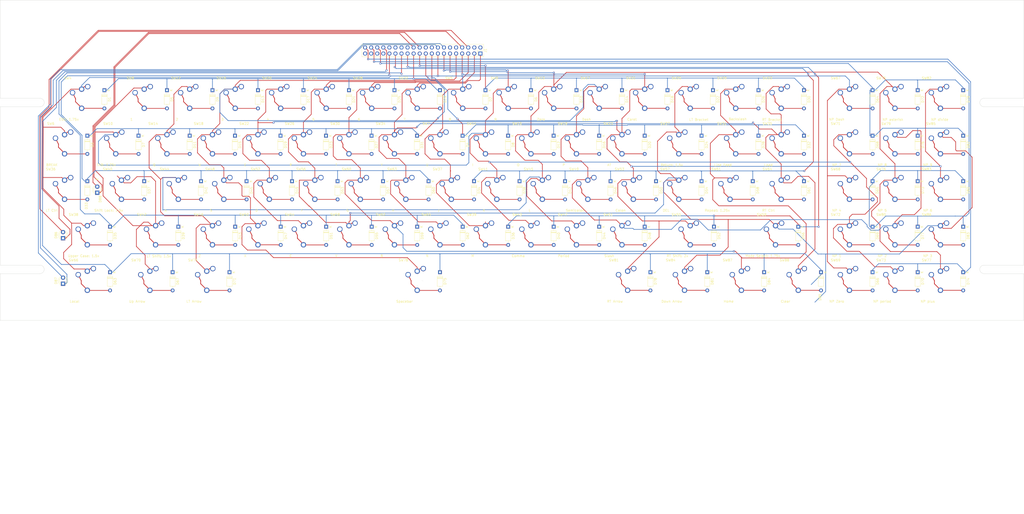
<source format=kicad_pcb>
(kicad_pcb (version 20171130) (host pcbnew "(5.1.5-0-10_14)")
  (title_block (title "Unified Retro Keyboard") (date 2019-08-25) (rev 1.3) (company OSIWeb.org) (comment 1 "Key matrix w/ LED"))
  (layers (0 F.Cu signal) (31 B.Cu signal) (34 B.Paste user) (35 F.Paste user) (36 B.SilkS user) (37 F.SilkS user) (38 B.Mask user) (39 F.Mask user) (44 Edge.Cuts user))
  (net 0 "")
  (net 1 /Row3)
  (net 2 /Row0)
  (net 3 /Row1)
  (net 4 "Net-(D5-Pad2)")
  (net 5 "Net-(D7-Pad2)")
  (net 6 "Net-(D8-Pad2)")
  (net 7 "Net-(D9-Pad2)")
  (net 8 "Net-(D10-Pad2)")
  (net 9 "Net-(D11-Pad2)")
  (net 10 "Net-(D12-Pad2)")
  (net 11 "Net-(D13-Pad2)")
  (net 12 "Net-(D14-Pad2)")
  (net 13 "Net-(D15-Pad2)")
  (net 14 "Net-(D16-Pad2)")
  (net 15 "Net-(D18-Pad2)")
  (net 16 "Net-(D19-Pad2)")
  (net 17 "Net-(D20-Pad2)")
  (net 18 "Net-(D22-Pad2)")
  (net 19 "Net-(D23-Pad2)")
  (net 20 "Net-(D24-Pad2)")
  (net 21 "Net-(D25-Pad2)")
  (net 22 "Net-(D26-Pad2)")
  (net 23 "Net-(D27-Pad2)")
  (net 24 "Net-(D28-Pad2)")
  (net 25 "Net-(D29-Pad2)")
  (net 26 "Net-(D30-Pad2)")
  (net 27 "Net-(D31-Pad2)")
  (net 28 "Net-(D32-Pad2)")
  (net 29 "Net-(D34-Pad2)")
  (net 30 "Net-(D36-Pad2)")
  (net 31 /Row4)
  (net 32 /Row5)
  (net 33 /Row7)
  (net 34 "Net-(D41-Pad2)")
  (net 35 "Net-(D42-Pad2)")
  (net 36 "Net-(D43-Pad2)")
  (net 37 "Net-(D45-Pad2)")
  (net 38 "Net-(D46-Pad2)")
  (net 39 "Net-(D47-Pad2)")
  (net 40 "Net-(D48-Pad2)")
  (net 41 "Net-(D49-Pad2)")
  (net 42 "Net-(D50-Pad2)")
  (net 43 "Net-(D51-Pad2)")
  (net 44 "Net-(D52-Pad2)")
  (net 45 "Net-(D53-Pad2)")
  (net 46 "Net-(D54-Pad2)")
  (net 47 "Net-(D55-Pad2)")
  (net 48 "Net-(D56-Pad2)")
  (net 49 "Net-(D57-Pad2)")
  (net 50 "Net-(D58-Pad2)")
  (net 51 "Net-(D59-Pad2)")
  (net 52 "Net-(D60-Pad2)")
  (net 53 "Net-(D61-Pad2)")
  (net 54 /Col0)
  (net 55 /Col1)
  (net 56 /Col2)
  (net 57 /Col3)
  (net 58 /Col4)
  (net 59 /Col5)
  (net 60 /Col6)
  (net 61 /Col7)
  (net 62 /Row6)
  (net 63 /Row2)
  (net 64 "Net-(D2-Pad2)")
  (net 65 "Net-(D3-Pad2)")
  (net 66 "Net-(D4-Pad2)")
  (net 67 "Net-(D6-Pad2)")
  (net 68 "Net-(D17-Pad2)")
  (net 69 "Net-(D21-Pad2)")
  (net 70 "Net-(D37-Pad2)")
  (net 71 "Net-(D38-Pad2)")
  (net 72 "Net-(D39-Pad2)")
  (net 73 "Net-(D40-Pad2)")
  (net 74 "Net-(D44-Pad2)")
  (net 75 "Net-(J1-Pad10)")
  (net 76 "Net-(J1-Pad12)")
  (net 77 "Net-(J1-Pad18)")
  (net 78 "Net-(J1-Pad20)")
  (net 79 "Net-(J1-Pad26)")
  (net 80 "Net-(J1-Pad28)")
  (net 81 "Net-(J1-Pad30)")
  (net 82 "Net-(J1-Pad32)")
  (net 83 "Net-(J1-Pad2)")
  (net 84 "Net-(J1-Pad4)")
  (net 85 "Net-(D1-Pad2)")
  (net 86 "Net-(D33-Pad2)")
  (net 87 "Net-(D35-Pad2)")
  (net 88 "Net-(D62-Pad2)")
  (net 89 "Net-(D63-Pad2)")
  (net 90 "Net-(D64-Pad2)")
  (net 91 "Net-(D65-Pad2)")
  (net 92 "Net-(D66-Pad2)")
  (net 93 "Net-(D67-Pad2)")
  (net 94 "Net-(D68-Pad2)")
  (net 95 "Net-(D69-Pad2)")
  (net 96 "Net-(D70-Pad2)")
  (net 97 "Net-(D71-Pad2)")
  (net 98 "Net-(D72-Pad2)")
  (net 99 "Net-(D73-Pad2)")
  (net 100 "Net-(D74-Pad2)")
  (net 101 "Net-(D75-Pad2)")
  (net 102 "Net-(D76-Pad2)")
  (net 103 "Net-(D77-Pad2)")
  (net 104 "Net-(D78-Pad2)")
  (net 105 "Net-(D79-Pad2)")
  (net 106 "Net-(D80-Pad2)")
  (net 107 "Net-(D81-Pad2)")
  (net 108 "Net-(D82-Pad2)")
  (net 109 "Net-(D83-Pad2)")
  (net 110 "Net-(D84-Pad2)")
  (net 111 "Net-(D85-Pad2)")
  (net 112 "Net-(D86-Pad2)")
  (net 113 "Net-(D86-Pad1)")
  (net 114 "Net-(D87-Pad2)")
  (net 115 "Net-(D87-Pad1)")
  (net 116 "Net-(D88-Pad2)")
  (net 117 "Net-(D88-Pad1)")
  (net 118 /Row11)
  (net 119 /Row12)
  (net 120 /Row10)
  (net 121 /Row13)
  (net 122 /Row9)
  (net 123 /Row14)
  (net 124 /Row8)
  (net 125 /Row15)
  (module unikbd:kbd_header_and_mounting_holes (layer F.Cu) (at 223.2152 68.326 270)
    (fp_text reference J1 (at 1.27 -2.33 90) (layer F.SilkS))
    (fp_text value Controller)
    (pad "" np_thru_hole circle (at 91.4924 47.9312 270) (size 3.175 3.175) (drill 3.175) (layers *.Cu *.Mask))
    (pad "" np_thru_hole circle (at 91.4924 -0.3288 270) (size 3.175 3.175) (drill 3.175) (layers *.Cu *.Mask))
    (pad "" np_thru_hole circle (at -2.4876 -11.3524 270) (size 3.175 3.175) (drill 3.175) (layers *.Cu *.Mask))
    (pad "" np_thru_hole circle (at -2.4876 57.1006 270) (size 3.175 3.175) (drill 3.175) (layers *.Cu *.Mask))
    (pad 40 thru_hole oval (at 0.0254 48.0822 270) (size 1.7 1.7) (drill 1) (layers *.Cu *.Mask) (net 118 /Row11))
    (pad 39 thru_hole oval (at 2.5654 48.0822 270) (size 1.7 1.7) (drill 1) (layers *.Cu *.Mask) (net 119 /Row12))
    (pad 38 thru_hole oval (at 0.0254 45.5422 270) (size 1.7 1.7) (drill 1) (layers *.Cu *.Mask) (net 120 /Row10))
    (pad 37 thru_hole oval (at 2.5654 45.5422 270) (size 1.7 1.7) (drill 1) (layers *.Cu *.Mask) (net 121 /Row13))
    (pad 36 thru_hole oval (at 0.0254 43.0022 270) (size 1.7 1.7) (drill 1) (layers *.Cu *.Mask) (net 122 /Row9))
    (pad 35 thru_hole oval (at 2.5654 43.0022 270) (size 1.7 1.7) (drill 1) (layers *.Cu *.Mask) (net 123 /Row14))
    (pad 34 thru_hole oval (at 0.0254 40.4622 270) (size 1.7 1.7) (drill 1) (layers *.Cu *.Mask) (net 124 /Row8))
    (pad 33 thru_hole oval (at 2.5654 40.4622 270) (size 1.7 1.7) (drill 1) (layers *.Cu *.Mask) (net 125 /Row15))
    (pad 32 thru_hole oval (at 0.0254 37.9222 270) (size 1.7 1.7) (drill 1) (layers *.Cu *.Mask) (net 82 "Net-(J1-Pad32)"))
    (pad 31 thru_hole oval (at 2.5654 37.9222 270) (size 1.7 1.7) (drill 1) (layers *.Cu *.Mask) (net 2 /Row0))
    (pad 30 thru_hole oval (at 0.0254 35.3822 270) (size 1.7 1.7) (drill 1) (layers *.Cu *.Mask) (net 81 "Net-(J1-Pad30)"))
    (pad 29 thru_hole oval (at 2.5654 35.3822 270) (size 1.7 1.7) (drill 1) (layers *.Cu *.Mask) (net 3 /Row1))
    (pad 28 thru_hole oval (at 0.0254 32.8422 270) (size 1.7 1.7) (drill 1) (layers *.Cu *.Mask) (net 80 "Net-(J1-Pad28)"))
    (pad 27 thru_hole oval (at 2.5654 32.8422 270) (size 1.7 1.7) (drill 1) (layers *.Cu *.Mask) (net 63 /Row2))
    (pad 26 thru_hole oval (at 0.0254 30.3022 270) (size 1.7 1.7) (drill 1) (layers *.Cu *.Mask) (net 79 "Net-(J1-Pad26)"))
    (pad 25 thru_hole oval (at 2.5654 30.3022 270) (size 1.7 1.7) (drill 1) (layers *.Cu *.Mask) (net 1 /Row3))
    (pad 24 thru_hole oval (at 0.0254 27.7622 270) (size 1.7 1.7) (drill 1) (layers *.Cu *.Mask) (net 117 "Net-(D88-Pad1)"))
    (pad 23 thru_hole oval (at 2.5654 27.7622 270) (size 1.7 1.7) (drill 1) (layers *.Cu *.Mask) (net 31 /Row4))
    (pad 22 thru_hole oval (at 0.0254 25.2222 270) (size 1.7 1.7) (drill 1) (layers *.Cu *.Mask) (net 116 "Net-(D88-Pad2)"))
    (pad 21 thru_hole oval (at 2.5654 25.2222 270) (size 1.7 1.7) (drill 1) (layers *.Cu *.Mask) (net 32 /Row5))
    (pad 20 thru_hole oval (at 0.0254 22.6822 270) (size 1.7 1.7) (drill 1) (layers *.Cu *.Mask) (net 78 "Net-(J1-Pad20)"))
    (pad 19 thru_hole oval (at 2.5654 22.6822 270) (size 1.7 1.7) (drill 1) (layers *.Cu *.Mask) (net 62 /Row6))
    (pad 18 thru_hole oval (at 0.0254 20.1422 270) (size 1.7 1.7) (drill 1) (layers *.Cu *.Mask) (net 77 "Net-(J1-Pad18)"))
    (pad 17 thru_hole oval (at 2.5654 20.1422 270) (size 1.7 1.7) (drill 1) (layers *.Cu *.Mask) (net 33 /Row7))
    (pad 16 thru_hole oval (at 0.0254 17.6022 270) (size 1.7 1.7) (drill 1) (layers *.Cu *.Mask) (net 115 "Net-(D87-Pad1)"))
    (pad 15 thru_hole oval (at 2.5654 17.6022 270) (size 1.7 1.7) (drill 1) (layers *.Cu *.Mask) (net 54 /Col0))
    (pad 14 thru_hole oval (at 0.0254 15.0622 270) (size 1.7 1.7) (drill 1) (layers *.Cu *.Mask) (net 114 "Net-(D87-Pad2)"))
    (pad 13 thru_hole oval (at 2.5654 15.0622 270) (size 1.7 1.7) (drill 1) (layers *.Cu *.Mask) (net 55 /Col1))
    (pad 12 thru_hole oval (at 0.0254 12.5222 270) (size 1.7 1.7) (drill 1) (layers *.Cu *.Mask) (net 76 "Net-(J1-Pad12)"))
    (pad 11 thru_hole oval (at 2.5654 12.5222 270) (size 1.7 1.7) (drill 1) (layers *.Cu *.Mask) (net 56 /Col2))
    (pad 10 thru_hole oval (at 0.0254 9.9822 270) (size 1.7 1.7) (drill 1) (layers *.Cu *.Mask) (net 75 "Net-(J1-Pad10)"))
    (pad 9 thru_hole oval (at 2.5654 9.9822 270) (size 1.7 1.7) (drill 1) (layers *.Cu *.Mask) (net 57 /Col3))
    (pad 8 thru_hole oval (at 0.0254 7.4422 270) (size 1.7 1.7) (drill 1) (layers *.Cu *.Mask) (net 113 "Net-(D86-Pad1)"))
    (pad 7 thru_hole oval (at 2.5654 7.4422 270) (size 1.7 1.7) (drill 1) (layers *.Cu *.Mask) (net 58 /Col4))
    (pad 6 thru_hole oval (at 0.0254 4.9022 270) (size 1.7 1.7) (drill 1) (layers *.Cu *.Mask) (net 112 "Net-(D86-Pad2)"))
    (pad 5 thru_hole oval (at 2.5654 4.9022 270) (size 1.7 1.7) (drill 1) (layers *.Cu *.Mask) (net 59 /Col5))
    (pad 4 thru_hole oval (at 0.0254 2.3622 270) (size 1.7 1.7) (drill 1) (layers *.Cu *.Mask) (net 84 "Net-(J1-Pad4)"))
    (pad 3 thru_hole oval (at 2.5654 2.3622 270) (size 1.7 1.7) (drill 1) (layers *.Cu *.Mask) (net 60 /Col6))
    (pad 2 thru_hole oval (at 0.0254 -0.1778 270) (size 1.7 1.7) (drill 1) (layers *.Cu *.Mask) (net 83 "Net-(J1-Pad2)"))
    (pad 1 thru_hole rect (at 2.5654 -0.1778 270) (size 1.7 1.7) (drill 1) (layers *.Cu *.Mask) (net 61 /Col7))
  )
  (module LED_THT:LED_D3.0mm (layer F.Cu) (at 62.992 129.159 90)
    (fp_text reference D88 (at -2.65684 1.23952 90) (layer F.SilkS))
    (fp_text value LED)
    (pad 2 thru_hole circle (at 2.54 0 90) (size 1.8 1.8) (drill 0.9) (layers *.Cu *.Mask) (net 116 "Net-(D88-Pad2)"))
    (pad 1 thru_hole rect (at 0 0 90) (size 1.8 1.8) (drill 0.9) (layers *.Cu *.Mask) (net 117 "Net-(D88-Pad1)"))
  )
  (module LED_THT:LED_D3.0mm (layer F.Cu) (at 48.6664 167.259 90)
    (fp_text reference D87 (at 1.27 -2.96 90) (layer F.SilkS))
    (fp_text value LED)
    (pad 2 thru_hole circle (at 2.54 0 90) (size 1.8 1.8) (drill 0.9) (layers *.Cu *.Mask) (net 114 "Net-(D87-Pad2)"))
    (pad 1 thru_hole rect (at 0 0 90) (size 1.8 1.8) (drill 0.9) (layers *.Cu *.Mask) (net 115 "Net-(D87-Pad1)"))
  )
  (module LED_THT:LED_D3.0mm (layer F.Cu) (at 48.6664 148.1836 90)
    (fp_text reference D86 (at 1.27 -2.96 90) (layer F.SilkS))
    (fp_text value LED)
    (pad 2 thru_hole circle (at 2.54 0 90) (size 1.8 1.8) (drill 0.9) (layers *.Cu *.Mask) (net 112 "Net-(D86-Pad2)"))
    (pad 1 thru_hole rect (at 0 0 90) (size 1.8 1.8) (drill 0.9) (layers *.Cu *.Mask) (net 113 "Net-(D86-Pad1)"))
  )
  (module unikbd:Key_MX (layer F.Cu) (at 416.01898 108.84916)
    (fp_text reference SW85 (at -4.03098 -8.56996) (layer F.SilkS))
    (fp_text value "NP 9" (at -5.334 8.6614) (layer F.SilkS))
    (fp_line (start 1.27 -5.08) (end 0.7366 -4.6736) (layer F.Cu) (width 0.3048))
    (fp_line (start 1.651 -5.08) (end 1.27 -5.08) (layer F.Cu) (width 0.3048))
    (fp_line (start -2.54 1.27) (end 0 3.81) (layer F.Cu) (width 0.3048))
    (fp_line (start -2.54 0) (end -2.54 1.27) (layer F.Cu) (width 0.3048))
    (fp_line (start -3.81 -2.54) (end -2.54 0) (layer F.Cu) (width 0.3048))
    (pad 2 thru_hole circle (at 0 4.0005) (size 2.2352 2.2352) (drill 1.397) (layers *.Cu *.Mask) (net 108 "Net-(D82-Pad2)"))
    (pad 1 thru_hole circle (at 0 -4.0005) (size 2.2352 2.2352) (drill 1.397) (layers *.Cu *.Mask) (net 59 /Col5))
    (pad 3 thru_hole circle (at 2.54 -5.08) (size 2.2352 2.2352) (drill 1.5748) (layers *.Cu *.Mask))
    (pad "" np_thru_hole circle (at -5.08 0) (size 1.7018 1.7018) (drill 1.7018) (layers *.Cu *.Mask))
    (pad "" np_thru_hole circle (at 5.08 0) (size 1.7018 1.7018) (drill 1.7018) (layers *.Cu *.Mask))
    (pad "" np_thru_hole circle (at 0 0) (size 3.9878 3.9878) (drill 3.9878) (layers *.Cu *.Mask))
    (pad 4 thru_hole circle (at -3.81 -2.54) (size 2.2352 2.2352) (drill 1.5748) (layers *.Cu *.Mask))
  )
  (module Diode_THT:D_DO-35_SOD27_P7.62mm_Horizontal (layer F.Cu) (at 177.831326 105.283 270)
    (fp_text reference D27 (at 3.81 -2.12 90) (layer F.SilkS))
    (fp_text value 1N4148)
    (fp_text user K (at 0 -1.8 90) (layer F.SilkS))
    (pad 2 thru_hole oval (at 7.62 0 270) (size 1.6 1.6) (drill 0.8) (layers *.Cu *.Mask) (net 23 "Net-(D27-Pad2)"))
    (pad 1 thru_hole rect (at 0 0 270) (size 1.6 1.6) (drill 0.8) (layers *.Cu *.Mask) (net 62 /Row6))
  )
  (module unikbd:Key_MX (layer F.Cu) (at 168.36898 108.84916)
    (fp_text reference SW30 (at -5.7912 -8.6106) (layer F.SilkS))
    (fp_text value T (at -5.334 8.6614) (layer F.SilkS))
    (fp_line (start 1.27 -5.08) (end 0.7366 -4.6736) (layer F.Cu) (width 0.3048))
    (fp_line (start 1.651 -5.08) (end 1.27 -5.08) (layer F.Cu) (width 0.3048))
    (fp_line (start -2.54 1.27) (end 0 3.81) (layer F.Cu) (width 0.3048))
    (fp_line (start -2.54 0) (end -2.54 1.27) (layer F.Cu) (width 0.3048))
    (fp_line (start -3.81 -2.54) (end -2.54 0) (layer F.Cu) (width 0.3048))
    (pad 2 thru_hole circle (at 0 4.0005) (size 2.2352 2.2352) (drill 1.397) (layers *.Cu *.Mask) (net 23 "Net-(D27-Pad2)"))
    (pad 1 thru_hole circle (at 0 -4.0005) (size 2.2352 2.2352) (drill 1.397) (layers *.Cu *.Mask) (net 60 /Col6))
    (pad 3 thru_hole circle (at 2.54 -5.08) (size 2.2352 2.2352) (drill 1.5748) (layers *.Cu *.Mask))
    (pad "" np_thru_hole circle (at -5.08 0) (size 1.7018 1.7018) (drill 1.7018) (layers *.Cu *.Mask))
    (pad "" np_thru_hole circle (at 5.08 0) (size 1.7018 1.7018) (drill 1.7018) (layers *.Cu *.Mask))
    (pad "" np_thru_hole circle (at 0 0) (size 3.9878 3.9878) (drill 3.9878) (layers *.Cu *.Mask))
    (pad 4 thru_hole circle (at -3.81 -2.54) (size 2.2352 2.2352) (drill 1.5748) (layers *.Cu *.Mask))
  )
  (module unikbd:Key_MX (layer F.Cu) (at 356.48773 165.99916)
    (fp_text reference SW88 (at -5.7912 -8.6106) (layer F.SilkS))
    (fp_text value Clear (at -5.334 8.6614) (layer F.SilkS))
    (fp_line (start 1.27 -5.08) (end 0.7366 -4.6736) (layer F.Cu) (width 0.3048))
    (fp_line (start 1.651 -5.08) (end 1.27 -5.08) (layer F.Cu) (width 0.3048))
    (fp_line (start -2.54 1.27) (end 0 3.81) (layer F.Cu) (width 0.3048))
    (fp_line (start -2.54 0) (end -2.54 1.27) (layer F.Cu) (width 0.3048))
    (fp_line (start -3.81 -2.54) (end -2.54 0) (layer F.Cu) (width 0.3048))
    (pad 2 thru_hole circle (at 0 4.0005) (size 2.2352 2.2352) (drill 1.397) (layers *.Cu *.Mask) (net 111 "Net-(D85-Pad2)"))
    (pad 1 thru_hole circle (at 0 -4.0005) (size 2.2352 2.2352) (drill 1.397) (layers *.Cu *.Mask) (net 61 /Col7))
    (pad 3 thru_hole circle (at 2.54 -5.08) (size 2.2352 2.2352) (drill 1.5748) (layers *.Cu *.Mask))
    (pad "" np_thru_hole circle (at -5.08 0) (size 1.7018 1.7018) (drill 1.7018) (layers *.Cu *.Mask))
    (pad "" np_thru_hole circle (at 5.08 0) (size 1.7018 1.7018) (drill 1.7018) (layers *.Cu *.Mask))
    (pad "" np_thru_hole circle (at 0 0) (size 3.9878 3.9878) (drill 3.9878) (layers *.Cu *.Mask))
    (pad 4 thru_hole circle (at -3.81 -2.54) (size 2.2352 2.2352) (drill 1.5748) (layers *.Cu *.Mask))
  )
  (module unikbd:Key_MX (layer F.Cu) (at 332.67523 165.99916)
    (fp_text reference SW87 (at -5.7912 -8.6106) (layer F.SilkS))
    (fp_text value Home (at -5.334 8.6614) (layer F.SilkS))
    (fp_line (start 1.27 -5.08) (end 0.7366 -4.6736) (layer F.Cu) (width 0.3048))
    (fp_line (start 1.651 -5.08) (end 1.27 -5.08) (layer F.Cu) (width 0.3048))
    (fp_line (start -2.54 1.27) (end 0 3.81) (layer F.Cu) (width 0.3048))
    (fp_line (start -2.54 0) (end -2.54 1.27) (layer F.Cu) (width 0.3048))
    (fp_line (start -3.81 -2.54) (end -2.54 0) (layer F.Cu) (width 0.3048))
    (pad 2 thru_hole circle (at 0 4.0005) (size 2.2352 2.2352) (drill 1.397) (layers *.Cu *.Mask) (net 110 "Net-(D84-Pad2)"))
    (pad 1 thru_hole circle (at 0 -4.0005) (size 2.2352 2.2352) (drill 1.397) (layers *.Cu *.Mask) (net 60 /Col6))
    (pad 3 thru_hole circle (at 2.54 -5.08) (size 2.2352 2.2352) (drill 1.5748) (layers *.Cu *.Mask))
    (pad "" np_thru_hole circle (at -5.08 0) (size 1.7018 1.7018) (drill 1.7018) (layers *.Cu *.Mask))
    (pad "" np_thru_hole circle (at 5.08 0) (size 1.7018 1.7018) (drill 1.7018) (layers *.Cu *.Mask))
    (pad "" np_thru_hole circle (at 0 0) (size 3.9878 3.9878) (drill 3.9878) (layers *.Cu *.Mask))
    (pad 4 thru_hole circle (at -3.81 -2.54) (size 2.2352 2.2352) (drill 1.5748) (layers *.Cu *.Mask))
  )
  (module unikbd:Key_MX (layer F.Cu) (at 416.01898 146.94916)
    (fp_text reference SW86 (at -5.7912 -8.6106) (layer F.SilkS))
    (fp_text value "NP 3" (at -5.334 8.6614) (layer F.SilkS))
    (fp_line (start 1.27 -5.08) (end 0.7366 -4.6736) (layer F.Cu) (width 0.3048))
    (fp_line (start 1.651 -5.08) (end 1.27 -5.08) (layer F.Cu) (width 0.3048))
    (fp_line (start -2.54 1.27) (end 0 3.81) (layer F.Cu) (width 0.3048))
    (fp_line (start -2.54 0) (end -2.54 1.27) (layer F.Cu) (width 0.3048))
    (fp_line (start -3.81 -2.54) (end -2.54 0) (layer F.Cu) (width 0.3048))
    (pad 2 thru_hole circle (at 0 4.0005) (size 2.2352 2.2352) (drill 1.397) (layers *.Cu *.Mask) (net 109 "Net-(D83-Pad2)"))
    (pad 1 thru_hole circle (at 0 -4.0005) (size 2.2352 2.2352) (drill 1.397) (layers *.Cu *.Mask) (net 59 /Col5))
    (pad 3 thru_hole circle (at 2.54 -5.08) (size 2.2352 2.2352) (drill 1.5748) (layers *.Cu *.Mask))
    (pad "" np_thru_hole circle (at -5.08 0) (size 1.7018 1.7018) (drill 1.7018) (layers *.Cu *.Mask))
    (pad "" np_thru_hole circle (at 5.08 0) (size 1.7018 1.7018) (drill 1.7018) (layers *.Cu *.Mask))
    (pad "" np_thru_hole circle (at 0 0) (size 3.9878 3.9878) (drill 3.9878) (layers *.Cu *.Mask))
    (pad 4 thru_hole circle (at -3.81 -2.54) (size 2.2352 2.2352) (drill 1.5748) (layers *.Cu *.Mask))
  )
  (module unikbd:Key_MX (layer F.Cu) (at 308.86273 165.99916)
    (fp_text reference SW84 (at -5.7912 -8.6106) (layer F.SilkS))
    (fp_text value "Down Arrow" (at -5.334 8.6614) (layer F.SilkS))
    (fp_line (start 1.27 -5.08) (end 0.7366 -4.6736) (layer F.Cu) (width 0.3048))
    (fp_line (start 1.651 -5.08) (end 1.27 -5.08) (layer F.Cu) (width 0.3048))
    (fp_line (start -2.54 1.27) (end 0 3.81) (layer F.Cu) (width 0.3048))
    (fp_line (start -2.54 0) (end -2.54 1.27) (layer F.Cu) (width 0.3048))
    (fp_line (start -3.81 -2.54) (end -2.54 0) (layer F.Cu) (width 0.3048))
    (pad 2 thru_hole circle (at 0 4.0005) (size 2.2352 2.2352) (drill 1.397) (layers *.Cu *.Mask) (net 107 "Net-(D81-Pad2)"))
    (pad 1 thru_hole circle (at 0 -4.0005) (size 2.2352 2.2352) (drill 1.397) (layers *.Cu *.Mask) (net 59 /Col5))
    (pad 3 thru_hole circle (at 2.54 -5.08) (size 2.2352 2.2352) (drill 1.5748) (layers *.Cu *.Mask))
    (pad "" np_thru_hole circle (at -5.08 0) (size 1.7018 1.7018) (drill 1.7018) (layers *.Cu *.Mask))
    (pad "" np_thru_hole circle (at 5.08 0) (size 1.7018 1.7018) (drill 1.7018) (layers *.Cu *.Mask))
    (pad "" np_thru_hole circle (at 0 0) (size 3.9878 3.9878) (drill 3.9878) (layers *.Cu *.Mask))
    (pad 4 thru_hole circle (at -3.81 -2.54) (size 2.2352 2.2352) (drill 1.5748) (layers *.Cu *.Mask))
  )
  (module unikbd:Key_MX (layer F.Cu) (at 416.01898 127.89916)
    (fp_text reference SW83 (at -5.7912 -8.6106) (layer F.SilkS))
    (fp_text value "NP 6" (at -5.334 8.6614) (layer F.SilkS))
    (fp_line (start 1.27 -5.08) (end 0.7366 -4.6736) (layer F.Cu) (width 0.3048))
    (fp_line (start 1.651 -5.08) (end 1.27 -5.08) (layer F.Cu) (width 0.3048))
    (fp_line (start -2.54 1.27) (end 0 3.81) (layer F.Cu) (width 0.3048))
    (fp_line (start -2.54 0) (end -2.54 1.27) (layer F.Cu) (width 0.3048))
    (fp_line (start -3.81 -2.54) (end -2.54 0) (layer F.Cu) (width 0.3048))
    (pad 2 thru_hole circle (at 0 4.0005) (size 2.2352 2.2352) (drill 1.397) (layers *.Cu *.Mask) (net 106 "Net-(D80-Pad2)"))
    (pad 1 thru_hole circle (at 0 -4.0005) (size 2.2352 2.2352) (drill 1.397) (layers *.Cu *.Mask) (net 58 /Col4))
    (pad 3 thru_hole circle (at 2.54 -5.08) (size 2.2352 2.2352) (drill 1.5748) (layers *.Cu *.Mask))
    (pad "" np_thru_hole circle (at -5.08 0) (size 1.7018 1.7018) (drill 1.7018) (layers *.Cu *.Mask))
    (pad "" np_thru_hole circle (at 5.08 0) (size 1.7018 1.7018) (drill 1.7018) (layers *.Cu *.Mask))
    (pad "" np_thru_hole circle (at 0 0) (size 3.9878 3.9878) (drill 3.9878) (layers *.Cu *.Mask))
    (pad 4 thru_hole circle (at -3.81 -2.54) (size 2.2352 2.2352) (drill 1.5748) (layers *.Cu *.Mask))
  )
  (module unikbd:Key_MX (layer F.Cu) (at 416.01898 89.79916)
    (fp_text reference SW82 (at -5.7912 -8.6106) (layer F.SilkS))
    (fp_text value "NP divide" (at -0.29718 8.72744) (layer F.SilkS))
    (fp_line (start 1.27 -5.08) (end 0.7366 -4.6736) (layer F.Cu) (width 0.3048))
    (fp_line (start 1.651 -5.08) (end 1.27 -5.08) (layer F.Cu) (width 0.3048))
    (fp_line (start -2.54 1.27) (end 0 3.81) (layer F.Cu) (width 0.3048))
    (fp_line (start -2.54 0) (end -2.54 1.27) (layer F.Cu) (width 0.3048))
    (fp_line (start -3.81 -2.54) (end -2.54 0) (layer F.Cu) (width 0.3048))
    (pad 2 thru_hole circle (at 0 4.0005) (size 2.2352 2.2352) (drill 1.397) (layers *.Cu *.Mask) (net 105 "Net-(D79-Pad2)"))
    (pad 1 thru_hole circle (at 0 -4.0005) (size 2.2352 2.2352) (drill 1.397) (layers *.Cu *.Mask) (net 58 /Col4))
    (pad 3 thru_hole circle (at 2.54 -5.08) (size 2.2352 2.2352) (drill 1.5748) (layers *.Cu *.Mask))
    (pad "" np_thru_hole circle (at -5.08 0) (size 1.7018 1.7018) (drill 1.7018) (layers *.Cu *.Mask))
    (pad "" np_thru_hole circle (at 5.08 0) (size 1.7018 1.7018) (drill 1.7018) (layers *.Cu *.Mask))
    (pad "" np_thru_hole circle (at 0 0) (size 3.9878 3.9878) (drill 3.9878) (layers *.Cu *.Mask))
    (pad 4 thru_hole circle (at -3.81 -2.54) (size 2.2352 2.2352) (drill 1.5748) (layers *.Cu *.Mask))
  )
  (module unikbd:Key_MX (layer F.Cu) (at 285.05023 165.99916)
    (fp_text reference SW81 (at -5.7912 -8.6106) (layer F.SilkS))
    (fp_text value "RT Arrow" (at -5.334 8.6614) (layer F.SilkS))
    (fp_line (start 1.27 -5.08) (end 0.7366 -4.6736) (layer F.Cu) (width 0.3048))
    (fp_line (start 1.651 -5.08) (end 1.27 -5.08) (layer F.Cu) (width 0.3048))
    (fp_line (start -2.54 1.27) (end 0 3.81) (layer F.Cu) (width 0.3048))
    (fp_line (start -2.54 0) (end -2.54 1.27) (layer F.Cu) (width 0.3048))
    (fp_line (start -3.81 -2.54) (end -2.54 0) (layer F.Cu) (width 0.3048))
    (pad 2 thru_hole circle (at 0 4.0005) (size 2.2352 2.2352) (drill 1.397) (layers *.Cu *.Mask) (net 104 "Net-(D78-Pad2)"))
    (pad 1 thru_hole circle (at 0 -4.0005) (size 2.2352 2.2352) (drill 1.397) (layers *.Cu *.Mask) (net 58 /Col4))
    (pad 3 thru_hole circle (at 2.54 -5.08) (size 2.2352 2.2352) (drill 1.5748) (layers *.Cu *.Mask))
    (pad "" np_thru_hole circle (at -5.08 0) (size 1.7018 1.7018) (drill 1.7018) (layers *.Cu *.Mask))
    (pad "" np_thru_hole circle (at 5.08 0) (size 1.7018 1.7018) (drill 1.7018) (layers *.Cu *.Mask))
    (pad "" np_thru_hole circle (at 0 0) (size 3.9878 3.9878) (drill 3.9878) (layers *.Cu *.Mask))
    (pad 4 thru_hole circle (at -3.81 -2.54) (size 2.2352 2.2352) (drill 1.5748) (layers *.Cu *.Mask))
  )
  (module unikbd:Key_MX (layer F.Cu) (at 396.96898 146.94916)
    (fp_text reference SW80 (at -5.7912 -8.6106) (layer F.SilkS))
    (fp_text value "NP 2" (at -5.334 8.6614) (layer F.SilkS))
    (fp_line (start 1.27 -5.08) (end 0.7366 -4.6736) (layer F.Cu) (width 0.3048))
    (fp_line (start 1.651 -5.08) (end 1.27 -5.08) (layer F.Cu) (width 0.3048))
    (fp_line (start -2.54 1.27) (end 0 3.81) (layer F.Cu) (width 0.3048))
    (fp_line (start -2.54 0) (end -2.54 1.27) (layer F.Cu) (width 0.3048))
    (fp_line (start -3.81 -2.54) (end -2.54 0) (layer F.Cu) (width 0.3048))
    (pad 2 thru_hole circle (at 0 4.0005) (size 2.2352 2.2352) (drill 1.397) (layers *.Cu *.Mask) (net 103 "Net-(D77-Pad2)"))
    (pad 1 thru_hole circle (at 0 -4.0005) (size 2.2352 2.2352) (drill 1.397) (layers *.Cu *.Mask) (net 57 /Col3))
    (pad 3 thru_hole circle (at 2.54 -5.08) (size 2.2352 2.2352) (drill 1.5748) (layers *.Cu *.Mask))
    (pad "" np_thru_hole circle (at -5.08 0) (size 1.7018 1.7018) (drill 1.7018) (layers *.Cu *.Mask))
    (pad "" np_thru_hole circle (at 5.08 0) (size 1.7018 1.7018) (drill 1.7018) (layers *.Cu *.Mask))
    (pad "" np_thru_hole circle (at 0 0) (size 3.9878 3.9878) (drill 3.9878) (layers *.Cu *.Mask))
    (pad 4 thru_hole circle (at -3.81 -2.54) (size 2.2352 2.2352) (drill 1.5748) (layers *.Cu *.Mask))
  )
  (module unikbd:Key_MX (layer F.Cu) (at 396.96898 108.84916)
    (fp_text reference SW79 (at -3.75158 -8.56996) (layer F.SilkS))
    (fp_text value "NP 8" (at -5.334 8.6614) (layer F.SilkS))
    (fp_line (start 1.27 -5.08) (end 0.7366 -4.6736) (layer F.Cu) (width 0.3048))
    (fp_line (start 1.651 -5.08) (end 1.27 -5.08) (layer F.Cu) (width 0.3048))
    (fp_line (start -2.54 1.27) (end 0 3.81) (layer F.Cu) (width 0.3048))
    (fp_line (start -2.54 0) (end -2.54 1.27) (layer F.Cu) (width 0.3048))
    (fp_line (start -3.81 -2.54) (end -2.54 0) (layer F.Cu) (width 0.3048))
    (pad 2 thru_hole circle (at 0 4.0005) (size 2.2352 2.2352) (drill 1.397) (layers *.Cu *.Mask) (net 102 "Net-(D76-Pad2)"))
    (pad 1 thru_hole circle (at 0 -4.0005) (size 2.2352 2.2352) (drill 1.397) (layers *.Cu *.Mask) (net 57 /Col3))
    (pad 3 thru_hole circle (at 2.54 -5.08) (size 2.2352 2.2352) (drill 1.5748) (layers *.Cu *.Mask))
    (pad "" np_thru_hole circle (at -5.08 0) (size 1.7018 1.7018) (drill 1.7018) (layers *.Cu *.Mask))
    (pad "" np_thru_hole circle (at 5.08 0) (size 1.7018 1.7018) (drill 1.7018) (layers *.Cu *.Mask))
    (pad "" np_thru_hole circle (at 0 0) (size 3.9878 3.9878) (drill 3.9878) (layers *.Cu *.Mask))
    (pad 4 thru_hole circle (at -3.81 -2.54) (size 2.2352 2.2352) (drill 1.5748) (layers *.Cu *.Mask))
  )
  (module unikbd:Key_MX (layer F.Cu) (at 196.94398 165.99916)
    (fp_text reference SW78 (at -5.7912 -8.6106) (layer F.SilkS))
    (fp_text value Spacebar (at -5.334 8.6614) (layer F.SilkS))
    (fp_line (start 1.27 -5.08) (end 0.7366 -4.6736) (layer F.Cu) (width 0.3048))
    (fp_line (start 1.651 -5.08) (end 1.27 -5.08) (layer F.Cu) (width 0.3048))
    (fp_line (start -2.54 1.27) (end 0 3.81) (layer F.Cu) (width 0.3048))
    (fp_line (start -2.54 0) (end -2.54 1.27) (layer F.Cu) (width 0.3048))
    (fp_line (start -3.81 -2.54) (end -2.54 0) (layer F.Cu) (width 0.3048))
    (pad 2 thru_hole circle (at 0 4.0005) (size 2.2352 2.2352) (drill 1.397) (layers *.Cu *.Mask) (net 101 "Net-(D75-Pad2)"))
    (pad 1 thru_hole circle (at 0 -4.0005) (size 2.2352 2.2352) (drill 1.397) (layers *.Cu *.Mask) (net 57 /Col3))
    (pad 3 thru_hole circle (at 2.54 -5.08) (size 2.2352 2.2352) (drill 1.5748) (layers *.Cu *.Mask))
    (pad "" np_thru_hole circle (at -5.08 0) (size 1.7018 1.7018) (drill 1.7018) (layers *.Cu *.Mask))
    (pad "" np_thru_hole circle (at 5.08 0) (size 1.7018 1.7018) (drill 1.7018) (layers *.Cu *.Mask))
    (pad "" np_thru_hole circle (at 0 0) (size 3.9878 3.9878) (drill 3.9878) (layers *.Cu *.Mask))
    (pad 4 thru_hole circle (at -3.81 -2.54) (size 2.2352 2.2352) (drill 1.5748) (layers *.Cu *.Mask))
  )
  (module unikbd:Key_MX (layer F.Cu) (at 416.01898 165.99916)
    (fp_text reference SW77 (at -5.7912 -8.6106) (layer F.SilkS))
    (fp_text value "NP plus" (at -5.334 8.6614) (layer F.SilkS))
    (fp_line (start 1.27 -5.08) (end 0.7366 -4.6736) (layer F.Cu) (width 0.3048))
    (fp_line (start 1.651 -5.08) (end 1.27 -5.08) (layer F.Cu) (width 0.3048))
    (fp_line (start -2.54 1.27) (end 0 3.81) (layer F.Cu) (width 0.3048))
    (fp_line (start -2.54 0) (end -2.54 1.27) (layer F.Cu) (width 0.3048))
    (fp_line (start -3.81 -2.54) (end -2.54 0) (layer F.Cu) (width 0.3048))
    (pad 2 thru_hole circle (at 0 4.0005) (size 2.2352 2.2352) (drill 1.397) (layers *.Cu *.Mask) (net 100 "Net-(D74-Pad2)"))
    (pad 1 thru_hole circle (at 0 -4.0005) (size 2.2352 2.2352) (drill 1.397) (layers *.Cu *.Mask) (net 56 /Col2))
    (pad 3 thru_hole circle (at 2.54 -5.08) (size 2.2352 2.2352) (drill 1.5748) (layers *.Cu *.Mask))
    (pad "" np_thru_hole circle (at -5.08 0) (size 1.7018 1.7018) (drill 1.7018) (layers *.Cu *.Mask))
    (pad "" np_thru_hole circle (at 5.08 0) (size 1.7018 1.7018) (drill 1.7018) (layers *.Cu *.Mask))
    (pad "" np_thru_hole circle (at 0 0) (size 3.9878 3.9878) (drill 3.9878) (layers *.Cu *.Mask))
    (pad 4 thru_hole circle (at -3.81 -2.54) (size 2.2352 2.2352) (drill 1.5748) (layers *.Cu *.Mask))
  )
  (module unikbd:Key_MX (layer F.Cu) (at 396.96898 127.89916)
    (fp_text reference SW76 (at -5.7912 -8.6106) (layer F.SilkS))
    (fp_text value "NP 5" (at -5.334 8.6614) (layer F.SilkS))
    (fp_line (start 1.27 -5.08) (end 0.7366 -4.6736) (layer F.Cu) (width 0.3048))
    (fp_line (start 1.651 -5.08) (end 1.27 -5.08) (layer F.Cu) (width 0.3048))
    (fp_line (start -2.54 1.27) (end 0 3.81) (layer F.Cu) (width 0.3048))
    (fp_line (start -2.54 0) (end -2.54 1.27) (layer F.Cu) (width 0.3048))
    (fp_line (start -3.81 -2.54) (end -2.54 0) (layer F.Cu) (width 0.3048))
    (pad 2 thru_hole circle (at 0 4.0005) (size 2.2352 2.2352) (drill 1.397) (layers *.Cu *.Mask) (net 99 "Net-(D73-Pad2)"))
    (pad 1 thru_hole circle (at 0 -4.0005) (size 2.2352 2.2352) (drill 1.397) (layers *.Cu *.Mask) (net 56 /Col2))
    (pad 3 thru_hole circle (at 2.54 -5.08) (size 2.2352 2.2352) (drill 1.5748) (layers *.Cu *.Mask))
    (pad "" np_thru_hole circle (at -5.08 0) (size 1.7018 1.7018) (drill 1.7018) (layers *.Cu *.Mask))
    (pad "" np_thru_hole circle (at 5.08 0) (size 1.7018 1.7018) (drill 1.7018) (layers *.Cu *.Mask))
    (pad "" np_thru_hole circle (at 0 0) (size 3.9878 3.9878) (drill 3.9878) (layers *.Cu *.Mask))
    (pad 4 thru_hole circle (at -3.81 -2.54) (size 2.2352 2.2352) (drill 1.5748) (layers *.Cu *.Mask))
  )
  (module unikbd:Key_MX (layer F.Cu) (at 396.96898 89.79916)
    (fp_text reference SW75 (at -5.7912 -8.6106) (layer F.SilkS))
    (fp_text value "NP asterisk" (at -0.88138 8.72744) (layer F.SilkS))
    (fp_line (start 1.27 -5.08) (end 0.7366 -4.6736) (layer F.Cu) (width 0.3048))
    (fp_line (start 1.651 -5.08) (end 1.27 -5.08) (layer F.Cu) (width 0.3048))
    (fp_line (start -2.54 1.27) (end 0 3.81) (layer F.Cu) (width 0.3048))
    (fp_line (start -2.54 0) (end -2.54 1.27) (layer F.Cu) (width 0.3048))
    (fp_line (start -3.81 -2.54) (end -2.54 0) (layer F.Cu) (width 0.3048))
    (pad 2 thru_hole circle (at 0 4.0005) (size 2.2352 2.2352) (drill 1.397) (layers *.Cu *.Mask) (net 98 "Net-(D72-Pad2)"))
    (pad 1 thru_hole circle (at 0 -4.0005) (size 2.2352 2.2352) (drill 1.397) (layers *.Cu *.Mask) (net 56 /Col2))
    (pad 3 thru_hole circle (at 2.54 -5.08) (size 2.2352 2.2352) (drill 1.5748) (layers *.Cu *.Mask))
    (pad "" np_thru_hole circle (at -5.08 0) (size 1.7018 1.7018) (drill 1.7018) (layers *.Cu *.Mask))
    (pad "" np_thru_hole circle (at 5.08 0) (size 1.7018 1.7018) (drill 1.7018) (layers *.Cu *.Mask))
    (pad "" np_thru_hole circle (at 0 0) (size 3.9878 3.9878) (drill 3.9878) (layers *.Cu *.Mask))
    (pad 4 thru_hole circle (at -3.81 -2.54) (size 2.2352 2.2352) (drill 1.5748) (layers *.Cu *.Mask))
  )
  (module unikbd:Key_MX (layer F.Cu) (at 108.83773 165.99916)
    (fp_text reference SW74 (at -5.7912 -8.6106) (layer F.SilkS))
    (fp_text value "LT Arrow" (at -5.334 8.6614) (layer F.SilkS))
    (fp_line (start 1.27 -5.08) (end 0.7366 -4.6736) (layer F.Cu) (width 0.3048))
    (fp_line (start 1.651 -5.08) (end 1.27 -5.08) (layer F.Cu) (width 0.3048))
    (fp_line (start -2.54 1.27) (end 0 3.81) (layer F.Cu) (width 0.3048))
    (fp_line (start -2.54 0) (end -2.54 1.27) (layer F.Cu) (width 0.3048))
    (fp_line (start -3.81 -2.54) (end -2.54 0) (layer F.Cu) (width 0.3048))
    (pad 2 thru_hole circle (at 0 4.0005) (size 2.2352 2.2352) (drill 1.397) (layers *.Cu *.Mask) (net 97 "Net-(D71-Pad2)"))
    (pad 1 thru_hole circle (at 0 -4.0005) (size 2.2352 2.2352) (drill 1.397) (layers *.Cu *.Mask) (net 56 /Col2))
    (pad 3 thru_hole circle (at 2.54 -5.08) (size 2.2352 2.2352) (drill 1.5748) (layers *.Cu *.Mask))
    (pad "" np_thru_hole circle (at -5.08 0) (size 1.7018 1.7018) (drill 1.7018) (layers *.Cu *.Mask))
    (pad "" np_thru_hole circle (at 5.08 0) (size 1.7018 1.7018) (drill 1.7018) (layers *.Cu *.Mask))
    (pad "" np_thru_hole circle (at 0 0) (size 3.9878 3.9878) (drill 3.9878) (layers *.Cu *.Mask))
    (pad 4 thru_hole circle (at -3.81 -2.54) (size 2.2352 2.2352) (drill 1.5748) (layers *.Cu *.Mask))
  )
  (module unikbd:Key_MX (layer F.Cu) (at 396.96898 165.99916)
    (fp_text reference SW73 (at -5.7912 -8.6106) (layer F.SilkS))
    (fp_text value "NP period" (at -5.334 8.6614) (layer F.SilkS))
    (fp_line (start 1.27 -5.08) (end 0.7366 -4.6736) (layer F.Cu) (width 0.3048))
    (fp_line (start 1.651 -5.08) (end 1.27 -5.08) (layer F.Cu) (width 0.3048))
    (fp_line (start -2.54 1.27) (end 0 3.81) (layer F.Cu) (width 0.3048))
    (fp_line (start -2.54 0) (end -2.54 1.27) (layer F.Cu) (width 0.3048))
    (fp_line (start -3.81 -2.54) (end -2.54 0) (layer F.Cu) (width 0.3048))
    (pad 2 thru_hole circle (at 0 4.0005) (size 2.2352 2.2352) (drill 1.397) (layers *.Cu *.Mask) (net 96 "Net-(D70-Pad2)"))
    (pad 1 thru_hole circle (at 0 -4.0005) (size 2.2352 2.2352) (drill 1.397) (layers *.Cu *.Mask) (net 55 /Col1))
    (pad 3 thru_hole circle (at 2.54 -5.08) (size 2.2352 2.2352) (drill 1.5748) (layers *.Cu *.Mask))
    (pad "" np_thru_hole circle (at -5.08 0) (size 1.7018 1.7018) (drill 1.7018) (layers *.Cu *.Mask))
    (pad "" np_thru_hole circle (at 5.08 0) (size 1.7018 1.7018) (drill 1.7018) (layers *.Cu *.Mask))
    (pad "" np_thru_hole circle (at 0 0) (size 3.9878 3.9878) (drill 3.9878) (layers *.Cu *.Mask))
    (pad 4 thru_hole circle (at -3.81 -2.54) (size 2.2352 2.2352) (drill 1.5748) (layers *.Cu *.Mask))
  )
  (module unikbd:Key_MX (layer F.Cu) (at 377.91898 146.94916)
    (fp_text reference SW72 (at -5.7912 -8.6106) (layer F.SilkS))
    (fp_text value "NP 1" (at -5.334 8.6614) (layer F.SilkS))
    (fp_line (start 1.27 -5.08) (end 0.7366 -4.6736) (layer F.Cu) (width 0.3048))
    (fp_line (start 1.651 -5.08) (end 1.27 -5.08) (layer F.Cu) (width 0.3048))
    (fp_line (start -2.54 1.27) (end 0 3.81) (layer F.Cu) (width 0.3048))
    (fp_line (start -2.54 0) (end -2.54 1.27) (layer F.Cu) (width 0.3048))
    (fp_line (start -3.81 -2.54) (end -2.54 0) (layer F.Cu) (width 0.3048))
    (pad 2 thru_hole circle (at 0 4.0005) (size 2.2352 2.2352) (drill 1.397) (layers *.Cu *.Mask) (net 95 "Net-(D69-Pad2)"))
    (pad 1 thru_hole circle (at 0 -4.0005) (size 2.2352 2.2352) (drill 1.397) (layers *.Cu *.Mask) (net 55 /Col1))
    (pad 3 thru_hole circle (at 2.54 -5.08) (size 2.2352 2.2352) (drill 1.5748) (layers *.Cu *.Mask))
    (pad "" np_thru_hole circle (at -5.08 0) (size 1.7018 1.7018) (drill 1.7018) (layers *.Cu *.Mask))
    (pad "" np_thru_hole circle (at 5.08 0) (size 1.7018 1.7018) (drill 1.7018) (layers *.Cu *.Mask))
    (pad "" np_thru_hole circle (at 0 0) (size 3.9878 3.9878) (drill 3.9878) (layers *.Cu *.Mask))
    (pad 4 thru_hole circle (at -3.81 -2.54) (size 2.2352 2.2352) (drill 1.5748) (layers *.Cu *.Mask))
  )
  (module unikbd:Key_MX (layer F.Cu) (at 377.91898 108.84916)
    (fp_text reference SW71 (at -5.7912 -8.6106) (layer F.SilkS))
    (fp_text value "NP 7" (at -5.334 8.6614) (layer F.SilkS))
    (fp_line (start 1.27 -5.08) (end 0.7366 -4.6736) (layer F.Cu) (width 0.3048))
    (fp_line (start 1.651 -5.08) (end 1.27 -5.08) (layer F.Cu) (width 0.3048))
    (fp_line (start -2.54 1.27) (end 0 3.81) (layer F.Cu) (width 0.3048))
    (fp_line (start -2.54 0) (end -2.54 1.27) (layer F.Cu) (width 0.3048))
    (fp_line (start -3.81 -2.54) (end -2.54 0) (layer F.Cu) (width 0.3048))
    (pad 2 thru_hole circle (at 0 4.0005) (size 2.2352 2.2352) (drill 1.397) (layers *.Cu *.Mask) (net 94 "Net-(D68-Pad2)"))
    (pad 1 thru_hole circle (at 0 -4.0005) (size 2.2352 2.2352) (drill 1.397) (layers *.Cu *.Mask) (net 55 /Col1))
    (pad 3 thru_hole circle (at 2.54 -5.08) (size 2.2352 2.2352) (drill 1.5748) (layers *.Cu *.Mask))
    (pad "" np_thru_hole circle (at -5.08 0) (size 1.7018 1.7018) (drill 1.7018) (layers *.Cu *.Mask))
    (pad "" np_thru_hole circle (at 5.08 0) (size 1.7018 1.7018) (drill 1.7018) (layers *.Cu *.Mask))
    (pad "" np_thru_hole circle (at 0 0) (size 3.9878 3.9878) (drill 3.9878) (layers *.Cu *.Mask))
    (pad 4 thru_hole circle (at -3.81 -2.54) (size 2.2352 2.2352) (drill 1.5748) (layers *.Cu *.Mask))
  )
  (module unikbd:Key_MX (layer F.Cu) (at 85.02523 165.99916)
    (fp_text reference SW70 (at -5.7912 -8.6106) (layer F.SilkS))
    (fp_text value "Up Arrow" (at -5.334 8.6614) (layer F.SilkS))
    (fp_line (start 1.27 -5.08) (end 0.7366 -4.6736) (layer F.Cu) (width 0.3048))
    (fp_line (start 1.651 -5.08) (end 1.27 -5.08) (layer F.Cu) (width 0.3048))
    (fp_line (start -2.54 1.27) (end 0 3.81) (layer F.Cu) (width 0.3048))
    (fp_line (start -2.54 0) (end -2.54 1.27) (layer F.Cu) (width 0.3048))
    (fp_line (start -3.81 -2.54) (end -2.54 0) (layer F.Cu) (width 0.3048))
    (pad 2 thru_hole circle (at 0 4.0005) (size 2.2352 2.2352) (drill 1.397) (layers *.Cu *.Mask) (net 93 "Net-(D67-Pad2)"))
    (pad 1 thru_hole circle (at 0 -4.0005) (size 2.2352 2.2352) (drill 1.397) (layers *.Cu *.Mask) (net 55 /Col1))
    (pad 3 thru_hole circle (at 2.54 -5.08) (size 2.2352 2.2352) (drill 1.5748) (layers *.Cu *.Mask))
    (pad "" np_thru_hole circle (at -5.08 0) (size 1.7018 1.7018) (drill 1.7018) (layers *.Cu *.Mask))
    (pad "" np_thru_hole circle (at 5.08 0) (size 1.7018 1.7018) (drill 1.7018) (layers *.Cu *.Mask))
    (pad "" np_thru_hole circle (at 0 0) (size 3.9878 3.9878) (drill 3.9878) (layers *.Cu *.Mask))
    (pad 4 thru_hole circle (at -3.81 -2.54) (size 2.2352 2.2352) (drill 1.5748) (layers *.Cu *.Mask))
  )
  (module unikbd:Key_MX (layer F.Cu) (at 377.91898 165.99916)
    (fp_text reference SW69 (at -5.7912 -8.6106) (layer F.SilkS))
    (fp_text value "NP Zero" (at -5.334 8.6614) (layer F.SilkS))
    (fp_line (start 1.27 -5.08) (end 0.7366 -4.6736) (layer F.Cu) (width 0.3048))
    (fp_line (start 1.651 -5.08) (end 1.27 -5.08) (layer F.Cu) (width 0.3048))
    (fp_line (start -2.54 1.27) (end 0 3.81) (layer F.Cu) (width 0.3048))
    (fp_line (start -2.54 0) (end -2.54 1.27) (layer F.Cu) (width 0.3048))
    (fp_line (start -3.81 -2.54) (end -2.54 0) (layer F.Cu) (width 0.3048))
    (pad 2 thru_hole circle (at 0 4.0005) (size 2.2352 2.2352) (drill 1.397) (layers *.Cu *.Mask) (net 92 "Net-(D66-Pad2)"))
    (pad 1 thru_hole circle (at 0 -4.0005) (size 2.2352 2.2352) (drill 1.397) (layers *.Cu *.Mask) (net 54 /Col0))
    (pad 3 thru_hole circle (at 2.54 -5.08) (size 2.2352 2.2352) (drill 1.5748) (layers *.Cu *.Mask))
    (pad "" np_thru_hole circle (at -5.08 0) (size 1.7018 1.7018) (drill 1.7018) (layers *.Cu *.Mask))
    (pad "" np_thru_hole circle (at 5.08 0) (size 1.7018 1.7018) (drill 1.7018) (layers *.Cu *.Mask))
    (pad "" np_thru_hole circle (at 0 0) (size 3.9878 3.9878) (drill 3.9878) (layers *.Cu *.Mask))
    (pad 4 thru_hole circle (at -3.81 -2.54) (size 2.2352 2.2352) (drill 1.5748) (layers *.Cu *.Mask))
  )
  (module unikbd:Key_MX (layer F.Cu) (at 377.91898 127.89916)
    (fp_text reference SW68 (at -5.7912 -8.6106) (layer F.SilkS))
    (fp_text value "NP 4" (at -5.334 8.6614) (layer F.SilkS))
    (fp_line (start 1.27 -5.08) (end 0.7366 -4.6736) (layer F.Cu) (width 0.3048))
    (fp_line (start 1.651 -5.08) (end 1.27 -5.08) (layer F.Cu) (width 0.3048))
    (fp_line (start -2.54 1.27) (end 0 3.81) (layer F.Cu) (width 0.3048))
    (fp_line (start -2.54 0) (end -2.54 1.27) (layer F.Cu) (width 0.3048))
    (fp_line (start -3.81 -2.54) (end -2.54 0) (layer F.Cu) (width 0.3048))
    (pad 2 thru_hole circle (at 0 4.0005) (size 2.2352 2.2352) (drill 1.397) (layers *.Cu *.Mask) (net 91 "Net-(D65-Pad2)"))
    (pad 1 thru_hole circle (at 0 -4.0005) (size 2.2352 2.2352) (drill 1.397) (layers *.Cu *.Mask) (net 54 /Col0))
    (pad 3 thru_hole circle (at 2.54 -5.08) (size 2.2352 2.2352) (drill 1.5748) (layers *.Cu *.Mask))
    (pad "" np_thru_hole circle (at -5.08 0) (size 1.7018 1.7018) (drill 1.7018) (layers *.Cu *.Mask))
    (pad "" np_thru_hole circle (at 5.08 0) (size 1.7018 1.7018) (drill 1.7018) (layers *.Cu *.Mask))
    (pad "" np_thru_hole circle (at 0 0) (size 3.9878 3.9878) (drill 3.9878) (layers *.Cu *.Mask))
    (pad 4 thru_hole circle (at -3.81 -2.54) (size 2.2352 2.2352) (drill 1.5748) (layers *.Cu *.Mask))
  )
  (module unikbd:Key_MX (layer F.Cu) (at 377.91898 89.79916)
    (fp_text reference SW67 (at -5.7912 -8.6106) (layer F.SilkS))
    (fp_text value "NP Dash" (at -5.334 8.6614) (layer F.SilkS))
    (fp_line (start 1.27 -5.08) (end 0.7366 -4.6736) (layer F.Cu) (width 0.3048))
    (fp_line (start 1.651 -5.08) (end 1.27 -5.08) (layer F.Cu) (width 0.3048))
    (fp_line (start -2.54 1.27) (end 0 3.81) (layer F.Cu) (width 0.3048))
    (fp_line (start -2.54 0) (end -2.54 1.27) (layer F.Cu) (width 0.3048))
    (fp_line (start -3.81 -2.54) (end -2.54 0) (layer F.Cu) (width 0.3048))
    (pad 2 thru_hole circle (at 0 4.0005) (size 2.2352 2.2352) (drill 1.397) (layers *.Cu *.Mask) (net 90 "Net-(D64-Pad2)"))
    (pad 1 thru_hole circle (at 0 -4.0005) (size 2.2352 2.2352) (drill 1.397) (layers *.Cu *.Mask) (net 54 /Col0))
    (pad 3 thru_hole circle (at 2.54 -5.08) (size 2.2352 2.2352) (drill 1.5748) (layers *.Cu *.Mask))
    (pad "" np_thru_hole circle (at -5.08 0) (size 1.7018 1.7018) (drill 1.7018) (layers *.Cu *.Mask))
    (pad "" np_thru_hole circle (at 5.08 0) (size 1.7018 1.7018) (drill 1.7018) (layers *.Cu *.Mask))
    (pad "" np_thru_hole circle (at 0 0) (size 3.9878 3.9878) (drill 3.9878) (layers *.Cu *.Mask))
    (pad 4 thru_hole circle (at -3.81 -2.54) (size 2.2352 2.2352) (drill 1.5748) (layers *.Cu *.Mask))
  )
  (module unikbd:Key_MX (layer F.Cu) (at 58.83148 165.99916)
    (fp_text reference SW66 (at -5.7912 -8.6106) (layer F.SilkS))
    (fp_text value Local (at -5.334 8.6614) (layer F.SilkS))
    (fp_line (start 1.27 -5.08) (end 0.7366 -4.6736) (layer F.Cu) (width 0.3048))
    (fp_line (start 1.651 -5.08) (end 1.27 -5.08) (layer F.Cu) (width 0.3048))
    (fp_line (start -2.54 1.27) (end 0 3.81) (layer F.Cu) (width 0.3048))
    (fp_line (start -2.54 0) (end -2.54 1.27) (layer F.Cu) (width 0.3048))
    (fp_line (start -3.81 -2.54) (end -2.54 0) (layer F.Cu) (width 0.3048))
    (pad 2 thru_hole circle (at 0 4.0005) (size 2.2352 2.2352) (drill 1.397) (layers *.Cu *.Mask) (net 89 "Net-(D63-Pad2)"))
    (pad 1 thru_hole circle (at 0 -4.0005) (size 2.2352 2.2352) (drill 1.397) (layers *.Cu *.Mask) (net 54 /Col0))
    (pad 3 thru_hole circle (at 2.54 -5.08) (size 2.2352 2.2352) (drill 1.5748) (layers *.Cu *.Mask))
    (pad "" np_thru_hole circle (at -5.08 0) (size 1.7018 1.7018) (drill 1.7018) (layers *.Cu *.Mask))
    (pad "" np_thru_hole circle (at 5.08 0) (size 1.7018 1.7018) (drill 1.7018) (layers *.Cu *.Mask))
    (pad "" np_thru_hole circle (at 0 0) (size 3.9878 3.9878) (drill 3.9878) (layers *.Cu *.Mask))
    (pad 4 thru_hole circle (at -3.81 -2.54) (size 2.2352 2.2352) (drill 1.5748) (layers *.Cu *.Mask))
  )
  (module unikbd:Key_MX (layer F.Cu) (at 206.46898 146.94916)
    (fp_text reference SW65 (at -5.7912 -8.6106) (layer F.SilkS))
    (fp_text value N (at -5.334 8.6614) (layer F.SilkS))
    (fp_line (start 1.27 -5.08) (end 0.7366 -4.6736) (layer F.Cu) (width 0.3048))
    (fp_line (start 1.651 -5.08) (end 1.27 -5.08) (layer F.Cu) (width 0.3048))
    (fp_line (start -2.54 1.27) (end 0 3.81) (layer F.Cu) (width 0.3048))
    (fp_line (start -2.54 0) (end -2.54 1.27) (layer F.Cu) (width 0.3048))
    (fp_line (start -3.81 -2.54) (end -2.54 0) (layer F.Cu) (width 0.3048))
    (pad 2 thru_hole circle (at 0 4.0005) (size 2.2352 2.2352) (drill 1.397) (layers *.Cu *.Mask) (net 88 "Net-(D62-Pad2)"))
    (pad 1 thru_hole circle (at 0 -4.0005) (size 2.2352 2.2352) (drill 1.397) (layers *.Cu *.Mask) (net 61 /Col7))
    (pad 3 thru_hole circle (at 2.54 -5.08) (size 2.2352 2.2352) (drill 1.5748) (layers *.Cu *.Mask))
    (pad "" np_thru_hole circle (at -5.08 0) (size 1.7018 1.7018) (drill 1.7018) (layers *.Cu *.Mask))
    (pad "" np_thru_hole circle (at 5.08 0) (size 1.7018 1.7018) (drill 1.7018) (layers *.Cu *.Mask))
    (pad "" np_thru_hole circle (at 0 0) (size 3.9878 3.9878) (drill 3.9878) (layers *.Cu *.Mask))
    (pad 4 thru_hole circle (at -3.81 -2.54) (size 2.2352 2.2352) (drill 1.5748) (layers *.Cu *.Mask))
  )
  (module unikbd:Key_MX (layer F.Cu) (at 349.34398 127.89916)
    (fp_text reference SW64 (at -5.7912 -8.6106) (layer F.SilkS))
    (fp_text value "RT Ctrl" (at -5.334 8.6614) (layer F.SilkS))
    (fp_line (start 1.27 -5.08) (end 0.7366 -4.6736) (layer F.Cu) (width 0.3048))
    (fp_line (start 1.651 -5.08) (end 1.27 -5.08) (layer F.Cu) (width 0.3048))
    (fp_line (start -2.54 1.27) (end 0 3.81) (layer F.Cu) (width 0.3048))
    (fp_line (start -2.54 0) (end -2.54 1.27) (layer F.Cu) (width 0.3048))
    (fp_line (start -3.81 -2.54) (end -2.54 0) (layer F.Cu) (width 0.3048))
    (pad 2 thru_hole circle (at 0 4.0005) (size 2.2352 2.2352) (drill 1.397) (layers *.Cu *.Mask) (net 53 "Net-(D61-Pad2)"))
    (pad 1 thru_hole circle (at 0 -4.0005) (size 2.2352 2.2352) (drill 1.397) (layers *.Cu *.Mask) (net 61 /Col7))
    (pad 3 thru_hole circle (at 2.54 -5.08) (size 2.2352 2.2352) (drill 1.5748) (layers *.Cu *.Mask))
    (pad "" np_thru_hole circle (at -5.08 0) (size 1.7018 1.7018) (drill 1.7018) (layers *.Cu *.Mask))
    (pad "" np_thru_hole circle (at 5.08 0) (size 1.7018 1.7018) (drill 1.7018) (layers *.Cu *.Mask))
    (pad "" np_thru_hole circle (at 0 0) (size 3.9878 3.9878) (drill 3.9878) (layers *.Cu *.Mask))
    (pad 4 thru_hole circle (at -3.81 -2.54) (size 2.2352 2.2352) (drill 1.5748) (layers *.Cu *.Mask))
  )
  (module unikbd:Key_MX (layer F.Cu) (at 192.18148 127.89916)
    (fp_text reference SW63 (at -5.7912 -8.6106) (layer F.SilkS))
    (fp_text value H (at -5.334 8.6614) (layer F.SilkS))
    (fp_line (start 1.27 -5.08) (end 0.7366 -4.6736) (layer F.Cu) (width 0.3048))
    (fp_line (start 1.651 -5.08) (end 1.27 -5.08) (layer F.Cu) (width 0.3048))
    (fp_line (start -2.54 1.27) (end 0 3.81) (layer F.Cu) (width 0.3048))
    (fp_line (start -2.54 0) (end -2.54 1.27) (layer F.Cu) (width 0.3048))
    (fp_line (start -3.81 -2.54) (end -2.54 0) (layer F.Cu) (width 0.3048))
    (pad 2 thru_hole circle (at 0 4.0005) (size 2.2352 2.2352) (drill 1.397) (layers *.Cu *.Mask) (net 52 "Net-(D60-Pad2)"))
    (pad 1 thru_hole circle (at 0 -4.0005) (size 2.2352 2.2352) (drill 1.397) (layers *.Cu *.Mask) (net 61 /Col7))
    (pad 3 thru_hole circle (at 2.54 -5.08) (size 2.2352 2.2352) (drill 1.5748) (layers *.Cu *.Mask))
    (pad "" np_thru_hole circle (at -5.08 0) (size 1.7018 1.7018) (drill 1.7018) (layers *.Cu *.Mask))
    (pad "" np_thru_hole circle (at 5.08 0) (size 1.7018 1.7018) (drill 1.7018) (layers *.Cu *.Mask))
    (pad "" np_thru_hole circle (at 0 0) (size 3.9878 3.9878) (drill 3.9878) (layers *.Cu *.Mask))
    (pad 4 thru_hole circle (at -3.81 -2.54) (size 2.2352 2.2352) (drill 1.5748) (layers *.Cu *.Mask))
  )
  (module unikbd:Key_MX (layer F.Cu) (at 187.41898 146.94916)
    (fp_text reference SW62 (at -5.7912 -8.6106) (layer F.SilkS))
    (fp_text value B (at -5.334 8.6614) (layer F.SilkS))
    (fp_line (start 1.27 -5.08) (end 0.7366 -4.6736) (layer F.Cu) (width 0.3048))
    (fp_line (start 1.651 -5.08) (end 1.27 -5.08) (layer F.Cu) (width 0.3048))
    (fp_line (start -2.54 1.27) (end 0 3.81) (layer F.Cu) (width 0.3048))
    (fp_line (start -2.54 0) (end -2.54 1.27) (layer F.Cu) (width 0.3048))
    (fp_line (start -3.81 -2.54) (end -2.54 0) (layer F.Cu) (width 0.3048))
    (pad 2 thru_hole circle (at 0 4.0005) (size 2.2352 2.2352) (drill 1.397) (layers *.Cu *.Mask) (net 51 "Net-(D59-Pad2)"))
    (pad 1 thru_hole circle (at 0 -4.0005) (size 2.2352 2.2352) (drill 1.397) (layers *.Cu *.Mask) (net 60 /Col6))
    (pad 3 thru_hole circle (at 2.54 -5.08) (size 2.2352 2.2352) (drill 1.5748) (layers *.Cu *.Mask))
    (pad "" np_thru_hole circle (at -5.08 0) (size 1.7018 1.7018) (drill 1.7018) (layers *.Cu *.Mask))
    (pad "" np_thru_hole circle (at 5.08 0) (size 1.7018 1.7018) (drill 1.7018) (layers *.Cu *.Mask))
    (pad "" np_thru_hole circle (at 0 0) (size 3.9878 3.9878) (drill 3.9878) (layers *.Cu *.Mask))
    (pad 4 thru_hole circle (at -3.81 -2.54) (size 2.2352 2.2352) (drill 1.5748) (layers *.Cu *.Mask))
  )
  (module unikbd:Key_MX (layer F.Cu) (at 327.91273 127.89916)
    (fp_text reference SW61 (at -5.7912 -8.6106) (layer F.SilkS))
    (fp_text value "Repeat: 1.25x" (at -5.334 8.6614) (layer F.SilkS))
    (fp_line (start 1.27 -5.08) (end 0.7366 -4.6736) (layer F.Cu) (width 0.3048))
    (fp_line (start 1.651 -5.08) (end 1.27 -5.08) (layer F.Cu) (width 0.3048))
    (fp_line (start -2.54 1.27) (end 0 3.81) (layer F.Cu) (width 0.3048))
    (fp_line (start -2.54 0) (end -2.54 1.27) (layer F.Cu) (width 0.3048))
    (fp_line (start -3.81 -2.54) (end -2.54 0) (layer F.Cu) (width 0.3048))
    (pad 2 thru_hole circle (at 0 4.0005) (size 2.2352 2.2352) (drill 1.397) (layers *.Cu *.Mask) (net 50 "Net-(D58-Pad2)"))
    (pad 1 thru_hole circle (at 0 -4.0005) (size 2.2352 2.2352) (drill 1.397) (layers *.Cu *.Mask) (net 60 /Col6))
    (pad 3 thru_hole circle (at 2.54 -5.08) (size 2.2352 2.2352) (drill 1.5748) (layers *.Cu *.Mask))
    (pad "" np_thru_hole circle (at -5.08 0) (size 1.7018 1.7018) (drill 1.7018) (layers *.Cu *.Mask))
    (pad "" np_thru_hole circle (at 5.08 0) (size 1.7018 1.7018) (drill 1.7018) (layers *.Cu *.Mask))
    (pad "" np_thru_hole circle (at 0 0) (size 3.9878 3.9878) (drill 3.9878) (layers *.Cu *.Mask))
    (pad 4 thru_hole circle (at -3.81 -2.54) (size 2.2352 2.2352) (drill 1.5748) (layers *.Cu *.Mask))
  )
  (module unikbd:Key_MX (layer F.Cu) (at 173.13148 127.89916)
    (fp_text reference SW60 (at -5.7912 -8.6106) (layer F.SilkS))
    (fp_text value G (at -5.334 8.6614) (layer F.SilkS))
    (fp_line (start 1.27 -5.08) (end 0.7366 -4.6736) (layer F.Cu) (width 0.3048))
    (fp_line (start 1.651 -5.08) (end 1.27 -5.08) (layer F.Cu) (width 0.3048))
    (fp_line (start -2.54 1.27) (end 0 3.81) (layer F.Cu) (width 0.3048))
    (fp_line (start -2.54 0) (end -2.54 1.27) (layer F.Cu) (width 0.3048))
    (fp_line (start -3.81 -2.54) (end -2.54 0) (layer F.Cu) (width 0.3048))
    (pad 2 thru_hole circle (at 0 4.0005) (size 2.2352 2.2352) (drill 1.397) (layers *.Cu *.Mask) (net 49 "Net-(D57-Pad2)"))
    (pad 1 thru_hole circle (at 0 -4.0005) (size 2.2352 2.2352) (drill 1.397) (layers *.Cu *.Mask) (net 60 /Col6))
    (pad 3 thru_hole circle (at 2.54 -5.08) (size 2.2352 2.2352) (drill 1.5748) (layers *.Cu *.Mask))
    (pad "" np_thru_hole circle (at -5.08 0) (size 1.7018 1.7018) (drill 1.7018) (layers *.Cu *.Mask))
    (pad "" np_thru_hole circle (at 5.08 0) (size 1.7018 1.7018) (drill 1.7018) (layers *.Cu *.Mask))
    (pad "" np_thru_hole circle (at 0 0) (size 3.9878 3.9878) (drill 3.9878) (layers *.Cu *.Mask))
    (pad 4 thru_hole circle (at -3.81 -2.54) (size 2.2352 2.2352) (drill 1.5748) (layers *.Cu *.Mask))
  )
  (module unikbd:Key_MX (layer F.Cu) (at 346.96273 146.94916)
    (fp_text reference SW59 (at -5.7912 -8.6106) (layer F.SilkS))
    (fp_text value "Mode Select: 1.75x" (at -5.334 8.6614) (layer F.SilkS))
    (fp_line (start 1.27 -5.08) (end 0.7366 -4.6736) (layer F.Cu) (width 0.3048))
    (fp_line (start 1.651 -5.08) (end 1.27 -5.08) (layer F.Cu) (width 0.3048))
    (fp_line (start -2.54 1.27) (end 0 3.81) (layer F.Cu) (width 0.3048))
    (fp_line (start -2.54 0) (end -2.54 1.27) (layer F.Cu) (width 0.3048))
    (fp_line (start -3.81 -2.54) (end -2.54 0) (layer F.Cu) (width 0.3048))
    (pad 2 thru_hole circle (at 0 4.0005) (size 2.2352 2.2352) (drill 1.397) (layers *.Cu *.Mask) (net 48 "Net-(D56-Pad2)"))
    (pad 1 thru_hole circle (at 0 -4.0005) (size 2.2352 2.2352) (drill 1.397) (layers *.Cu *.Mask) (net 59 /Col5))
    (pad 3 thru_hole circle (at 2.54 -5.08) (size 2.2352 2.2352) (drill 1.5748) (layers *.Cu *.Mask))
    (pad "" np_thru_hole circle (at -5.08 0) (size 1.7018 1.7018) (drill 1.7018) (layers *.Cu *.Mask))
    (pad "" np_thru_hole circle (at 5.08 0) (size 1.7018 1.7018) (drill 1.7018) (layers *.Cu *.Mask))
    (pad "" np_thru_hole circle (at 0 0) (size 3.9878 3.9878) (drill 3.9878) (layers *.Cu *.Mask))
    (pad 4 thru_hole circle (at -3.81 -2.54) (size 2.2352 2.2352) (drill 1.5748) (layers *.Cu *.Mask))
  )
  (module unikbd:Key_MX (layer F.Cu) (at 168.36898 146.94916)
    (fp_text reference SW58 (at -5.7912 -8.6106) (layer F.SilkS))
    (fp_text value V (at -5.334 8.6614) (layer F.SilkS))
    (fp_line (start 1.27 -5.08) (end 0.7366 -4.6736) (layer F.Cu) (width 0.3048))
    (fp_line (start 1.651 -5.08) (end 1.27 -5.08) (layer F.Cu) (width 0.3048))
    (fp_line (start -2.54 1.27) (end 0 3.81) (layer F.Cu) (width 0.3048))
    (fp_line (start -2.54 0) (end -2.54 1.27) (layer F.Cu) (width 0.3048))
    (fp_line (start -3.81 -2.54) (end -2.54 0) (layer F.Cu) (width 0.3048))
    (pad 2 thru_hole circle (at 0 4.0005) (size 2.2352 2.2352) (drill 1.397) (layers *.Cu *.Mask) (net 47 "Net-(D55-Pad2)"))
    (pad 1 thru_hole circle (at 0 -4.0005) (size 2.2352 2.2352) (drill 1.397) (layers *.Cu *.Mask) (net 59 /Col5))
    (pad 3 thru_hole circle (at 2.54 -5.08) (size 2.2352 2.2352) (drill 1.5748) (layers *.Cu *.Mask))
    (pad "" np_thru_hole circle (at -5.08 0) (size 1.7018 1.7018) (drill 1.7018) (layers *.Cu *.Mask))
    (pad "" np_thru_hole circle (at 5.08 0) (size 1.7018 1.7018) (drill 1.7018) (layers *.Cu *.Mask))
    (pad "" np_thru_hole circle (at 0 0) (size 3.9878 3.9878) (drill 3.9878) (layers *.Cu *.Mask))
    (pad 4 thru_hole circle (at -3.81 -2.54) (size 2.2352 2.2352) (drill 1.5748) (layers *.Cu *.Mask))
  )
  (module unikbd:Key_MX (layer F.Cu) (at 306.48148 127.89916)
    (fp_text reference SW57 (at -5.7912 -8.6106) (layer F.SilkS))
    (fp_text value DEL (at -5.334 8.6614) (layer F.SilkS))
    (fp_line (start 1.27 -5.08) (end 0.7366 -4.6736) (layer F.Cu) (width 0.3048))
    (fp_line (start 1.651 -5.08) (end 1.27 -5.08) (layer F.Cu) (width 0.3048))
    (fp_line (start -2.54 1.27) (end 0 3.81) (layer F.Cu) (width 0.3048))
    (fp_line (start -2.54 0) (end -2.54 1.27) (layer F.Cu) (width 0.3048))
    (fp_line (start -3.81 -2.54) (end -2.54 0) (layer F.Cu) (width 0.3048))
    (pad 2 thru_hole circle (at 0 4.0005) (size 2.2352 2.2352) (drill 1.397) (layers *.Cu *.Mask) (net 46 "Net-(D54-Pad2)"))
    (pad 1 thru_hole circle (at 0 -4.0005) (size 2.2352 2.2352) (drill 1.397) (layers *.Cu *.Mask) (net 59 /Col5))
    (pad 3 thru_hole circle (at 2.54 -5.08) (size 2.2352 2.2352) (drill 1.5748) (layers *.Cu *.Mask))
    (pad "" np_thru_hole circle (at -5.08 0) (size 1.7018 1.7018) (drill 1.7018) (layers *.Cu *.Mask))
    (pad "" np_thru_hole circle (at 5.08 0) (size 1.7018 1.7018) (drill 1.7018) (layers *.Cu *.Mask))
    (pad "" np_thru_hole circle (at 0 0) (size 3.9878 3.9878) (drill 3.9878) (layers *.Cu *.Mask))
    (pad 4 thru_hole circle (at -3.81 -2.54) (size 2.2352 2.2352) (drill 1.5748) (layers *.Cu *.Mask))
  )
  (module unikbd:Key_MX (layer F.Cu) (at 154.08148 127.89916)
    (fp_text reference SW56 (at -5.7912 -8.6106) (layer F.SilkS))
    (fp_text value F (at -5.334 8.6614) (layer F.SilkS))
    (fp_line (start 1.27 -5.08) (end 0.7366 -4.6736) (layer F.Cu) (width 0.3048))
    (fp_line (start 1.651 -5.08) (end 1.27 -5.08) (layer F.Cu) (width 0.3048))
    (fp_line (start -2.54 1.27) (end 0 3.81) (layer F.Cu) (width 0.3048))
    (fp_line (start -2.54 0) (end -2.54 1.27) (layer F.Cu) (width 0.3048))
    (fp_line (start -3.81 -2.54) (end -2.54 0) (layer F.Cu) (width 0.3048))
    (pad 2 thru_hole circle (at 0 4.0005) (size 2.2352 2.2352) (drill 1.397) (layers *.Cu *.Mask) (net 45 "Net-(D53-Pad2)"))
    (pad 1 thru_hole circle (at 0 -4.0005) (size 2.2352 2.2352) (drill 1.397) (layers *.Cu *.Mask) (net 59 /Col5))
    (pad 3 thru_hole circle (at 2.54 -5.08) (size 2.2352 2.2352) (drill 1.5748) (layers *.Cu *.Mask))
    (pad "" np_thru_hole circle (at -5.08 0) (size 1.7018 1.7018) (drill 1.7018) (layers *.Cu *.Mask))
    (pad "" np_thru_hole circle (at 5.08 0) (size 1.7018 1.7018) (drill 1.7018) (layers *.Cu *.Mask))
    (pad "" np_thru_hole circle (at 0 0) (size 3.9878 3.9878) (drill 3.9878) (layers *.Cu *.Mask))
    (pad 4 thru_hole circle (at -3.81 -2.54) (size 2.2352 2.2352) (drill 1.5748) (layers *.Cu *.Mask))
  )
  (module unikbd:Key_MX (layer F.Cu) (at 311.24398 146.94916)
    (fp_text reference SW55 (at -5.7912 -8.6106) (layer F.SilkS))
    (fp_text value "RT Shift: 2x" (at -5.334 8.6614) (layer F.SilkS))
    (fp_line (start 1.27 -5.08) (end 0.7366 -4.6736) (layer F.Cu) (width 0.3048))
    (fp_line (start 1.651 -5.08) (end 1.27 -5.08) (layer F.Cu) (width 0.3048))
    (fp_line (start -2.54 1.27) (end 0 3.81) (layer F.Cu) (width 0.3048))
    (fp_line (start -2.54 0) (end -2.54 1.27) (layer F.Cu) (width 0.3048))
    (fp_line (start -3.81 -2.54) (end -2.54 0) (layer F.Cu) (width 0.3048))
    (pad 2 thru_hole circle (at 0 4.0005) (size 2.2352 2.2352) (drill 1.397) (layers *.Cu *.Mask) (net 44 "Net-(D52-Pad2)"))
    (pad 1 thru_hole circle (at 0 -4.0005) (size 2.2352 2.2352) (drill 1.397) (layers *.Cu *.Mask) (net 58 /Col4))
    (pad 3 thru_hole circle (at 2.54 -5.08) (size 2.2352 2.2352) (drill 1.5748) (layers *.Cu *.Mask))
    (pad "" np_thru_hole circle (at -5.08 0) (size 1.7018 1.7018) (drill 1.7018) (layers *.Cu *.Mask))
    (pad "" np_thru_hole circle (at 5.08 0) (size 1.7018 1.7018) (drill 1.7018) (layers *.Cu *.Mask))
    (pad "" np_thru_hole circle (at 0 0) (size 3.9878 3.9878) (drill 3.9878) (layers *.Cu *.Mask))
    (pad 4 thru_hole circle (at -3.81 -2.54) (size 2.2352 2.2352) (drill 1.5748) (layers *.Cu *.Mask))
  )
  (module unikbd:Key_MX (layer F.Cu) (at 149.31898 146.94916)
    (fp_text reference SW54 (at -5.7912 -8.6106) (layer F.SilkS))
    (fp_text value C (at -5.334 8.6614) (layer F.SilkS))
    (fp_line (start 1.27 -5.08) (end 0.7366 -4.6736) (layer F.Cu) (width 0.3048))
    (fp_line (start 1.651 -5.08) (end 1.27 -5.08) (layer F.Cu) (width 0.3048))
    (fp_line (start -2.54 1.27) (end 0 3.81) (layer F.Cu) (width 0.3048))
    (fp_line (start -2.54 0) (end -2.54 1.27) (layer F.Cu) (width 0.3048))
    (fp_line (start -3.81 -2.54) (end -2.54 0) (layer F.Cu) (width 0.3048))
    (pad 2 thru_hole circle (at 0 4.0005) (size 2.2352 2.2352) (drill 1.397) (layers *.Cu *.Mask) (net 43 "Net-(D51-Pad2)"))
    (pad 1 thru_hole circle (at 0 -4.0005) (size 2.2352 2.2352) (drill 1.397) (layers *.Cu *.Mask) (net 58 /Col4))
    (pad 3 thru_hole circle (at 2.54 -5.08) (size 2.2352 2.2352) (drill 1.5748) (layers *.Cu *.Mask))
    (pad "" np_thru_hole circle (at -5.08 0) (size 1.7018 1.7018) (drill 1.7018) (layers *.Cu *.Mask))
    (pad "" np_thru_hole circle (at 5.08 0) (size 1.7018 1.7018) (drill 1.7018) (layers *.Cu *.Mask))
    (pad "" np_thru_hole circle (at 0 0) (size 3.9878 3.9878) (drill 3.9878) (layers *.Cu *.Mask))
    (pad 4 thru_hole circle (at -3.81 -2.54) (size 2.2352 2.2352) (drill 1.5748) (layers *.Cu *.Mask))
  )
  (module unikbd:Key_MX (layer F.Cu) (at 287.43148 127.89916)
    (fp_text reference SW53 (at -5.7912 -8.6106) (layer F.SilkS))
    (fp_text value Colon (at -5.334 8.6614) (layer F.SilkS))
    (fp_line (start 1.27 -5.08) (end 0.7366 -4.6736) (layer F.Cu) (width 0.3048))
    (fp_line (start 1.651 -5.08) (end 1.27 -5.08) (layer F.Cu) (width 0.3048))
    (fp_line (start -2.54 1.27) (end 0 3.81) (layer F.Cu) (width 0.3048))
    (fp_line (start -2.54 0) (end -2.54 1.27) (layer F.Cu) (width 0.3048))
    (fp_line (start -3.81 -2.54) (end -2.54 0) (layer F.Cu) (width 0.3048))
    (pad 2 thru_hole circle (at 0 4.0005) (size 2.2352 2.2352) (drill 1.397) (layers *.Cu *.Mask) (net 42 "Net-(D50-Pad2)"))
    (pad 1 thru_hole circle (at 0 -4.0005) (size 2.2352 2.2352) (drill 1.397) (layers *.Cu *.Mask) (net 58 /Col4))
    (pad 3 thru_hole circle (at 2.54 -5.08) (size 2.2352 2.2352) (drill 1.5748) (layers *.Cu *.Mask))
    (pad "" np_thru_hole circle (at -5.08 0) (size 1.7018 1.7018) (drill 1.7018) (layers *.Cu *.Mask))
    (pad "" np_thru_hole circle (at 5.08 0) (size 1.7018 1.7018) (drill 1.7018) (layers *.Cu *.Mask))
    (pad "" np_thru_hole circle (at 0 0) (size 3.9878 3.9878) (drill 3.9878) (layers *.Cu *.Mask))
    (pad 4 thru_hole circle (at -3.81 -2.54) (size 2.2352 2.2352) (drill 1.5748) (layers *.Cu *.Mask))
  )
  (module unikbd:Key_MX (layer F.Cu) (at 135.03148 127.89916)
    (fp_text reference SW52 (at -5.7912 -8.6106) (layer F.SilkS))
    (fp_text value D (at -5.334 8.6614) (layer F.SilkS))
    (fp_line (start 1.27 -5.08) (end 0.7366 -4.6736) (layer F.Cu) (width 0.3048))
    (fp_line (start 1.651 -5.08) (end 1.27 -5.08) (layer F.Cu) (width 0.3048))
    (fp_line (start -2.54 1.27) (end 0 3.81) (layer F.Cu) (width 0.3048))
    (fp_line (start -2.54 0) (end -2.54 1.27) (layer F.Cu) (width 0.3048))
    (fp_line (start -3.81 -2.54) (end -2.54 0) (layer F.Cu) (width 0.3048))
    (pad 2 thru_hole circle (at 0 4.0005) (size 2.2352 2.2352) (drill 1.397) (layers *.Cu *.Mask) (net 41 "Net-(D49-Pad2)"))
    (pad 1 thru_hole circle (at 0 -4.0005) (size 2.2352 2.2352) (drill 1.397) (layers *.Cu *.Mask) (net 58 /Col4))
    (pad 3 thru_hole circle (at 2.54 -5.08) (size 2.2352 2.2352) (drill 1.5748) (layers *.Cu *.Mask))
    (pad "" np_thru_hole circle (at -5.08 0) (size 1.7018 1.7018) (drill 1.7018) (layers *.Cu *.Mask))
    (pad "" np_thru_hole circle (at 5.08 0) (size 1.7018 1.7018) (drill 1.7018) (layers *.Cu *.Mask))
    (pad "" np_thru_hole circle (at 0 0) (size 3.9878 3.9878) (drill 3.9878) (layers *.Cu *.Mask))
    (pad 4 thru_hole circle (at -3.81 -2.54) (size 2.2352 2.2352) (drill 1.5748) (layers *.Cu *.Mask))
  )
  (module unikbd:Key_MX (layer F.Cu) (at 282.66898 146.94916)
    (fp_text reference SW51 (at -5.7912 -8.6106) (layer F.SilkS))
    (fp_text value Slash (at -5.334 8.6614) (layer F.SilkS))
    (fp_line (start 1.27 -5.08) (end 0.7366 -4.6736) (layer F.Cu) (width 0.3048))
    (fp_line (start 1.651 -5.08) (end 1.27 -5.08) (layer F.Cu) (width 0.3048))
    (fp_line (start -2.54 1.27) (end 0 3.81) (layer F.Cu) (width 0.3048))
    (fp_line (start -2.54 0) (end -2.54 1.27) (layer F.Cu) (width 0.3048))
    (fp_line (start -3.81 -2.54) (end -2.54 0) (layer F.Cu) (width 0.3048))
    (pad 2 thru_hole circle (at 0 4.0005) (size 2.2352 2.2352) (drill 1.397) (layers *.Cu *.Mask) (net 40 "Net-(D48-Pad2)"))
    (pad 1 thru_hole circle (at 0 -4.0005) (size 2.2352 2.2352) (drill 1.397) (layers *.Cu *.Mask) (net 57 /Col3))
    (pad 3 thru_hole circle (at 2.54 -5.08) (size 2.2352 2.2352) (drill 1.5748) (layers *.Cu *.Mask))
    (pad "" np_thru_hole circle (at -5.08 0) (size 1.7018 1.7018) (drill 1.7018) (layers *.Cu *.Mask))
    (pad "" np_thru_hole circle (at 5.08 0) (size 1.7018 1.7018) (drill 1.7018) (layers *.Cu *.Mask))
    (pad "" np_thru_hole circle (at 0 0) (size 3.9878 3.9878) (drill 3.9878) (layers *.Cu *.Mask))
    (pad 4 thru_hole circle (at -3.81 -2.54) (size 2.2352 2.2352) (drill 1.5748) (layers *.Cu *.Mask))
  )
  (module unikbd:Key_MX (layer F.Cu) (at 130.26898 146.94916)
    (fp_text reference SW50 (at -5.7912 -8.6106) (layer F.SilkS))
    (fp_text value X (at -5.334 8.6614) (layer F.SilkS))
    (fp_line (start 1.27 -5.08) (end 0.7366 -4.6736) (layer F.Cu) (width 0.3048))
    (fp_line (start 1.651 -5.08) (end 1.27 -5.08) (layer F.Cu) (width 0.3048))
    (fp_line (start -2.54 1.27) (end 0 3.81) (layer F.Cu) (width 0.3048))
    (fp_line (start -2.54 0) (end -2.54 1.27) (layer F.Cu) (width 0.3048))
    (fp_line (start -3.81 -2.54) (end -2.54 0) (layer F.Cu) (width 0.3048))
    (pad 2 thru_hole circle (at 0 4.0005) (size 2.2352 2.2352) (drill 1.397) (layers *.Cu *.Mask) (net 39 "Net-(D47-Pad2)"))
    (pad 1 thru_hole circle (at 0 -4.0005) (size 2.2352 2.2352) (drill 1.397) (layers *.Cu *.Mask) (net 57 /Col3))
    (pad 3 thru_hole circle (at 2.54 -5.08) (size 2.2352 2.2352) (drill 1.5748) (layers *.Cu *.Mask))
    (pad "" np_thru_hole circle (at -5.08 0) (size 1.7018 1.7018) (drill 1.7018) (layers *.Cu *.Mask))
    (pad "" np_thru_hole circle (at 5.08 0) (size 1.7018 1.7018) (drill 1.7018) (layers *.Cu *.Mask))
    (pad "" np_thru_hole circle (at 0 0) (size 3.9878 3.9878) (drill 3.9878) (layers *.Cu *.Mask))
    (pad 4 thru_hole circle (at -3.81 -2.54) (size 2.2352 2.2352) (drill 1.5748) (layers *.Cu *.Mask))
  )
  (module unikbd:Key_MX (layer F.Cu) (at 268.38148 127.89916)
    (fp_text reference SW49 (at -5.7912 -8.6106) (layer F.SilkS))
    (fp_text value Semicolon (at -5.334 8.6614) (layer F.SilkS))
    (fp_line (start 1.27 -5.08) (end 0.7366 -4.6736) (layer F.Cu) (width 0.3048))
    (fp_line (start 1.651 -5.08) (end 1.27 -5.08) (layer F.Cu) (width 0.3048))
    (fp_line (start -2.54 1.27) (end 0 3.81) (layer F.Cu) (width 0.3048))
    (fp_line (start -2.54 0) (end -2.54 1.27) (layer F.Cu) (width 0.3048))
    (fp_line (start -3.81 -2.54) (end -2.54 0) (layer F.Cu) (width 0.3048))
    (pad 2 thru_hole circle (at 0 4.0005) (size 2.2352 2.2352) (drill 1.397) (layers *.Cu *.Mask) (net 38 "Net-(D46-Pad2)"))
    (pad 1 thru_hole circle (at 0 -4.0005) (size 2.2352 2.2352) (drill 1.397) (layers *.Cu *.Mask) (net 57 /Col3))
    (pad 3 thru_hole circle (at 2.54 -5.08) (size 2.2352 2.2352) (drill 1.5748) (layers *.Cu *.Mask))
    (pad "" np_thru_hole circle (at -5.08 0) (size 1.7018 1.7018) (drill 1.7018) (layers *.Cu *.Mask))
    (pad "" np_thru_hole circle (at 5.08 0) (size 1.7018 1.7018) (drill 1.7018) (layers *.Cu *.Mask))
    (pad "" np_thru_hole circle (at 0 0) (size 3.9878 3.9878) (drill 3.9878) (layers *.Cu *.Mask))
    (pad 4 thru_hole circle (at -3.81 -2.54) (size 2.2352 2.2352) (drill 1.5748) (layers *.Cu *.Mask))
  )
  (module unikbd:Key_MX (layer F.Cu) (at 115.98148 127.89916)
    (fp_text reference SW48 (at -5.7912 -8.6106) (layer F.SilkS))
    (fp_text value S (at -5.334 8.6614) (layer F.SilkS))
    (fp_line (start 1.27 -5.08) (end 0.7366 -4.6736) (layer F.Cu) (width 0.3048))
    (fp_line (start 1.651 -5.08) (end 1.27 -5.08) (layer F.Cu) (width 0.3048))
    (fp_line (start -2.54 1.27) (end 0 3.81) (layer F.Cu) (width 0.3048))
    (fp_line (start -2.54 0) (end -2.54 1.27) (layer F.Cu) (width 0.3048))
    (fp_line (start -3.81 -2.54) (end -2.54 0) (layer F.Cu) (width 0.3048))
    (pad 2 thru_hole circle (at 0 4.0005) (size 2.2352 2.2352) (drill 1.397) (layers *.Cu *.Mask) (net 37 "Net-(D45-Pad2)"))
    (pad 1 thru_hole circle (at 0 -4.0005) (size 2.2352 2.2352) (drill 1.397) (layers *.Cu *.Mask) (net 57 /Col3))
    (pad 3 thru_hole circle (at 2.54 -5.08) (size 2.2352 2.2352) (drill 1.5748) (layers *.Cu *.Mask))
    (pad "" np_thru_hole circle (at -5.08 0) (size 1.7018 1.7018) (drill 1.7018) (layers *.Cu *.Mask))
    (pad "" np_thru_hole circle (at 5.08 0) (size 1.7018 1.7018) (drill 1.7018) (layers *.Cu *.Mask))
    (pad "" np_thru_hole circle (at 0 0) (size 3.9878 3.9878) (drill 3.9878) (layers *.Cu *.Mask))
    (pad 4 thru_hole circle (at -3.81 -2.54) (size 2.2352 2.2352) (drill 1.5748) (layers *.Cu *.Mask))
  )
  (module unikbd:Key_MX (layer F.Cu) (at 263.61898 146.94916)
    (fp_text reference SW47 (at -5.7912 -8.6106) (layer F.SilkS))
    (fp_text value Period (at -5.334 8.6614) (layer F.SilkS))
    (fp_line (start 1.27 -5.08) (end 0.7366 -4.6736) (layer F.Cu) (width 0.3048))
    (fp_line (start 1.651 -5.08) (end 1.27 -5.08) (layer F.Cu) (width 0.3048))
    (fp_line (start -2.54 1.27) (end 0 3.81) (layer F.Cu) (width 0.3048))
    (fp_line (start -2.54 0) (end -2.54 1.27) (layer F.Cu) (width 0.3048))
    (fp_line (start -3.81 -2.54) (end -2.54 0) (layer F.Cu) (width 0.3048))
    (pad 2 thru_hole circle (at 0 4.0005) (size 2.2352 2.2352) (drill 1.397) (layers *.Cu *.Mask) (net 74 "Net-(D44-Pad2)"))
    (pad 1 thru_hole circle (at 0 -4.0005) (size 2.2352 2.2352) (drill 1.397) (layers *.Cu *.Mask) (net 56 /Col2))
    (pad 3 thru_hole circle (at 2.54 -5.08) (size 2.2352 2.2352) (drill 1.5748) (layers *.Cu *.Mask))
    (pad "" np_thru_hole circle (at -5.08 0) (size 1.7018 1.7018) (drill 1.7018) (layers *.Cu *.Mask))
    (pad "" np_thru_hole circle (at 5.08 0) (size 1.7018 1.7018) (drill 1.7018) (layers *.Cu *.Mask))
    (pad "" np_thru_hole circle (at 0 0) (size 3.9878 3.9878) (drill 3.9878) (layers *.Cu *.Mask))
    (pad 4 thru_hole circle (at -3.81 -2.54) (size 2.2352 2.2352) (drill 1.5748) (layers *.Cu *.Mask))
  )
  (module unikbd:Key_MX (layer F.Cu) (at 111.21898 146.94916)
    (fp_text reference SW46 (at -5.7912 -8.6106) (layer F.SilkS))
    (fp_text value Z (at -5.334 8.6614) (layer F.SilkS))
    (fp_line (start 1.27 -5.08) (end 0.7366 -4.6736) (layer F.Cu) (width 0.3048))
    (fp_line (start 1.651 -5.08) (end 1.27 -5.08) (layer F.Cu) (width 0.3048))
    (fp_line (start -2.54 1.27) (end 0 3.81) (layer F.Cu) (width 0.3048))
    (fp_line (start -2.54 0) (end -2.54 1.27) (layer F.Cu) (width 0.3048))
    (fp_line (start -3.81 -2.54) (end -2.54 0) (layer F.Cu) (width 0.3048))
    (pad 2 thru_hole circle (at 0 4.0005) (size 2.2352 2.2352) (drill 1.397) (layers *.Cu *.Mask) (net 36 "Net-(D43-Pad2)"))
    (pad 1 thru_hole circle (at 0 -4.0005) (size 2.2352 2.2352) (drill 1.397) (layers *.Cu *.Mask) (net 56 /Col2))
    (pad 3 thru_hole circle (at 2.54 -5.08) (size 2.2352 2.2352) (drill 1.5748) (layers *.Cu *.Mask))
    (pad "" np_thru_hole circle (at -5.08 0) (size 1.7018 1.7018) (drill 1.7018) (layers *.Cu *.Mask))
    (pad "" np_thru_hole circle (at 5.08 0) (size 1.7018 1.7018) (drill 1.7018) (layers *.Cu *.Mask))
    (pad "" np_thru_hole circle (at 0 0) (size 3.9878 3.9878) (drill 3.9878) (layers *.Cu *.Mask))
    (pad 4 thru_hole circle (at -3.81 -2.54) (size 2.2352 2.2352) (drill 1.5748) (layers *.Cu *.Mask))
  )
  (module unikbd:Key_MX (layer F.Cu) (at 249.33148 127.89916)
    (fp_text reference SW45 (at -5.7912 -8.6106) (layer F.SilkS))
    (fp_text value L (at -5.334 8.6614) (layer F.SilkS))
    (fp_line (start 1.27 -5.08) (end 0.7366 -4.6736) (layer F.Cu) (width 0.3048))
    (fp_line (start 1.651 -5.08) (end 1.27 -5.08) (layer F.Cu) (width 0.3048))
    (fp_line (start -2.54 1.27) (end 0 3.81) (layer F.Cu) (width 0.3048))
    (fp_line (start -2.54 0) (end -2.54 1.27) (layer F.Cu) (width 0.3048))
    (fp_line (start -3.81 -2.54) (end -2.54 0) (layer F.Cu) (width 0.3048))
    (pad 2 thru_hole circle (at 0 4.0005) (size 2.2352 2.2352) (drill 1.397) (layers *.Cu *.Mask) (net 35 "Net-(D42-Pad2)"))
    (pad 1 thru_hole circle (at 0 -4.0005) (size 2.2352 2.2352) (drill 1.397) (layers *.Cu *.Mask) (net 56 /Col2))
    (pad 3 thru_hole circle (at 2.54 -5.08) (size 2.2352 2.2352) (drill 1.5748) (layers *.Cu *.Mask))
    (pad "" np_thru_hole circle (at -5.08 0) (size 1.7018 1.7018) (drill 1.7018) (layers *.Cu *.Mask))
    (pad "" np_thru_hole circle (at 5.08 0) (size 1.7018 1.7018) (drill 1.7018) (layers *.Cu *.Mask))
    (pad "" np_thru_hole circle (at 0 0) (size 3.9878 3.9878) (drill 3.9878) (layers *.Cu *.Mask))
    (pad 4 thru_hole circle (at -3.81 -2.54) (size 2.2352 2.2352) (drill 1.5748) (layers *.Cu *.Mask))
  )
  (module unikbd:Key_MX (layer F.Cu) (at 96.93148 127.89916)
    (fp_text reference SW44 (at -5.7912 -8.6106) (layer F.SilkS))
    (fp_text value A (at -5.334 8.6614) (layer F.SilkS))
    (fp_line (start 1.27 -5.08) (end 0.7366 -4.6736) (layer F.Cu) (width 0.3048))
    (fp_line (start 1.651 -5.08) (end 1.27 -5.08) (layer F.Cu) (width 0.3048))
    (fp_line (start -2.54 1.27) (end 0 3.81) (layer F.Cu) (width 0.3048))
    (fp_line (start -2.54 0) (end -2.54 1.27) (layer F.Cu) (width 0.3048))
    (fp_line (start -3.81 -2.54) (end -2.54 0) (layer F.Cu) (width 0.3048))
    (pad 2 thru_hole circle (at 0 4.0005) (size 2.2352 2.2352) (drill 1.397) (layers *.Cu *.Mask) (net 34 "Net-(D41-Pad2)"))
    (pad 1 thru_hole circle (at 0 -4.0005) (size 2.2352 2.2352) (drill 1.397) (layers *.Cu *.Mask) (net 56 /Col2))
    (pad 3 thru_hole circle (at 2.54 -5.08) (size 2.2352 2.2352) (drill 1.5748) (layers *.Cu *.Mask))
    (pad "" np_thru_hole circle (at -5.08 0) (size 1.7018 1.7018) (drill 1.7018) (layers *.Cu *.Mask))
    (pad "" np_thru_hole circle (at 5.08 0) (size 1.7018 1.7018) (drill 1.7018) (layers *.Cu *.Mask))
    (pad "" np_thru_hole circle (at 0 0) (size 3.9878 3.9878) (drill 3.9878) (layers *.Cu *.Mask))
    (pad 4 thru_hole circle (at -3.81 -2.54) (size 2.2352 2.2352) (drill 1.5748) (layers *.Cu *.Mask))
  )
  (module unikbd:Key_MX (layer F.Cu) (at 244.56898 146.94916)
    (fp_text reference SW43 (at -5.7912 -8.6106) (layer F.SilkS))
    (fp_text value Comma (at -5.334 8.6614) (layer F.SilkS))
    (fp_line (start 1.27 -5.08) (end 0.7366 -4.6736) (layer F.Cu) (width 0.3048))
    (fp_line (start 1.651 -5.08) (end 1.27 -5.08) (layer F.Cu) (width 0.3048))
    (fp_line (start -2.54 1.27) (end 0 3.81) (layer F.Cu) (width 0.3048))
    (fp_line (start -2.54 0) (end -2.54 1.27) (layer F.Cu) (width 0.3048))
    (fp_line (start -3.81 -2.54) (end -2.54 0) (layer F.Cu) (width 0.3048))
    (pad 2 thru_hole circle (at 0 4.0005) (size 2.2352 2.2352) (drill 1.397) (layers *.Cu *.Mask) (net 73 "Net-(D40-Pad2)"))
    (pad 1 thru_hole circle (at 0 -4.0005) (size 2.2352 2.2352) (drill 1.397) (layers *.Cu *.Mask) (net 55 /Col1))
    (pad 3 thru_hole circle (at 2.54 -5.08) (size 2.2352 2.2352) (drill 1.5748) (layers *.Cu *.Mask))
    (pad "" np_thru_hole circle (at -5.08 0) (size 1.7018 1.7018) (drill 1.7018) (layers *.Cu *.Mask))
    (pad "" np_thru_hole circle (at 5.08 0) (size 1.7018 1.7018) (drill 1.7018) (layers *.Cu *.Mask))
    (pad "" np_thru_hole circle (at 0 0) (size 3.9878 3.9878) (drill 3.9878) (layers *.Cu *.Mask))
    (pad 4 thru_hole circle (at -3.81 -2.54) (size 2.2352 2.2352) (drill 1.5748) (layers *.Cu *.Mask))
  )
  (module unikbd:Key_MX (layer F.Cu) (at 87.40648 146.94916)
    (fp_text reference SW42 (at -5.7912 -8.6106) (layer F.SilkS))
    (fp_text value "LT Shift: 1.5x" (at 1.36652 8.75284) (layer F.SilkS))
    (fp_line (start 1.27 -5.08) (end 0.7366 -4.6736) (layer F.Cu) (width 0.3048))
    (fp_line (start 1.651 -5.08) (end 1.27 -5.08) (layer F.Cu) (width 0.3048))
    (fp_line (start -2.54 1.27) (end 0 3.81) (layer F.Cu) (width 0.3048))
    (fp_line (start -2.54 0) (end -2.54 1.27) (layer F.Cu) (width 0.3048))
    (fp_line (start -3.81 -2.54) (end -2.54 0) (layer F.Cu) (width 0.3048))
    (pad 2 thru_hole circle (at 0 4.0005) (size 2.2352 2.2352) (drill 1.397) (layers *.Cu *.Mask) (net 72 "Net-(D39-Pad2)"))
    (pad 1 thru_hole circle (at 0 -4.0005) (size 2.2352 2.2352) (drill 1.397) (layers *.Cu *.Mask) (net 55 /Col1))
    (pad 3 thru_hole circle (at 2.54 -5.08) (size 2.2352 2.2352) (drill 1.5748) (layers *.Cu *.Mask))
    (pad "" np_thru_hole circle (at -5.08 0) (size 1.7018 1.7018) (drill 1.7018) (layers *.Cu *.Mask))
    (pad "" np_thru_hole circle (at 5.08 0) (size 1.7018 1.7018) (drill 1.7018) (layers *.Cu *.Mask))
    (pad "" np_thru_hole circle (at 0 0) (size 3.9878 3.9878) (drill 3.9878) (layers *.Cu *.Mask))
    (pad 4 thru_hole circle (at -3.81 -2.54) (size 2.2352 2.2352) (drill 1.5748) (layers *.Cu *.Mask))
  )
  (module unikbd:Key_MX (layer F.Cu) (at 230.28148 127.89916)
    (fp_text reference SW41 (at -5.7912 -8.6106) (layer F.SilkS))
    (fp_text value K (at -5.334 8.6614) (layer F.SilkS))
    (fp_line (start 1.27 -5.08) (end 0.7366 -4.6736) (layer F.Cu) (width 0.3048))
    (fp_line (start 1.651 -5.08) (end 1.27 -5.08) (layer F.Cu) (width 0.3048))
    (fp_line (start -2.54 1.27) (end 0 3.81) (layer F.Cu) (width 0.3048))
    (fp_line (start -2.54 0) (end -2.54 1.27) (layer F.Cu) (width 0.3048))
    (fp_line (start -3.81 -2.54) (end -2.54 0) (layer F.Cu) (width 0.3048))
    (pad 2 thru_hole circle (at 0 4.0005) (size 2.2352 2.2352) (drill 1.397) (layers *.Cu *.Mask) (net 71 "Net-(D38-Pad2)"))
    (pad 1 thru_hole circle (at 0 -4.0005) (size 2.2352 2.2352) (drill 1.397) (layers *.Cu *.Mask) (net 55 /Col1))
    (pad 3 thru_hole circle (at 2.54 -5.08) (size 2.2352 2.2352) (drill 1.5748) (layers *.Cu *.Mask))
    (pad "" np_thru_hole circle (at -5.08 0) (size 1.7018 1.7018) (drill 1.7018) (layers *.Cu *.Mask))
    (pad "" np_thru_hole circle (at 5.08 0) (size 1.7018 1.7018) (drill 1.7018) (layers *.Cu *.Mask))
    (pad "" np_thru_hole circle (at 0 0) (size 3.9878 3.9878) (drill 3.9878) (layers *.Cu *.Mask))
    (pad 4 thru_hole circle (at -3.81 -2.54) (size 2.2352 2.2352) (drill 1.5748) (layers *.Cu *.Mask))
  )
  (module unikbd:Key_MX (layer F.Cu) (at 73.11898 127.89916)
    (fp_text reference SW40 (at -5.7912 -8.6106) (layer F.SilkS))
    (fp_text value "Shift Lock: 1.5x" (at -5.334 8.6614) (layer F.SilkS))
    (fp_line (start 1.27 -5.08) (end 0.7366 -4.6736) (layer F.Cu) (width 0.3048))
    (fp_line (start 1.651 -5.08) (end 1.27 -5.08) (layer F.Cu) (width 0.3048))
    (fp_line (start -2.54 1.27) (end 0 3.81) (layer F.Cu) (width 0.3048))
    (fp_line (start -2.54 0) (end -2.54 1.27) (layer F.Cu) (width 0.3048))
    (fp_line (start -3.81 -2.54) (end -2.54 0) (layer F.Cu) (width 0.3048))
    (pad 2 thru_hole circle (at 0 4.0005) (size 2.2352 2.2352) (drill 1.397) (layers *.Cu *.Mask) (net 70 "Net-(D37-Pad2)"))
    (pad 1 thru_hole circle (at 0 -4.0005) (size 2.2352 2.2352) (drill 1.397) (layers *.Cu *.Mask) (net 55 /Col1))
    (pad 3 thru_hole circle (at 2.54 -5.08) (size 2.2352 2.2352) (drill 1.5748) (layers *.Cu *.Mask))
    (pad "" np_thru_hole circle (at -5.08 0) (size 1.7018 1.7018) (drill 1.7018) (layers *.Cu *.Mask))
    (pad "" np_thru_hole circle (at 5.08 0) (size 1.7018 1.7018) (drill 1.7018) (layers *.Cu *.Mask))
    (pad "" np_thru_hole circle (at 0 0) (size 3.9878 3.9878) (drill 3.9878) (layers *.Cu *.Mask))
    (pad 4 thru_hole circle (at -3.81 -2.54) (size 2.2352 2.2352) (drill 1.5748) (layers *.Cu *.Mask))
  )
  (module unikbd:Key_MX (layer F.Cu) (at 225.51898 146.94916)
    (fp_text reference SW39 (at -5.7912 -8.6106) (layer F.SilkS))
    (fp_text value M (at -5.334 8.6614) (layer F.SilkS))
    (fp_line (start 1.27 -5.08) (end 0.7366 -4.6736) (layer F.Cu) (width 0.3048))
    (fp_line (start 1.651 -5.08) (end 1.27 -5.08) (layer F.Cu) (width 0.3048))
    (fp_line (start -2.54 1.27) (end 0 3.81) (layer F.Cu) (width 0.3048))
    (fp_line (start -2.54 0) (end -2.54 1.27) (layer F.Cu) (width 0.3048))
    (fp_line (start -3.81 -2.54) (end -2.54 0) (layer F.Cu) (width 0.3048))
    (pad 2 thru_hole circle (at 0 4.0005) (size 2.2352 2.2352) (drill 1.397) (layers *.Cu *.Mask) (net 30 "Net-(D36-Pad2)"))
    (pad 1 thru_hole circle (at 0 -4.0005) (size 2.2352 2.2352) (drill 1.397) (layers *.Cu *.Mask) (net 54 /Col0))
    (pad 3 thru_hole circle (at 2.54 -5.08) (size 2.2352 2.2352) (drill 1.5748) (layers *.Cu *.Mask))
    (pad "" np_thru_hole circle (at -5.08 0) (size 1.7018 1.7018) (drill 1.7018) (layers *.Cu *.Mask))
    (pad "" np_thru_hole circle (at 5.08 0) (size 1.7018 1.7018) (drill 1.7018) (layers *.Cu *.Mask))
    (pad "" np_thru_hole circle (at 0 0) (size 3.9878 3.9878) (drill 3.9878) (layers *.Cu *.Mask))
    (pad 4 thru_hole circle (at -3.81 -2.54) (size 2.2352 2.2352) (drill 1.5748) (layers *.Cu *.Mask))
  )
  (module unikbd:Key_MX (layer F.Cu) (at 58.83148 146.94916)
    (fp_text reference SW38 (at -5.7912 -8.6106) (layer F.SilkS))
    (fp_text value "Upper Case: 1.5x" (at -1.55448 8.6614) (layer F.SilkS))
    (fp_line (start 1.27 -5.08) (end 0.7366 -4.6736) (layer F.Cu) (width 0.3048))
    (fp_line (start 1.651 -5.08) (end 1.27 -5.08) (layer F.Cu) (width 0.3048))
    (fp_line (start -2.54 1.27) (end 0 3.81) (layer F.Cu) (width 0.3048))
    (fp_line (start -2.54 0) (end -2.54 1.27) (layer F.Cu) (width 0.3048))
    (fp_line (start -3.81 -2.54) (end -2.54 0) (layer F.Cu) (width 0.3048))
    (pad 2 thru_hole circle (at 0 4.0005) (size 2.2352 2.2352) (drill 1.397) (layers *.Cu *.Mask) (net 87 "Net-(D35-Pad2)"))
    (pad 1 thru_hole circle (at 0 -4.0005) (size 2.2352 2.2352) (drill 1.397) (layers *.Cu *.Mask) (net 54 /Col0))
    (pad 3 thru_hole circle (at 2.54 -5.08) (size 2.2352 2.2352) (drill 1.5748) (layers *.Cu *.Mask))
    (pad "" np_thru_hole circle (at -5.08 0) (size 1.7018 1.7018) (drill 1.7018) (layers *.Cu *.Mask))
    (pad "" np_thru_hole circle (at 5.08 0) (size 1.7018 1.7018) (drill 1.7018) (layers *.Cu *.Mask))
    (pad "" np_thru_hole circle (at 0 0) (size 3.9878 3.9878) (drill 3.9878) (layers *.Cu *.Mask))
    (pad 4 thru_hole circle (at -3.81 -2.54) (size 2.2352 2.2352) (drill 1.5748) (layers *.Cu *.Mask))
  )
  (module unikbd:Key_MX (layer F.Cu) (at 211.23148 127.89916)
    (fp_text reference SW37 (at -5.7912 -8.6106) (layer F.SilkS))
    (fp_text value J (at -5.334 8.6614) (layer F.SilkS))
    (fp_line (start 1.27 -5.08) (end 0.7366 -4.6736) (layer F.Cu) (width 0.3048))
    (fp_line (start 1.651 -5.08) (end 1.27 -5.08) (layer F.Cu) (width 0.3048))
    (fp_line (start -2.54 1.27) (end 0 3.81) (layer F.Cu) (width 0.3048))
    (fp_line (start -2.54 0) (end -2.54 1.27) (layer F.Cu) (width 0.3048))
    (fp_line (start -3.81 -2.54) (end -2.54 0) (layer F.Cu) (width 0.3048))
    (pad 2 thru_hole circle (at 0 4.0005) (size 2.2352 2.2352) (drill 1.397) (layers *.Cu *.Mask) (net 29 "Net-(D34-Pad2)"))
    (pad 1 thru_hole circle (at 0 -4.0005) (size 2.2352 2.2352) (drill 1.397) (layers *.Cu *.Mask) (net 54 /Col0))
    (pad 3 thru_hole circle (at 2.54 -5.08) (size 2.2352 2.2352) (drill 1.5748) (layers *.Cu *.Mask))
    (pad "" np_thru_hole circle (at -5.08 0) (size 1.7018 1.7018) (drill 1.7018) (layers *.Cu *.Mask))
    (pad "" np_thru_hole circle (at 5.08 0) (size 1.7018 1.7018) (drill 1.7018) (layers *.Cu *.Mask))
    (pad "" np_thru_hole circle (at 0 0) (size 3.9878 3.9878) (drill 3.9878) (layers *.Cu *.Mask))
    (pad 4 thru_hole circle (at -3.81 -2.54) (size 2.2352 2.2352) (drill 1.5748) (layers *.Cu *.Mask))
  )
  (module unikbd:Key_MX (layer F.Cu) (at 49.30648 127.89916)
    (fp_text reference SW36 (at -5.7912 -8.6106) (layer F.SilkS))
    (fp_text value "LT Ctrl" (at -5.334 8.6614) (layer F.SilkS))
    (fp_line (start 1.27 -5.08) (end 0.7366 -4.6736) (layer F.Cu) (width 0.3048))
    (fp_line (start 1.651 -5.08) (end 1.27 -5.08) (layer F.Cu) (width 0.3048))
    (fp_line (start -2.54 1.27) (end 0 3.81) (layer F.Cu) (width 0.3048))
    (fp_line (start -2.54 0) (end -2.54 1.27) (layer F.Cu) (width 0.3048))
    (fp_line (start -3.81 -2.54) (end -2.54 0) (layer F.Cu) (width 0.3048))
    (pad 2 thru_hole circle (at 0 4.0005) (size 2.2352 2.2352) (drill 1.397) (layers *.Cu *.Mask) (net 86 "Net-(D33-Pad2)"))
    (pad 1 thru_hole circle (at 0 -4.0005) (size 2.2352 2.2352) (drill 1.397) (layers *.Cu *.Mask) (net 54 /Col0))
    (pad 3 thru_hole circle (at 2.54 -5.08) (size 2.2352 2.2352) (drill 1.5748) (layers *.Cu *.Mask))
    (pad "" np_thru_hole circle (at -5.08 0) (size 1.7018 1.7018) (drill 1.7018) (layers *.Cu *.Mask))
    (pad "" np_thru_hole circle (at 5.08 0) (size 1.7018 1.7018) (drill 1.7018) (layers *.Cu *.Mask))
    (pad "" np_thru_hole circle (at 0 0) (size 3.9878 3.9878) (drill 3.9878) (layers *.Cu *.Mask))
    (pad 4 thru_hole circle (at -3.81 -2.54) (size 2.2352 2.2352) (drill 1.5748) (layers *.Cu *.Mask))
  )
  (module unikbd:Key_MX (layer F.Cu) (at 349.34398 108.84916)
    (fp_text reference SW35 (at -5.7912 -8.6106) (layer F.SilkS))
    (fp_text value Load (at -5.334 8.6614) (layer F.SilkS))
    (fp_line (start 1.27 -5.08) (end 0.7366 -4.6736) (layer F.Cu) (width 0.3048))
    (fp_line (start 1.651 -5.08) (end 1.27 -5.08) (layer F.Cu) (width 0.3048))
    (fp_line (start -2.54 1.27) (end 0 3.81) (layer F.Cu) (width 0.3048))
    (fp_line (start -2.54 0) (end -2.54 1.27) (layer F.Cu) (width 0.3048))
    (fp_line (start -3.81 -2.54) (end -2.54 0) (layer F.Cu) (width 0.3048))
    (pad 2 thru_hole circle (at 0 4.0005) (size 2.2352 2.2352) (drill 1.397) (layers *.Cu *.Mask) (net 28 "Net-(D32-Pad2)"))
    (pad 1 thru_hole circle (at 0 -4.0005) (size 2.2352 2.2352) (drill 1.397) (layers *.Cu *.Mask) (net 61 /Col7))
    (pad 3 thru_hole circle (at 2.54 -5.08) (size 2.2352 2.2352) (drill 1.5748) (layers *.Cu *.Mask))
    (pad "" np_thru_hole circle (at -5.08 0) (size 1.7018 1.7018) (drill 1.7018) (layers *.Cu *.Mask))
    (pad "" np_thru_hole circle (at 5.08 0) (size 1.7018 1.7018) (drill 1.7018) (layers *.Cu *.Mask))
    (pad "" np_thru_hole circle (at 0 0) (size 3.9878 3.9878) (drill 3.9878) (layers *.Cu *.Mask))
    (pad 4 thru_hole circle (at -3.81 -2.54) (size 2.2352 2.2352) (drill 1.5748) (layers *.Cu *.Mask))
  )
  (module unikbd:Key_MX (layer F.Cu) (at 187.41898 108.84916)
    (fp_text reference SW34 (at -5.7912 -8.6106) (layer F.SilkS))
    (fp_text value Y (at -5.334 8.6614) (layer F.SilkS))
    (fp_line (start 1.27 -5.08) (end 0.7366 -4.6736) (layer F.Cu) (width 0.3048))
    (fp_line (start 1.651 -5.08) (end 1.27 -5.08) (layer F.Cu) (width 0.3048))
    (fp_line (start -2.54 1.27) (end 0 3.81) (layer F.Cu) (width 0.3048))
    (fp_line (start -2.54 0) (end -2.54 1.27) (layer F.Cu) (width 0.3048))
    (fp_line (start -3.81 -2.54) (end -2.54 0) (layer F.Cu) (width 0.3048))
    (pad 2 thru_hole circle (at 0 4.0005) (size 2.2352 2.2352) (drill 1.397) (layers *.Cu *.Mask) (net 27 "Net-(D31-Pad2)"))
    (pad 1 thru_hole circle (at 0 -4.0005) (size 2.2352 2.2352) (drill 1.397) (layers *.Cu *.Mask) (net 61 /Col7))
    (pad 3 thru_hole circle (at 2.54 -5.08) (size 2.2352 2.2352) (drill 1.5748) (layers *.Cu *.Mask))
    (pad "" np_thru_hole circle (at -5.08 0) (size 1.7018 1.7018) (drill 1.7018) (layers *.Cu *.Mask))
    (pad "" np_thru_hole circle (at 5.08 0) (size 1.7018 1.7018) (drill 1.7018) (layers *.Cu *.Mask))
    (pad "" np_thru_hole circle (at 0 0) (size 3.9878 3.9878) (drill 3.9878) (layers *.Cu *.Mask))
    (pad 4 thru_hole circle (at -3.81 -2.54) (size 2.2352 2.2352) (drill 1.5748) (layers *.Cu *.Mask))
  )
  (module unikbd:Key_MX (layer F.Cu) (at 349.34398 89.79916)
    (fp_text reference SW33 (at -5.7912 -8.6106) (layer F.SilkS))
    (fp_text value "RT Bracket" (at -3.90398 8.75284) (layer F.SilkS))
    (fp_line (start 1.27 -5.08) (end 0.7366 -4.6736) (layer F.Cu) (width 0.3048))
    (fp_line (start 1.651 -5.08) (end 1.27 -5.08) (layer F.Cu) (width 0.3048))
    (fp_line (start -2.54 1.27) (end 0 3.81) (layer F.Cu) (width 0.3048))
    (fp_line (start -2.54 0) (end -2.54 1.27) (layer F.Cu) (width 0.3048))
    (fp_line (start -3.81 -2.54) (end -2.54 0) (layer F.Cu) (width 0.3048))
    (pad 2 thru_hole circle (at 0 4.0005) (size 2.2352 2.2352) (drill 1.397) (layers *.Cu *.Mask) (net 26 "Net-(D30-Pad2)"))
    (pad 1 thru_hole circle (at 0 -4.0005) (size 2.2352 2.2352) (drill 1.397) (layers *.Cu *.Mask) (net 61 /Col7))
    (pad 3 thru_hole circle (at 2.54 -5.08) (size 2.2352 2.2352) (drill 1.5748) (layers *.Cu *.Mask))
    (pad "" np_thru_hole circle (at -5.08 0) (size 1.7018 1.7018) (drill 1.7018) (layers *.Cu *.Mask))
    (pad "" np_thru_hole circle (at 5.08 0) (size 1.7018 1.7018) (drill 1.7018) (layers *.Cu *.Mask))
    (pad "" np_thru_hole circle (at 0 0) (size 3.9878 3.9878) (drill 3.9878) (layers *.Cu *.Mask))
    (pad 4 thru_hole circle (at -3.81 -2.54) (size 2.2352 2.2352) (drill 1.5748) (layers *.Cu *.Mask))
  )
  (module unikbd:Key_MX (layer F.Cu) (at 196.94398 89.79916)
    (fp_text reference SW32 (at -5.7912 -8.6106) (layer F.SilkS))
    (fp_text value 7 (at -5.334 8.6614) (layer F.SilkS))
    (fp_line (start 1.27 -5.08) (end 0.7366 -4.6736) (layer F.Cu) (width 0.3048))
    (fp_line (start 1.651 -5.08) (end 1.27 -5.08) (layer F.Cu) (width 0.3048))
    (fp_line (start -2.54 1.27) (end 0 3.81) (layer F.Cu) (width 0.3048))
    (fp_line (start -2.54 0) (end -2.54 1.27) (layer F.Cu) (width 0.3048))
    (fp_line (start -3.81 -2.54) (end -2.54 0) (layer F.Cu) (width 0.3048))
    (pad 2 thru_hole circle (at 0 4.0005) (size 2.2352 2.2352) (drill 1.397) (layers *.Cu *.Mask) (net 25 "Net-(D29-Pad2)"))
    (pad 1 thru_hole circle (at 0 -4.0005) (size 2.2352 2.2352) (drill 1.397) (layers *.Cu *.Mask) (net 61 /Col7))
    (pad 3 thru_hole circle (at 2.54 -5.08) (size 2.2352 2.2352) (drill 1.5748) (layers *.Cu *.Mask))
    (pad "" np_thru_hole circle (at -5.08 0) (size 1.7018 1.7018) (drill 1.7018) (layers *.Cu *.Mask))
    (pad "" np_thru_hole circle (at 5.08 0) (size 1.7018 1.7018) (drill 1.7018) (layers *.Cu *.Mask))
    (pad "" np_thru_hole circle (at 0 0) (size 3.9878 3.9878) (drill 3.9878) (layers *.Cu *.Mask))
    (pad 4 thru_hole circle (at -3.81 -2.54) (size 2.2352 2.2352) (drill 1.5748) (layers *.Cu *.Mask))
  )
  (module unikbd:Key_MX (layer F.Cu) (at 330.29398 108.84916)
    (fp_text reference SW31 (at -5.7912 -8.6106) (layer F.SilkS))
    (fp_text value "Line Feed" (at -5.334 8.6614) (layer F.SilkS))
    (fp_line (start 1.27 -5.08) (end 0.7366 -4.6736) (layer F.Cu) (width 0.3048))
    (fp_line (start 1.651 -5.08) (end 1.27 -5.08) (layer F.Cu) (width 0.3048))
    (fp_line (start -2.54 1.27) (end 0 3.81) (layer F.Cu) (width 0.3048))
    (fp_line (start -2.54 0) (end -2.54 1.27) (layer F.Cu) (width 0.3048))
    (fp_line (start -3.81 -2.54) (end -2.54 0) (layer F.Cu) (width 0.3048))
    (pad 2 thru_hole circle (at 0 4.0005) (size 2.2352 2.2352) (drill 1.397) (layers *.Cu *.Mask) (net 24 "Net-(D28-Pad2)"))
    (pad 1 thru_hole circle (at 0 -4.0005) (size 2.2352 2.2352) (drill 1.397) (layers *.Cu *.Mask) (net 60 /Col6))
    (pad 3 thru_hole circle (at 2.54 -5.08) (size 2.2352 2.2352) (drill 1.5748) (layers *.Cu *.Mask))
    (pad "" np_thru_hole circle (at -5.08 0) (size 1.7018 1.7018) (drill 1.7018) (layers *.Cu *.Mask))
    (pad "" np_thru_hole circle (at 5.08 0) (size 1.7018 1.7018) (drill 1.7018) (layers *.Cu *.Mask))
    (pad "" np_thru_hole circle (at 0 0) (size 3.9878 3.9878) (drill 3.9878) (layers *.Cu *.Mask))
    (pad 4 thru_hole circle (at -3.81 -2.54) (size 2.2352 2.2352) (drill 1.5748) (layers *.Cu *.Mask))
  )
  (module unikbd:Key_MX (layer F.Cu) (at 330.29398 89.79916)
    (fp_text reference SW29 (at -5.7912 -8.6106) (layer F.SilkS))
    (fp_text value Backslash (at 0.79502 8.49884) (layer F.SilkS))
    (fp_line (start 1.27 -5.08) (end 0.7366 -4.6736) (layer F.Cu) (width 0.3048))
    (fp_line (start 1.651 -5.08) (end 1.27 -5.08) (layer F.Cu) (width 0.3048))
    (fp_line (start -2.54 1.27) (end 0 3.81) (layer F.Cu) (width 0.3048))
    (fp_line (start -2.54 0) (end -2.54 1.27) (layer F.Cu) (width 0.3048))
    (fp_line (start -3.81 -2.54) (end -2.54 0) (layer F.Cu) (width 0.3048))
    (pad 2 thru_hole circle (at 0 4.0005) (size 2.2352 2.2352) (drill 1.397) (layers *.Cu *.Mask) (net 22 "Net-(D26-Pad2)"))
    (pad 1 thru_hole circle (at 0 -4.0005) (size 2.2352 2.2352) (drill 1.397) (layers *.Cu *.Mask) (net 60 /Col6))
    (pad 3 thru_hole circle (at 2.54 -5.08) (size 2.2352 2.2352) (drill 1.5748) (layers *.Cu *.Mask))
    (pad "" np_thru_hole circle (at -5.08 0) (size 1.7018 1.7018) (drill 1.7018) (layers *.Cu *.Mask))
    (pad "" np_thru_hole circle (at 5.08 0) (size 1.7018 1.7018) (drill 1.7018) (layers *.Cu *.Mask))
    (pad "" np_thru_hole circle (at 0 0) (size 3.9878 3.9878) (drill 3.9878) (layers *.Cu *.Mask))
    (pad 4 thru_hole circle (at -3.81 -2.54) (size 2.2352 2.2352) (drill 1.5748) (layers *.Cu *.Mask))
  )
  (module unikbd:Key_MX (layer F.Cu) (at 177.89398 89.79916)
    (fp_text reference SW28 (at -5.7912 -8.6106) (layer F.SilkS))
    (fp_text value 6 (at -5.334 8.6614) (layer F.SilkS))
    (fp_line (start 1.27 -5.08) (end 0.7366 -4.6736) (layer F.Cu) (width 0.3048))
    (fp_line (start 1.651 -5.08) (end 1.27 -5.08) (layer F.Cu) (width 0.3048))
    (fp_line (start -2.54 1.27) (end 0 3.81) (layer F.Cu) (width 0.3048))
    (fp_line (start -2.54 0) (end -2.54 1.27) (layer F.Cu) (width 0.3048))
    (fp_line (start -3.81 -2.54) (end -2.54 0) (layer F.Cu) (width 0.3048))
    (pad 2 thru_hole circle (at 0 4.0005) (size 2.2352 2.2352) (drill 1.397) (layers *.Cu *.Mask) (net 21 "Net-(D25-Pad2)"))
    (pad 1 thru_hole circle (at 0 -4.0005) (size 2.2352 2.2352) (drill 1.397) (layers *.Cu *.Mask) (net 60 /Col6))
    (pad 3 thru_hole circle (at 2.54 -5.08) (size 2.2352 2.2352) (drill 1.5748) (layers *.Cu *.Mask))
    (pad "" np_thru_hole circle (at -5.08 0) (size 1.7018 1.7018) (drill 1.7018) (layers *.Cu *.Mask))
    (pad "" np_thru_hole circle (at 5.08 0) (size 1.7018 1.7018) (drill 1.7018) (layers *.Cu *.Mask))
    (pad "" np_thru_hole circle (at 0 0) (size 3.9878 3.9878) (drill 3.9878) (layers *.Cu *.Mask))
    (pad 4 thru_hole circle (at -3.81 -2.54) (size 2.2352 2.2352) (drill 1.5748) (layers *.Cu *.Mask))
  )
  (module unikbd:Key_MX (layer F.Cu) (at 306.48148 108.84916)
    (fp_text reference SW27 (at -5.7912 -8.6106) (layer F.SilkS))
    (fp_text value "Return: 1.5x" (at -2.95148 8.6614) (layer F.SilkS))
    (fp_line (start 1.27 -5.08) (end 0.7366 -4.6736) (layer F.Cu) (width 0.3048))
    (fp_line (start 1.651 -5.08) (end 1.27 -5.08) (layer F.Cu) (width 0.3048))
    (fp_line (start -2.54 1.27) (end 0 3.81) (layer F.Cu) (width 0.3048))
    (fp_line (start -2.54 0) (end -2.54 1.27) (layer F.Cu) (width 0.3048))
    (fp_line (start -3.81 -2.54) (end -2.54 0) (layer F.Cu) (width 0.3048))
    (pad 2 thru_hole circle (at 0 4.0005) (size 2.2352 2.2352) (drill 1.397) (layers *.Cu *.Mask) (net 20 "Net-(D24-Pad2)"))
    (pad 1 thru_hole circle (at 0 -4.0005) (size 2.2352 2.2352) (drill 1.397) (layers *.Cu *.Mask) (net 59 /Col5))
    (pad 3 thru_hole circle (at 2.54 -5.08) (size 2.2352 2.2352) (drill 1.5748) (layers *.Cu *.Mask))
    (pad "" np_thru_hole circle (at -5.08 0) (size 1.7018 1.7018) (drill 1.7018) (layers *.Cu *.Mask))
    (pad "" np_thru_hole circle (at 5.08 0) (size 1.7018 1.7018) (drill 1.7018) (layers *.Cu *.Mask))
    (pad "" np_thru_hole circle (at 0 0) (size 3.9878 3.9878) (drill 3.9878) (layers *.Cu *.Mask))
    (pad 4 thru_hole circle (at -3.81 -2.54) (size 2.2352 2.2352) (drill 1.5748) (layers *.Cu *.Mask))
  )
  (module unikbd:Key_MX (layer F.Cu) (at 149.31898 108.84916)
    (fp_text reference SW26 (at -5.7912 -8.6106) (layer F.SilkS))
    (fp_text value R (at -5.334 8.6614) (layer F.SilkS))
    (fp_line (start 1.27 -5.08) (end 0.7366 -4.6736) (layer F.Cu) (width 0.3048))
    (fp_line (start 1.651 -5.08) (end 1.27 -5.08) (layer F.Cu) (width 0.3048))
    (fp_line (start -2.54 1.27) (end 0 3.81) (layer F.Cu) (width 0.3048))
    (fp_line (start -2.54 0) (end -2.54 1.27) (layer F.Cu) (width 0.3048))
    (fp_line (start -3.81 -2.54) (end -2.54 0) (layer F.Cu) (width 0.3048))
    (pad 2 thru_hole circle (at 0 4.0005) (size 2.2352 2.2352) (drill 1.397) (layers *.Cu *.Mask) (net 19 "Net-(D23-Pad2)"))
    (pad 1 thru_hole circle (at 0 -4.0005) (size 2.2352 2.2352) (drill 1.397) (layers *.Cu *.Mask) (net 59 /Col5))
    (pad 3 thru_hole circle (at 2.54 -5.08) (size 2.2352 2.2352) (drill 1.5748) (layers *.Cu *.Mask))
    (pad "" np_thru_hole circle (at -5.08 0) (size 1.7018 1.7018) (drill 1.7018) (layers *.Cu *.Mask))
    (pad "" np_thru_hole circle (at 5.08 0) (size 1.7018 1.7018) (drill 1.7018) (layers *.Cu *.Mask))
    (pad "" np_thru_hole circle (at 0 0) (size 3.9878 3.9878) (drill 3.9878) (layers *.Cu *.Mask))
    (pad 4 thru_hole circle (at -3.81 -2.54) (size 2.2352 2.2352) (drill 1.5748) (layers *.Cu *.Mask))
  )
  (module unikbd:Key_MX (layer F.Cu) (at 311.24398 89.79916)
    (fp_text reference SW25 (at -5.7912 -8.6106) (layer F.SilkS))
    (fp_text value "LT Bracket" (at 3.58902 8.75284) (layer F.SilkS))
    (fp_line (start 1.27 -5.08) (end 0.7366 -4.6736) (layer F.Cu) (width 0.3048))
    (fp_line (start 1.651 -5.08) (end 1.27 -5.08) (layer F.Cu) (width 0.3048))
    (fp_line (start -2.54 1.27) (end 0 3.81) (layer F.Cu) (width 0.3048))
    (fp_line (start -2.54 0) (end -2.54 1.27) (layer F.Cu) (width 0.3048))
    (fp_line (start -3.81 -2.54) (end -2.54 0) (layer F.Cu) (width 0.3048))
    (pad 2 thru_hole circle (at 0 4.0005) (size 2.2352 2.2352) (drill 1.397) (layers *.Cu *.Mask) (net 18 "Net-(D22-Pad2)"))
    (pad 1 thru_hole circle (at 0 -4.0005) (size 2.2352 2.2352) (drill 1.397) (layers *.Cu *.Mask) (net 59 /Col5))
    (pad 3 thru_hole circle (at 2.54 -5.08) (size 2.2352 2.2352) (drill 1.5748) (layers *.Cu *.Mask))
    (pad "" np_thru_hole circle (at -5.08 0) (size 1.7018 1.7018) (drill 1.7018) (layers *.Cu *.Mask))
    (pad "" np_thru_hole circle (at 5.08 0) (size 1.7018 1.7018) (drill 1.7018) (layers *.Cu *.Mask))
    (pad "" np_thru_hole circle (at 0 0) (size 3.9878 3.9878) (drill 3.9878) (layers *.Cu *.Mask))
    (pad 4 thru_hole circle (at -3.81 -2.54) (size 2.2352 2.2352) (drill 1.5748) (layers *.Cu *.Mask))
  )
  (module unikbd:Key_MX (layer F.Cu) (at 158.84398 89.79916)
    (fp_text reference SW24 (at -5.7912 -8.6106) (layer F.SilkS))
    (fp_text value 5 (at -5.334 8.6614) (layer F.SilkS))
    (fp_line (start 1.27 -5.08) (end 0.7366 -4.6736) (layer F.Cu) (width 0.3048))
    (fp_line (start 1.651 -5.08) (end 1.27 -5.08) (layer F.Cu) (width 0.3048))
    (fp_line (start -2.54 1.27) (end 0 3.81) (layer F.Cu) (width 0.3048))
    (fp_line (start -2.54 0) (end -2.54 1.27) (layer F.Cu) (width 0.3048))
    (fp_line (start -3.81 -2.54) (end -2.54 0) (layer F.Cu) (width 0.3048))
    (pad 2 thru_hole circle (at 0 4.0005) (size 2.2352 2.2352) (drill 1.397) (layers *.Cu *.Mask) (net 69 "Net-(D21-Pad2)"))
    (pad 1 thru_hole circle (at 0 -4.0005) (size 2.2352 2.2352) (drill 1.397) (layers *.Cu *.Mask) (net 59 /Col5))
    (pad 3 thru_hole circle (at 2.54 -5.08) (size 2.2352 2.2352) (drill 1.5748) (layers *.Cu *.Mask))
    (pad "" np_thru_hole circle (at -5.08 0) (size 1.7018 1.7018) (drill 1.7018) (layers *.Cu *.Mask))
    (pad "" np_thru_hole circle (at 5.08 0) (size 1.7018 1.7018) (drill 1.7018) (layers *.Cu *.Mask))
    (pad "" np_thru_hole circle (at 0 0) (size 3.9878 3.9878) (drill 3.9878) (layers *.Cu *.Mask))
    (pad 4 thru_hole circle (at -3.81 -2.54) (size 2.2352 2.2352) (drill 1.5748) (layers *.Cu *.Mask))
  )
  (module unikbd:Key_MX (layer F.Cu) (at 282.66898 108.84916)
    (fp_text reference SW23 (at -5.7912 -8.6106) (layer F.SilkS))
    (fp_text value AT (at -5.334 8.6614) (layer F.SilkS))
    (fp_line (start 1.27 -5.08) (end 0.7366 -4.6736) (layer F.Cu) (width 0.3048))
    (fp_line (start 1.651 -5.08) (end 1.27 -5.08) (layer F.Cu) (width 0.3048))
    (fp_line (start -2.54 1.27) (end 0 3.81) (layer F.Cu) (width 0.3048))
    (fp_line (start -2.54 0) (end -2.54 1.27) (layer F.Cu) (width 0.3048))
    (fp_line (start -3.81 -2.54) (end -2.54 0) (layer F.Cu) (width 0.3048))
    (pad 2 thru_hole circle (at 0 4.0005) (size 2.2352 2.2352) (drill 1.397) (layers *.Cu *.Mask) (net 17 "Net-(D20-Pad2)"))
    (pad 1 thru_hole circle (at 0 -4.0005) (size 2.2352 2.2352) (drill 1.397) (layers *.Cu *.Mask) (net 58 /Col4))
    (pad 3 thru_hole circle (at 2.54 -5.08) (size 2.2352 2.2352) (drill 1.5748) (layers *.Cu *.Mask))
    (pad "" np_thru_hole circle (at -5.08 0) (size 1.7018 1.7018) (drill 1.7018) (layers *.Cu *.Mask))
    (pad "" np_thru_hole circle (at 5.08 0) (size 1.7018 1.7018) (drill 1.7018) (layers *.Cu *.Mask))
    (pad "" np_thru_hole circle (at 0 0) (size 3.9878 3.9878) (drill 3.9878) (layers *.Cu *.Mask))
    (pad 4 thru_hole circle (at -3.81 -2.54) (size 2.2352 2.2352) (drill 1.5748) (layers *.Cu *.Mask))
  )
  (module unikbd:Key_MX (layer F.Cu) (at 130.26898 108.84916)
    (fp_text reference SW22 (at -5.7912 -8.6106) (layer F.SilkS))
    (fp_text value E (at -5.334 8.6614) (layer F.SilkS))
    (fp_line (start 1.27 -5.08) (end 0.7366 -4.6736) (layer F.Cu) (width 0.3048))
    (fp_line (start 1.651 -5.08) (end 1.27 -5.08) (layer F.Cu) (width 0.3048))
    (fp_line (start -2.54 1.27) (end 0 3.81) (layer F.Cu) (width 0.3048))
    (fp_line (start -2.54 0) (end -2.54 1.27) (layer F.Cu) (width 0.3048))
    (fp_line (start -3.81 -2.54) (end -2.54 0) (layer F.Cu) (width 0.3048))
    (pad 2 thru_hole circle (at 0 4.0005) (size 2.2352 2.2352) (drill 1.397) (layers *.Cu *.Mask) (net 16 "Net-(D19-Pad2)"))
    (pad 1 thru_hole circle (at 0 -4.0005) (size 2.2352 2.2352) (drill 1.397) (layers *.Cu *.Mask) (net 58 /Col4))
    (pad 3 thru_hole circle (at 2.54 -5.08) (size 2.2352 2.2352) (drill 1.5748) (layers *.Cu *.Mask))
    (pad "" np_thru_hole circle (at -5.08 0) (size 1.7018 1.7018) (drill 1.7018) (layers *.Cu *.Mask))
    (pad "" np_thru_hole circle (at 5.08 0) (size 1.7018 1.7018) (drill 1.7018) (layers *.Cu *.Mask))
    (pad "" np_thru_hole circle (at 0 0) (size 3.9878 3.9878) (drill 3.9878) (layers *.Cu *.Mask))
    (pad 4 thru_hole circle (at -3.81 -2.54) (size 2.2352 2.2352) (drill 1.5748) (layers *.Cu *.Mask))
  )
  (module unikbd:Key_MX (layer F.Cu) (at 292.19398 89.79916)
    (fp_text reference SW21 (at -5.7912 -8.6106) (layer F.SilkS))
    (fp_text value Caret (at -5.334 8.6614) (layer F.SilkS))
    (fp_line (start 1.27 -5.08) (end 0.7366 -4.6736) (layer F.Cu) (width 0.3048))
    (fp_line (start 1.651 -5.08) (end 1.27 -5.08) (layer F.Cu) (width 0.3048))
    (fp_line (start -2.54 1.27) (end 0 3.81) (layer F.Cu) (width 0.3048))
    (fp_line (start -2.54 0) (end -2.54 1.27) (layer F.Cu) (width 0.3048))
    (fp_line (start -3.81 -2.54) (end -2.54 0) (layer F.Cu) (width 0.3048))
    (pad 2 thru_hole circle (at 0 4.0005) (size 2.2352 2.2352) (drill 1.397) (layers *.Cu *.Mask) (net 15 "Net-(D18-Pad2)"))
    (pad 1 thru_hole circle (at 0 -4.0005) (size 2.2352 2.2352) (drill 1.397) (layers *.Cu *.Mask) (net 58 /Col4))
    (pad 3 thru_hole circle (at 2.54 -5.08) (size 2.2352 2.2352) (drill 1.5748) (layers *.Cu *.Mask))
    (pad "" np_thru_hole circle (at -5.08 0) (size 1.7018 1.7018) (drill 1.7018) (layers *.Cu *.Mask))
    (pad "" np_thru_hole circle (at 5.08 0) (size 1.7018 1.7018) (drill 1.7018) (layers *.Cu *.Mask))
    (pad "" np_thru_hole circle (at 0 0) (size 3.9878 3.9878) (drill 3.9878) (layers *.Cu *.Mask))
    (pad 4 thru_hole circle (at -3.81 -2.54) (size 2.2352 2.2352) (drill 1.5748) (layers *.Cu *.Mask))
  )
  (module unikbd:Key_MX (layer F.Cu) (at 139.79398 89.79916)
    (fp_text reference SW20 (at -5.7912 -8.6106) (layer F.SilkS))
    (fp_text value 4 (at -5.334 8.6614) (layer F.SilkS))
    (fp_line (start 1.27 -5.08) (end 0.7366 -4.6736) (layer F.Cu) (width 0.3048))
    (fp_line (start 1.651 -5.08) (end 1.27 -5.08) (layer F.Cu) (width 0.3048))
    (fp_line (start -2.54 1.27) (end 0 3.81) (layer F.Cu) (width 0.3048))
    (fp_line (start -2.54 0) (end -2.54 1.27) (layer F.Cu) (width 0.3048))
    (fp_line (start -3.81 -2.54) (end -2.54 0) (layer F.Cu) (width 0.3048))
    (pad 2 thru_hole circle (at 0 4.0005) (size 2.2352 2.2352) (drill 1.397) (layers *.Cu *.Mask) (net 68 "Net-(D17-Pad2)"))
    (pad 1 thru_hole circle (at 0 -4.0005) (size 2.2352 2.2352) (drill 1.397) (layers *.Cu *.Mask) (net 58 /Col4))
    (pad 3 thru_hole circle (at 2.54 -5.08) (size 2.2352 2.2352) (drill 1.5748) (layers *.Cu *.Mask))
    (pad "" np_thru_hole circle (at -5.08 0) (size 1.7018 1.7018) (drill 1.7018) (layers *.Cu *.Mask))
    (pad "" np_thru_hole circle (at 5.08 0) (size 1.7018 1.7018) (drill 1.7018) (layers *.Cu *.Mask))
    (pad "" np_thru_hole circle (at 0 0) (size 3.9878 3.9878) (drill 3.9878) (layers *.Cu *.Mask))
    (pad 4 thru_hole circle (at -3.81 -2.54) (size 2.2352 2.2352) (drill 1.5748) (layers *.Cu *.Mask))
  )
  (module unikbd:Key_MX (layer F.Cu) (at 263.61898 108.84916)
    (fp_text reference SW19 (at -5.7912 -8.6106) (layer F.SilkS))
    (fp_text value P (at -5.334 8.6614) (layer F.SilkS))
    (fp_line (start 1.27 -5.08) (end 0.7366 -4.6736) (layer F.Cu) (width 0.3048))
    (fp_line (start 1.651 -5.08) (end 1.27 -5.08) (layer F.Cu) (width 0.3048))
    (fp_line (start -2.54 1.27) (end 0 3.81) (layer F.Cu) (width 0.3048))
    (fp_line (start -2.54 0) (end -2.54 1.27) (layer F.Cu) (width 0.3048))
    (fp_line (start -3.81 -2.54) (end -2.54 0) (layer F.Cu) (width 0.3048))
    (pad 2 thru_hole circle (at 0 4.0005) (size 2.2352 2.2352) (drill 1.397) (layers *.Cu *.Mask) (net 14 "Net-(D16-Pad2)"))
    (pad 1 thru_hole circle (at 0 -4.0005) (size 2.2352 2.2352) (drill 1.397) (layers *.Cu *.Mask) (net 57 /Col3))
    (pad 3 thru_hole circle (at 2.54 -5.08) (size 2.2352 2.2352) (drill 1.5748) (layers *.Cu *.Mask))
    (pad "" np_thru_hole circle (at -5.08 0) (size 1.7018 1.7018) (drill 1.7018) (layers *.Cu *.Mask))
    (pad "" np_thru_hole circle (at 5.08 0) (size 1.7018 1.7018) (drill 1.7018) (layers *.Cu *.Mask))
    (pad "" np_thru_hole circle (at 0 0) (size 3.9878 3.9878) (drill 3.9878) (layers *.Cu *.Mask))
    (pad 4 thru_hole circle (at -3.81 -2.54) (size 2.2352 2.2352) (drill 1.5748) (layers *.Cu *.Mask))
  )
  (module unikbd:Key_MX (layer F.Cu) (at 111.21898 108.84916)
    (fp_text reference SW18 (at -5.7912 -8.6106) (layer F.SilkS))
    (fp_text value W (at -5.334 8.6614) (layer F.SilkS))
    (fp_line (start 1.27 -5.08) (end 0.7366 -4.6736) (layer F.Cu) (width 0.3048))
    (fp_line (start 1.651 -5.08) (end 1.27 -5.08) (layer F.Cu) (width 0.3048))
    (fp_line (start -2.54 1.27) (end 0 3.81) (layer F.Cu) (width 0.3048))
    (fp_line (start -2.54 0) (end -2.54 1.27) (layer F.Cu) (width 0.3048))
    (fp_line (start -3.81 -2.54) (end -2.54 0) (layer F.Cu) (width 0.3048))
    (pad 2 thru_hole circle (at 0 4.0005) (size 2.2352 2.2352) (drill 1.397) (layers *.Cu *.Mask) (net 13 "Net-(D15-Pad2)"))
    (pad 1 thru_hole circle (at 0 -4.0005) (size 2.2352 2.2352) (drill 1.397) (layers *.Cu *.Mask) (net 57 /Col3))
    (pad 3 thru_hole circle (at 2.54 -5.08) (size 2.2352 2.2352) (drill 1.5748) (layers *.Cu *.Mask))
    (pad "" np_thru_hole circle (at -5.08 0) (size 1.7018 1.7018) (drill 1.7018) (layers *.Cu *.Mask))
    (pad "" np_thru_hole circle (at 5.08 0) (size 1.7018 1.7018) (drill 1.7018) (layers *.Cu *.Mask))
    (pad "" np_thru_hole circle (at 0 0) (size 3.9878 3.9878) (drill 3.9878) (layers *.Cu *.Mask))
    (pad 4 thru_hole circle (at -3.81 -2.54) (size 2.2352 2.2352) (drill 1.5748) (layers *.Cu *.Mask))
  )
  (module unikbd:Key_MX (layer F.Cu) (at 273.14398 89.79916)
    (fp_text reference SW17 (at -5.7912 -8.6106) (layer F.SilkS))
    (fp_text value Dash (at -5.334 8.6614) (layer F.SilkS))
    (fp_line (start 1.27 -5.08) (end 0.7366 -4.6736) (layer F.Cu) (width 0.3048))
    (fp_line (start 1.651 -5.08) (end 1.27 -5.08) (layer F.Cu) (width 0.3048))
    (fp_line (start -2.54 1.27) (end 0 3.81) (layer F.Cu) (width 0.3048))
    (fp_line (start -2.54 0) (end -2.54 1.27) (layer F.Cu) (width 0.3048))
    (fp_line (start -3.81 -2.54) (end -2.54 0) (layer F.Cu) (width 0.3048))
    (pad 2 thru_hole circle (at 0 4.0005) (size 2.2352 2.2352) (drill 1.397) (layers *.Cu *.Mask) (net 12 "Net-(D14-Pad2)"))
    (pad 1 thru_hole circle (at 0 -4.0005) (size 2.2352 2.2352) (drill 1.397) (layers *.Cu *.Mask) (net 57 /Col3))
    (pad 3 thru_hole circle (at 2.54 -5.08) (size 2.2352 2.2352) (drill 1.5748) (layers *.Cu *.Mask))
    (pad "" np_thru_hole circle (at -5.08 0) (size 1.7018 1.7018) (drill 1.7018) (layers *.Cu *.Mask))
    (pad "" np_thru_hole circle (at 5.08 0) (size 1.7018 1.7018) (drill 1.7018) (layers *.Cu *.Mask))
    (pad "" np_thru_hole circle (at 0 0) (size 3.9878 3.9878) (drill 3.9878) (layers *.Cu *.Mask))
    (pad 4 thru_hole circle (at -3.81 -2.54) (size 2.2352 2.2352) (drill 1.5748) (layers *.Cu *.Mask))
  )
  (module unikbd:Key_MX (layer F.Cu) (at 120.74398 89.79916)
    (fp_text reference SW16 (at -5.7912 -8.6106) (layer F.SilkS))
    (fp_text value 3 (at -5.334 8.6614) (layer F.SilkS))
    (fp_line (start 1.27 -5.08) (end 0.7366 -4.6736) (layer F.Cu) (width 0.3048))
    (fp_line (start 1.651 -5.08) (end 1.27 -5.08) (layer F.Cu) (width 0.3048))
    (fp_line (start -2.54 1.27) (end 0 3.81) (layer F.Cu) (width 0.3048))
    (fp_line (start -2.54 0) (end -2.54 1.27) (layer F.Cu) (width 0.3048))
    (fp_line (start -3.81 -2.54) (end -2.54 0) (layer F.Cu) (width 0.3048))
    (pad 2 thru_hole circle (at 0 4.0005) (size 2.2352 2.2352) (drill 1.397) (layers *.Cu *.Mask) (net 11 "Net-(D13-Pad2)"))
    (pad 1 thru_hole circle (at 0 -4.0005) (size 2.2352 2.2352) (drill 1.397) (layers *.Cu *.Mask) (net 57 /Col3))
    (pad 3 thru_hole circle (at 2.54 -5.08) (size 2.2352 2.2352) (drill 1.5748) (layers *.Cu *.Mask))
    (pad "" np_thru_hole circle (at -5.08 0) (size 1.7018 1.7018) (drill 1.7018) (layers *.Cu *.Mask))
    (pad "" np_thru_hole circle (at 5.08 0) (size 1.7018 1.7018) (drill 1.7018) (layers *.Cu *.Mask))
    (pad "" np_thru_hole circle (at 0 0) (size 3.9878 3.9878) (drill 3.9878) (layers *.Cu *.Mask))
    (pad 4 thru_hole circle (at -3.81 -2.54) (size 2.2352 2.2352) (drill 1.5748) (layers *.Cu *.Mask))
  )
  (module unikbd:Key_MX (layer F.Cu) (at 244.56898 108.84916)
    (fp_text reference SW15 (at -5.7912 -8.6106) (layer F.SilkS))
    (fp_text value O (at -5.334 8.6614) (layer F.SilkS))
    (fp_line (start 1.27 -5.08) (end 0.7366 -4.6736) (layer F.Cu) (width 0.3048))
    (fp_line (start 1.651 -5.08) (end 1.27 -5.08) (layer F.Cu) (width 0.3048))
    (fp_line (start -2.54 1.27) (end 0 3.81) (layer F.Cu) (width 0.3048))
    (fp_line (start -2.54 0) (end -2.54 1.27) (layer F.Cu) (width 0.3048))
    (fp_line (start -3.81 -2.54) (end -2.54 0) (layer F.Cu) (width 0.3048))
    (pad 2 thru_hole circle (at 0 4.0005) (size 2.2352 2.2352) (drill 1.397) (layers *.Cu *.Mask) (net 10 "Net-(D12-Pad2)"))
    (pad 1 thru_hole circle (at 0 -4.0005) (size 2.2352 2.2352) (drill 1.397) (layers *.Cu *.Mask) (net 56 /Col2))
    (pad 3 thru_hole circle (at 2.54 -5.08) (size 2.2352 2.2352) (drill 1.5748) (layers *.Cu *.Mask))
    (pad "" np_thru_hole circle (at -5.08 0) (size 1.7018 1.7018) (drill 1.7018) (layers *.Cu *.Mask))
    (pad "" np_thru_hole circle (at 5.08 0) (size 1.7018 1.7018) (drill 1.7018) (layers *.Cu *.Mask))
    (pad "" np_thru_hole circle (at 0 0) (size 3.9878 3.9878) (drill 3.9878) (layers *.Cu *.Mask))
    (pad 4 thru_hole circle (at -3.81 -2.54) (size 2.2352 2.2352) (drill 1.5748) (layers *.Cu *.Mask))
  )
  (module unikbd:Key_MX (layer F.Cu) (at 92.16898 108.84916)
    (fp_text reference SW14 (at -5.7912 -8.6106) (layer F.SilkS))
    (fp_text value Q (at -5.334 8.6614) (layer F.SilkS))
    (fp_line (start 1.27 -5.08) (end 0.7366 -4.6736) (layer F.Cu) (width 0.3048))
    (fp_line (start 1.651 -5.08) (end 1.27 -5.08) (layer F.Cu) (width 0.3048))
    (fp_line (start -2.54 1.27) (end 0 3.81) (layer F.Cu) (width 0.3048))
    (fp_line (start -2.54 0) (end -2.54 1.27) (layer F.Cu) (width 0.3048))
    (fp_line (start -3.81 -2.54) (end -2.54 0) (layer F.Cu) (width 0.3048))
    (pad 2 thru_hole circle (at 0 4.0005) (size 2.2352 2.2352) (drill 1.397) (layers *.Cu *.Mask) (net 9 "Net-(D11-Pad2)"))
    (pad 1 thru_hole circle (at 0 -4.0005) (size 2.2352 2.2352) (drill 1.397) (layers *.Cu *.Mask) (net 56 /Col2))
    (pad 3 thru_hole circle (at 2.54 -5.08) (size 2.2352 2.2352) (drill 1.5748) (layers *.Cu *.Mask))
    (pad "" np_thru_hole circle (at -5.08 0) (size 1.7018 1.7018) (drill 1.7018) (layers *.Cu *.Mask))
    (pad "" np_thru_hole circle (at 5.08 0) (size 1.7018 1.7018) (drill 1.7018) (layers *.Cu *.Mask))
    (pad "" np_thru_hole circle (at 0 0) (size 3.9878 3.9878) (drill 3.9878) (layers *.Cu *.Mask))
    (pad 4 thru_hole circle (at -3.81 -2.54) (size 2.2352 2.2352) (drill 1.5748) (layers *.Cu *.Mask))
  )
  (module unikbd:Key_MX (layer F.Cu) (at 254.09398 89.79916)
    (fp_text reference SW13 (at -5.7912 -8.6106) (layer F.SilkS))
    (fp_text value Zero (at -5.334 8.6614) (layer F.SilkS))
    (fp_line (start 1.27 -5.08) (end 0.7366 -4.6736) (layer F.Cu) (width 0.3048))
    (fp_line (start 1.651 -5.08) (end 1.27 -5.08) (layer F.Cu) (width 0.3048))
    (fp_line (start -2.54 1.27) (end 0 3.81) (layer F.Cu) (width 0.3048))
    (fp_line (start -2.54 0) (end -2.54 1.27) (layer F.Cu) (width 0.3048))
    (fp_line (start -3.81 -2.54) (end -2.54 0) (layer F.Cu) (width 0.3048))
    (pad 2 thru_hole circle (at 0 4.0005) (size 2.2352 2.2352) (drill 1.397) (layers *.Cu *.Mask) (net 8 "Net-(D10-Pad2)"))
    (pad 1 thru_hole circle (at 0 -4.0005) (size 2.2352 2.2352) (drill 1.397) (layers *.Cu *.Mask) (net 56 /Col2))
    (pad 3 thru_hole circle (at 2.54 -5.08) (size 2.2352 2.2352) (drill 1.5748) (layers *.Cu *.Mask))
    (pad "" np_thru_hole circle (at -5.08 0) (size 1.7018 1.7018) (drill 1.7018) (layers *.Cu *.Mask))
    (pad "" np_thru_hole circle (at 5.08 0) (size 1.7018 1.7018) (drill 1.7018) (layers *.Cu *.Mask))
    (pad "" np_thru_hole circle (at 0 0) (size 3.9878 3.9878) (drill 3.9878) (layers *.Cu *.Mask))
    (pad 4 thru_hole circle (at -3.81 -2.54) (size 2.2352 2.2352) (drill 1.5748) (layers *.Cu *.Mask))
  )
  (module unikbd:Key_MX (layer F.Cu) (at 101.69398 89.79916)
    (fp_text reference SW12 (at -5.7912 -8.6106) (layer F.SilkS))
    (fp_text value 2 (at -5.334 8.6614) (layer F.SilkS))
    (fp_line (start 1.27 -5.08) (end 0.7366 -4.6736) (layer F.Cu) (width 0.3048))
    (fp_line (start 1.651 -5.08) (end 1.27 -5.08) (layer F.Cu) (width 0.3048))
    (fp_line (start -2.54 1.27) (end 0 3.81) (layer F.Cu) (width 0.3048))
    (fp_line (start -2.54 0) (end -2.54 1.27) (layer F.Cu) (width 0.3048))
    (fp_line (start -3.81 -2.54) (end -2.54 0) (layer F.Cu) (width 0.3048))
    (pad 2 thru_hole circle (at 0 4.0005) (size 2.2352 2.2352) (drill 1.397) (layers *.Cu *.Mask) (net 7 "Net-(D9-Pad2)"))
    (pad 1 thru_hole circle (at 0 -4.0005) (size 2.2352 2.2352) (drill 1.397) (layers *.Cu *.Mask) (net 56 /Col2))
    (pad 3 thru_hole circle (at 2.54 -5.08) (size 2.2352 2.2352) (drill 1.5748) (layers *.Cu *.Mask))
    (pad "" np_thru_hole circle (at -5.08 0) (size 1.7018 1.7018) (drill 1.7018) (layers *.Cu *.Mask))
    (pad "" np_thru_hole circle (at 5.08 0) (size 1.7018 1.7018) (drill 1.7018) (layers *.Cu *.Mask))
    (pad "" np_thru_hole circle (at 0 0) (size 3.9878 3.9878) (drill 3.9878) (layers *.Cu *.Mask))
    (pad 4 thru_hole circle (at -3.81 -2.54) (size 2.2352 2.2352) (drill 1.5748) (layers *.Cu *.Mask))
  )
  (module unikbd:Key_MX (layer F.Cu) (at 225.51898 108.84916)
    (fp_text reference SW11 (at -5.7912 -8.6106) (layer F.SilkS))
    (fp_text value I (at -5.334 8.6614) (layer F.SilkS))
    (fp_line (start 1.27 -5.08) (end 0.7366 -4.6736) (layer F.Cu) (width 0.3048))
    (fp_line (start 1.651 -5.08) (end 1.27 -5.08) (layer F.Cu) (width 0.3048))
    (fp_line (start -2.54 1.27) (end 0 3.81) (layer F.Cu) (width 0.3048))
    (fp_line (start -2.54 0) (end -2.54 1.27) (layer F.Cu) (width 0.3048))
    (fp_line (start -3.81 -2.54) (end -2.54 0) (layer F.Cu) (width 0.3048))
    (pad 2 thru_hole circle (at 0 4.0005) (size 2.2352 2.2352) (drill 1.397) (layers *.Cu *.Mask) (net 6 "Net-(D8-Pad2)"))
    (pad 1 thru_hole circle (at 0 -4.0005) (size 2.2352 2.2352) (drill 1.397) (layers *.Cu *.Mask) (net 55 /Col1))
    (pad 3 thru_hole circle (at 2.54 -5.08) (size 2.2352 2.2352) (drill 1.5748) (layers *.Cu *.Mask))
    (pad "" np_thru_hole circle (at -5.08 0) (size 1.7018 1.7018) (drill 1.7018) (layers *.Cu *.Mask))
    (pad "" np_thru_hole circle (at 5.08 0) (size 1.7018 1.7018) (drill 1.7018) (layers *.Cu *.Mask))
    (pad "" np_thru_hole circle (at 0 0) (size 3.9878 3.9878) (drill 3.9878) (layers *.Cu *.Mask))
    (pad 4 thru_hole circle (at -3.81 -2.54) (size 2.2352 2.2352) (drill 1.5748) (layers *.Cu *.Mask))
  )
  (module unikbd:Key_MX (layer F.Cu) (at 70.73773 108.84916)
    (fp_text reference SW10 (at -3.2512 -8.6106) (layer F.SilkS))
    (fp_text value "TAB: 1.25x" (at -3.91033 8.65124) (layer F.SilkS))
    (fp_line (start 1.27 -5.08) (end 0.7366 -4.6736) (layer F.Cu) (width 0.3048))
    (fp_line (start 1.651 -5.08) (end 1.27 -5.08) (layer F.Cu) (width 0.3048))
    (fp_line (start -2.54 1.27) (end 0 3.81) (layer F.Cu) (width 0.3048))
    (fp_line (start -2.54 0) (end -2.54 1.27) (layer F.Cu) (width 0.3048))
    (fp_line (start -3.81 -2.54) (end -2.54 0) (layer F.Cu) (width 0.3048))
    (pad 2 thru_hole circle (at 0 4.0005) (size 2.2352 2.2352) (drill 1.397) (layers *.Cu *.Mask) (net 5 "Net-(D7-Pad2)"))
    (pad 1 thru_hole circle (at 0 -4.0005) (size 2.2352 2.2352) (drill 1.397) (layers *.Cu *.Mask) (net 55 /Col1))
    (pad 3 thru_hole circle (at 2.54 -5.08) (size 2.2352 2.2352) (drill 1.5748) (layers *.Cu *.Mask))
    (pad "" np_thru_hole circle (at -5.08 0) (size 1.7018 1.7018) (drill 1.7018) (layers *.Cu *.Mask))
    (pad "" np_thru_hole circle (at 5.08 0) (size 1.7018 1.7018) (drill 1.7018) (layers *.Cu *.Mask))
    (pad "" np_thru_hole circle (at 0 0) (size 3.9878 3.9878) (drill 3.9878) (layers *.Cu *.Mask))
    (pad 4 thru_hole circle (at -3.81 -2.54) (size 2.2352 2.2352) (drill 1.5748) (layers *.Cu *.Mask))
  )
  (module unikbd:Key_MX (layer F.Cu) (at 235.04398 89.79916)
    (fp_text reference SW9 (at -5.7912 -8.6106) (layer F.SilkS))
    (fp_text value 9 (at -5.334 8.6614) (layer F.SilkS))
    (fp_line (start 1.27 -5.08) (end 0.7366 -4.6736) (layer F.Cu) (width 0.3048))
    (fp_line (start 1.651 -5.08) (end 1.27 -5.08) (layer F.Cu) (width 0.3048))
    (fp_line (start -2.54 1.27) (end 0 3.81) (layer F.Cu) (width 0.3048))
    (fp_line (start -2.54 0) (end -2.54 1.27) (layer F.Cu) (width 0.3048))
    (fp_line (start -3.81 -2.54) (end -2.54 0) (layer F.Cu) (width 0.3048))
    (pad 2 thru_hole circle (at 0 4.0005) (size 2.2352 2.2352) (drill 1.397) (layers *.Cu *.Mask) (net 67 "Net-(D6-Pad2)"))
    (pad 1 thru_hole circle (at 0 -4.0005) (size 2.2352 2.2352) (drill 1.397) (layers *.Cu *.Mask) (net 55 /Col1))
    (pad 3 thru_hole circle (at 2.54 -5.08) (size 2.2352 2.2352) (drill 1.5748) (layers *.Cu *.Mask))
    (pad "" np_thru_hole circle (at -5.08 0) (size 1.7018 1.7018) (drill 1.7018) (layers *.Cu *.Mask))
    (pad "" np_thru_hole circle (at 5.08 0) (size 1.7018 1.7018) (drill 1.7018) (layers *.Cu *.Mask))
    (pad "" np_thru_hole circle (at 0 0) (size 3.9878 3.9878) (drill 3.9878) (layers *.Cu *.Mask))
    (pad 4 thru_hole circle (at -3.81 -2.54) (size 2.2352 2.2352) (drill 1.5748) (layers *.Cu *.Mask))
  )
  (module unikbd:Key_MX (layer F.Cu) (at 82.64398 89.79916)
    (fp_text reference SW8 (at -5.7912 -8.6106) (layer F.SilkS))
    (fp_text value 1 (at -5.334 8.6614) (layer F.SilkS))
    (fp_line (start 1.27 -5.08) (end 0.7366 -4.6736) (layer F.Cu) (width 0.3048))
    (fp_line (start 1.651 -5.08) (end 1.27 -5.08) (layer F.Cu) (width 0.3048))
    (fp_line (start -2.54 1.27) (end 0 3.81) (layer F.Cu) (width 0.3048))
    (fp_line (start -2.54 0) (end -2.54 1.27) (layer F.Cu) (width 0.3048))
    (fp_line (start -3.81 -2.54) (end -2.54 0) (layer F.Cu) (width 0.3048))
    (pad 2 thru_hole circle (at 0 4.0005) (size 2.2352 2.2352) (drill 1.397) (layers *.Cu *.Mask) (net 4 "Net-(D5-Pad2)"))
    (pad 1 thru_hole circle (at 0 -4.0005) (size 2.2352 2.2352) (drill 1.397) (layers *.Cu *.Mask) (net 55 /Col1))
    (pad 3 thru_hole circle (at 2.54 -5.08) (size 2.2352 2.2352) (drill 1.5748) (layers *.Cu *.Mask))
    (pad "" np_thru_hole circle (at -5.08 0) (size 1.7018 1.7018) (drill 1.7018) (layers *.Cu *.Mask))
    (pad "" np_thru_hole circle (at 5.08 0) (size 1.7018 1.7018) (drill 1.7018) (layers *.Cu *.Mask))
    (pad "" np_thru_hole circle (at 0 0) (size 3.9878 3.9878) (drill 3.9878) (layers *.Cu *.Mask))
    (pad 4 thru_hole circle (at -3.81 -2.54) (size 2.2352 2.2352) (drill 1.5748) (layers *.Cu *.Mask))
  )
  (module unikbd:Key_MX (layer F.Cu) (at 206.46898 108.84916)
    (fp_text reference SW7 (at -5.7912 -8.6106) (layer F.SilkS))
    (fp_text value U (at -5.334 8.6614) (layer F.SilkS))
    (fp_line (start 1.27 -5.08) (end 0.7366 -4.6736) (layer F.Cu) (width 0.3048))
    (fp_line (start 1.651 -5.08) (end 1.27 -5.08) (layer F.Cu) (width 0.3048))
    (fp_line (start -2.54 1.27) (end 0 3.81) (layer F.Cu) (width 0.3048))
    (fp_line (start -2.54 0) (end -2.54 1.27) (layer F.Cu) (width 0.3048))
    (fp_line (start -3.81 -2.54) (end -2.54 0) (layer F.Cu) (width 0.3048))
    (pad 2 thru_hole circle (at 0 4.0005) (size 2.2352 2.2352) (drill 1.397) (layers *.Cu *.Mask) (net 66 "Net-(D4-Pad2)"))
    (pad 1 thru_hole circle (at 0 -4.0005) (size 2.2352 2.2352) (drill 1.397) (layers *.Cu *.Mask) (net 54 /Col0))
    (pad 3 thru_hole circle (at 2.54 -5.08) (size 2.2352 2.2352) (drill 1.5748) (layers *.Cu *.Mask))
    (pad "" np_thru_hole circle (at -5.08 0) (size 1.7018 1.7018) (drill 1.7018) (layers *.Cu *.Mask))
    (pad "" np_thru_hole circle (at 5.08 0) (size 1.7018 1.7018) (drill 1.7018) (layers *.Cu *.Mask))
    (pad "" np_thru_hole circle (at 0 0) (size 3.9878 3.9878) (drill 3.9878) (layers *.Cu *.Mask))
    (pad 4 thru_hole circle (at -3.81 -2.54) (size 2.2352 2.2352) (drill 1.5748) (layers *.Cu *.Mask))
  )
  (module unikbd:Key_MX (layer F.Cu) (at 49.30648 108.84916)
    (fp_text reference SW6 (at -5.7912 -8.6106) (layer F.SilkS))
    (fp_text value BREAK (at -5.334 8.6614) (layer F.SilkS))
    (fp_line (start 1.27 -5.08) (end 0.7366 -4.6736) (layer F.Cu) (width 0.3048))
    (fp_line (start 1.651 -5.08) (end 1.27 -5.08) (layer F.Cu) (width 0.3048))
    (fp_line (start -2.54 1.27) (end 0 3.81) (layer F.Cu) (width 0.3048))
    (fp_line (start -2.54 0) (end -2.54 1.27) (layer F.Cu) (width 0.3048))
    (fp_line (start -3.81 -2.54) (end -2.54 0) (layer F.Cu) (width 0.3048))
    (pad 2 thru_hole circle (at 0 4.0005) (size 2.2352 2.2352) (drill 1.397) (layers *.Cu *.Mask) (net 65 "Net-(D3-Pad2)"))
    (pad 1 thru_hole circle (at 0 -4.0005) (size 2.2352 2.2352) (drill 1.397) (layers *.Cu *.Mask) (net 54 /Col0))
    (pad 3 thru_hole circle (at 2.54 -5.08) (size 2.2352 2.2352) (drill 1.5748) (layers *.Cu *.Mask))
    (pad "" np_thru_hole circle (at -5.08 0) (size 1.7018 1.7018) (drill 1.7018) (layers *.Cu *.Mask))
    (pad "" np_thru_hole circle (at 5.08 0) (size 1.7018 1.7018) (drill 1.7018) (layers *.Cu *.Mask))
    (pad "" np_thru_hole circle (at 0 0) (size 3.9878 3.9878) (drill 3.9878) (layers *.Cu *.Mask))
    (pad 4 thru_hole circle (at -3.81 -2.54) (size 2.2352 2.2352) (drill 1.5748) (layers *.Cu *.Mask))
  )
  (module unikbd:Key_MX (layer F.Cu) (at 215.99398 89.79916)
    (fp_text reference SW5 (at -5.7912 -8.6106) (layer F.SilkS))
    (fp_text value 8 (at -5.334 8.6614) (layer F.SilkS))
    (fp_line (start 1.27 -5.08) (end 0.7366 -4.6736) (layer F.Cu) (width 0.3048))
    (fp_line (start 1.651 -5.08) (end 1.27 -5.08) (layer F.Cu) (width 0.3048))
    (fp_line (start -2.54 1.27) (end 0 3.81) (layer F.Cu) (width 0.3048))
    (fp_line (start -2.54 0) (end -2.54 1.27) (layer F.Cu) (width 0.3048))
    (fp_line (start -3.81 -2.54) (end -2.54 0) (layer F.Cu) (width 0.3048))
    (pad 2 thru_hole circle (at 0 4.0005) (size 2.2352 2.2352) (drill 1.397) (layers *.Cu *.Mask) (net 64 "Net-(D2-Pad2)"))
    (pad 1 thru_hole circle (at 0 -4.0005) (size 2.2352 2.2352) (drill 1.397) (layers *.Cu *.Mask) (net 54 /Col0))
    (pad 3 thru_hole circle (at 2.54 -5.08) (size 2.2352 2.2352) (drill 1.5748) (layers *.Cu *.Mask))
    (pad "" np_thru_hole circle (at -5.08 0) (size 1.7018 1.7018) (drill 1.7018) (layers *.Cu *.Mask))
    (pad "" np_thru_hole circle (at 5.08 0) (size 1.7018 1.7018) (drill 1.7018) (layers *.Cu *.Mask))
    (pad "" np_thru_hole circle (at 0 0) (size 3.9878 3.9878) (drill 3.9878) (layers *.Cu *.Mask))
    (pad 4 thru_hole circle (at -3.81 -2.54) (size 2.2352 2.2352) (drill 1.5748) (layers *.Cu *.Mask))
  )
  (module unikbd:Key_MX (layer F.Cu) (at 56.45023 89.79916)
    (fp_text reference SW4 (at -5.7912 -8.6106) (layer F.SilkS))
    (fp_text value "ESC: 1.75x" (at -5.334 8.6614) (layer F.SilkS))
    (fp_line (start 1.27 -5.08) (end 0.7366 -4.6736) (layer F.Cu) (width 0.3048))
    (fp_line (start 1.651 -5.08) (end 1.27 -5.08) (layer F.Cu) (width 0.3048))
    (fp_line (start -2.54 1.27) (end 0 3.81) (layer F.Cu) (width 0.3048))
    (fp_line (start -2.54 0) (end -2.54 1.27) (layer F.Cu) (width 0.3048))
    (fp_line (start -3.81 -2.54) (end -2.54 0) (layer F.Cu) (width 0.3048))
    (pad 2 thru_hole circle (at 0 4.0005) (size 2.2352 2.2352) (drill 1.397) (layers *.Cu *.Mask) (net 85 "Net-(D1-Pad2)"))
    (pad 1 thru_hole circle (at 0 -4.0005) (size 2.2352 2.2352) (drill 1.397) (layers *.Cu *.Mask) (net 54 /Col0))
    (pad 3 thru_hole circle (at 2.54 -5.08) (size 2.2352 2.2352) (drill 1.5748) (layers *.Cu *.Mask))
    (pad "" np_thru_hole circle (at -5.08 0) (size 1.7018 1.7018) (drill 1.7018) (layers *.Cu *.Mask))
    (pad "" np_thru_hole circle (at 5.08 0) (size 1.7018 1.7018) (drill 1.7018) (layers *.Cu *.Mask))
    (pad "" np_thru_hole circle (at 0 0) (size 3.9878 3.9878) (drill 3.9878) (layers *.Cu *.Mask))
    (pad 4 thru_hole circle (at -3.81 -2.54) (size 2.2352 2.2352) (drill 1.5748) (layers *.Cu *.Mask))
  )
  (module Diode_THT:D_DO-35_SOD27_P7.62mm_Horizontal (layer F.Cu) (at 366.01273 162.433 270)
    (fp_text reference D85 (at 10.4394 0.43053 90) (layer F.SilkS))
    (fp_text value 1N4148)
    (fp_text user K (at 0 -1.8 90) (layer F.SilkS))
    (pad 2 thru_hole oval (at 7.62 0 270) (size 1.6 1.6) (drill 0.8) (layers *.Cu *.Mask) (net 111 "Net-(D85-Pad2)"))
    (pad 1 thru_hole rect (at 0 0 270) (size 1.6 1.6) (drill 0.8) (layers *.Cu *.Mask) (net 124 /Row8))
  )
  (module Diode_THT:D_DO-35_SOD27_P7.62mm_Horizontal (layer F.Cu) (at 342.20023 162.433 270)
    (fp_text reference D84 (at 3.81 -2.12 90) (layer F.SilkS))
    (fp_text value 1N4148)
    (fp_text user K (at 0 -1.8 90) (layer F.SilkS))
    (pad 2 thru_hole oval (at 7.62 0 270) (size 1.6 1.6) (drill 0.8) (layers *.Cu *.Mask) (net 110 "Net-(D84-Pad2)"))
    (pad 1 thru_hole rect (at 0 0 270) (size 1.6 1.6) (drill 0.8) (layers *.Cu *.Mask) (net 124 /Row8))
  )
  (module Diode_THT:D_DO-35_SOD27_P7.62mm_Horizontal (layer F.Cu) (at 425.54398 143.383 270)
    (fp_text reference D83 (at 3.81 -2.12 90) (layer F.SilkS))
    (fp_text value 1N4148)
    (fp_text user K (at 0 -1.8 90) (layer F.SilkS))
    (pad 2 thru_hole oval (at 7.62 0 270) (size 1.6 1.6) (drill 0.8) (layers *.Cu *.Mask) (net 109 "Net-(D83-Pad2)"))
    (pad 1 thru_hole rect (at 0 0 270) (size 1.6 1.6) (drill 0.8) (layers *.Cu *.Mask) (net 120 /Row10))
  )
  (module Diode_THT:D_DO-35_SOD27_P7.62mm_Horizontal (layer F.Cu) (at 425.54398 105.283 270)
    (fp_text reference D82 (at 3.81 -2.12 90) (layer F.SilkS))
    (fp_text value 1N4148)
    (fp_text user K (at 0 -1.8 90) (layer F.SilkS))
    (pad 2 thru_hole oval (at 7.62 0 270) (size 1.6 1.6) (drill 0.8) (layers *.Cu *.Mask) (net 108 "Net-(D82-Pad2)"))
    (pad 1 thru_hole rect (at 0 0 270) (size 1.6 1.6) (drill 0.8) (layers *.Cu *.Mask) (net 122 /Row9))
  )
  (module Diode_THT:D_DO-35_SOD27_P7.62mm_Horizontal (layer F.Cu) (at 318.38773 162.433 270)
    (fp_text reference D81 (at 3.81 -2.12 90) (layer F.SilkS))
    (fp_text value 1N4148)
    (fp_text user K (at 0 -1.8 90) (layer F.SilkS))
    (pad 2 thru_hole oval (at 7.62 0 270) (size 1.6 1.6) (drill 0.8) (layers *.Cu *.Mask) (net 107 "Net-(D81-Pad2)"))
    (pad 1 thru_hole rect (at 0 0 270) (size 1.6 1.6) (drill 0.8) (layers *.Cu *.Mask) (net 124 /Row8))
  )
  (module Diode_THT:D_DO-35_SOD27_P7.62mm_Horizontal (layer F.Cu) (at 425.54398 124.333 270)
    (fp_text reference D80 (at 3.81 -2.12 90) (layer F.SilkS))
    (fp_text value 1N4148)
    (fp_text user K (at 0 -1.8 90) (layer F.SilkS))
    (pad 2 thru_hole oval (at 7.62 0 270) (size 1.6 1.6) (drill 0.8) (layers *.Cu *.Mask) (net 106 "Net-(D80-Pad2)"))
    (pad 1 thru_hole rect (at 0 0 270) (size 1.6 1.6) (drill 0.8) (layers *.Cu *.Mask) (net 120 /Row10))
  )
  (module Diode_THT:D_DO-35_SOD27_P7.62mm_Horizontal (layer F.Cu) (at 425.54398 86.233 270)
    (fp_text reference D79 (at 3.81 -2.12 90) (layer F.SilkS))
    (fp_text value 1N4148)
    (fp_text user K (at 0 -1.8 90) (layer F.SilkS))
    (pad 2 thru_hole oval (at 7.62 0 270) (size 1.6 1.6) (drill 0.8) (layers *.Cu *.Mask) (net 105 "Net-(D79-Pad2)"))
    (pad 1 thru_hole rect (at 0 0 270) (size 1.6 1.6) (drill 0.8) (layers *.Cu *.Mask) (net 122 /Row9))
  )
  (module Diode_THT:D_DO-35_SOD27_P7.62mm_Horizontal (layer F.Cu) (at 294.57523 162.433 270)
    (fp_text reference D78 (at 3.81 -2.12 90) (layer F.SilkS))
    (fp_text value 1N4148)
    (fp_text user K (at 0 -1.8 90) (layer F.SilkS))
    (pad 2 thru_hole oval (at 7.62 0 270) (size 1.6 1.6) (drill 0.8) (layers *.Cu *.Mask) (net 104 "Net-(D78-Pad2)"))
    (pad 1 thru_hole rect (at 0 0 270) (size 1.6 1.6) (drill 0.8) (layers *.Cu *.Mask) (net 124 /Row8))
  )
  (module Diode_THT:D_DO-35_SOD27_P7.62mm_Horizontal (layer F.Cu) (at 406.49398 143.383 270)
    (fp_text reference D77 (at 3.81 -2.12 90) (layer F.SilkS))
    (fp_text value 1N4148)
    (fp_text user K (at 0 -1.8 90) (layer F.SilkS))
    (pad 2 thru_hole oval (at 7.62 0 270) (size 1.6 1.6) (drill 0.8) (layers *.Cu *.Mask) (net 103 "Net-(D77-Pad2)"))
    (pad 1 thru_hole rect (at 0 0 270) (size 1.6 1.6) (drill 0.8) (layers *.Cu *.Mask) (net 120 /Row10))
  )
  (module Diode_THT:D_DO-35_SOD27_P7.62mm_Horizontal (layer F.Cu) (at 406.49398 105.283 270)
    (fp_text reference D76 (at 3.81 -2.12 90) (layer F.SilkS))
    (fp_text value 1N4148)
    (fp_text user K (at 0 -1.8 90) (layer F.SilkS))
    (pad 2 thru_hole oval (at 7.62 0 270) (size 1.6 1.6) (drill 0.8) (layers *.Cu *.Mask) (net 102 "Net-(D76-Pad2)"))
    (pad 1 thru_hole rect (at 0 0 270) (size 1.6 1.6) (drill 0.8) (layers *.Cu *.Mask) (net 122 /Row9))
  )
  (module Diode_THT:D_DO-35_SOD27_P7.62mm_Horizontal (layer F.Cu) (at 206.46898 162.433 270)
    (fp_text reference D75 (at 3.81 -2.12 90) (layer F.SilkS))
    (fp_text value 1N4148 hide)
    (pad 2 thru_hole oval (at 7.62 0 270) (size 1.6 1.6) (drill 0.8) (layers *.Cu *.Mask) (net 101 "Net-(D75-Pad2)"))
    (pad 1 thru_hole rect (at 0 0 270) (size 1.6 1.6) (drill 0.8) (layers *.Cu *.Mask) (net 124 /Row8))
  )
  (module Diode_THT:D_DO-35_SOD27_P7.62mm_Horizontal (layer F.Cu) (at 425.54398 162.433 270)
    (fp_text reference D74 (at 3.81 -2.12 90) (layer F.SilkS))
    (fp_text value 1N4148)
    (fp_text user K (at 0 -1.8 90) (layer F.SilkS))
    (pad 2 thru_hole oval (at 7.62 0 270) (size 1.6 1.6) (drill 0.8) (layers *.Cu *.Mask) (net 100 "Net-(D74-Pad2)"))
    (pad 1 thru_hole rect (at 0 0 270) (size 1.6 1.6) (drill 0.8) (layers *.Cu *.Mask) (net 118 /Row11))
  )
  (module Diode_THT:D_DO-35_SOD27_P7.62mm_Horizontal (layer F.Cu) (at 406.49398 124.333 270)
    (fp_text reference D73 (at 3.81 -2.12 90) (layer F.SilkS))
    (fp_text value 1N4148)
    (fp_text user K (at 0 -1.8 90) (layer F.SilkS))
    (pad 2 thru_hole oval (at 7.62 0 270) (size 1.6 1.6) (drill 0.8) (layers *.Cu *.Mask) (net 99 "Net-(D73-Pad2)"))
    (pad 1 thru_hole rect (at 0 0 270) (size 1.6 1.6) (drill 0.8) (layers *.Cu *.Mask) (net 120 /Row10))
  )
  (module Diode_THT:D_DO-35_SOD27_P7.62mm_Horizontal (layer F.Cu) (at 406.49398 86.233 270)
    (fp_text reference D72 (at 3.81 -2.12 90) (layer F.SilkS))
    (fp_text value 1N4148)
    (fp_text user K (at 0 -1.8 90) (layer F.SilkS))
    (pad 2 thru_hole oval (at 7.62 0 270) (size 1.6 1.6) (drill 0.8) (layers *.Cu *.Mask) (net 98 "Net-(D72-Pad2)"))
    (pad 1 thru_hole rect (at 0 0 270) (size 1.6 1.6) (drill 0.8) (layers *.Cu *.Mask) (net 122 /Row9))
  )
  (module Diode_THT:D_DO-35_SOD27_P7.62mm_Horizontal (layer F.Cu) (at 118.36273 162.433 270)
    (fp_text reference D71 (at 3.81 -2.12 90) (layer F.SilkS))
    (fp_text value 1N4148)
    (fp_text user K (at 0 -1.8 90) (layer F.SilkS))
    (pad 2 thru_hole oval (at 7.62 0 270) (size 1.6 1.6) (drill 0.8) (layers *.Cu *.Mask) (net 97 "Net-(D71-Pad2)"))
    (pad 1 thru_hole rect (at 0 0 270) (size 1.6 1.6) (drill 0.8) (layers *.Cu *.Mask) (net 124 /Row8))
  )
  (module Diode_THT:D_DO-35_SOD27_P7.62mm_Horizontal (layer F.Cu) (at 406.49398 162.433 270)
    (fp_text reference D70 (at 3.81 -2.12 90) (layer F.SilkS))
    (fp_text value 1N4148)
    (fp_text user K (at 0 -1.8 90) (layer F.SilkS))
    (pad 2 thru_hole oval (at 7.62 0 270) (size 1.6 1.6) (drill 0.8) (layers *.Cu *.Mask) (net 96 "Net-(D70-Pad2)"))
    (pad 1 thru_hole rect (at 0 0 270) (size 1.6 1.6) (drill 0.8) (layers *.Cu *.Mask) (net 118 /Row11))
  )
  (module Diode_THT:D_DO-35_SOD27_P7.62mm_Horizontal (layer F.Cu) (at 387.604 143.383 270)
    (fp_text reference D69 (at 3.81 -2.12 90) (layer F.SilkS))
    (fp_text value 1N4148)
    (fp_text user K (at 0 -1.8 90) (layer F.SilkS))
    (pad 2 thru_hole oval (at 7.62 0 270) (size 1.6 1.6) (drill 0.8) (layers *.Cu *.Mask) (net 95 "Net-(D69-Pad2)"))
    (pad 1 thru_hole rect (at 0 0 270) (size 1.6 1.6) (drill 0.8) (layers *.Cu *.Mask) (net 120 /Row10))
  )
  (module Diode_THT:D_DO-35_SOD27_P7.62mm_Horizontal (layer F.Cu) (at 387.604 105.283 270)
    (fp_text reference D68 (at 3.81 -2.12 90) (layer F.SilkS))
    (fp_text value 1N4148)
    (fp_text user K (at 0 -1.8 90) (layer F.SilkS))
    (pad 2 thru_hole oval (at 7.62 0 270) (size 1.6 1.6) (drill 0.8) (layers *.Cu *.Mask) (net 94 "Net-(D68-Pad2)"))
    (pad 1 thru_hole rect (at 0 0 270) (size 1.6 1.6) (drill 0.8) (layers *.Cu *.Mask) (net 122 /Row9))
  )
  (module Diode_THT:D_DO-35_SOD27_P7.62mm_Horizontal (layer F.Cu) (at 94.55023 162.433 270)
    (fp_text reference D67 (at 3.81 -2.12 90) (layer F.SilkS))
    (fp_text value 1N4148)
    (fp_text user K (at 0 -1.8 90) (layer F.SilkS))
    (pad 2 thru_hole oval (at 7.62 0 270) (size 1.6 1.6) (drill 0.8) (layers *.Cu *.Mask) (net 93 "Net-(D67-Pad2)"))
    (pad 1 thru_hole rect (at 0 0 270) (size 1.6 1.6) (drill 0.8) (layers *.Cu *.Mask) (net 124 /Row8))
  )
  (module Diode_THT:D_DO-35_SOD27_P7.62mm_Horizontal (layer F.Cu) (at 387.604 162.433 270)
    (fp_text reference D66 (at 3.81 -2.12 90) (layer F.SilkS))
    (fp_text value 1N4148)
    (fp_text user K (at 0 -1.8 90) (layer F.SilkS))
    (pad 2 thru_hole oval (at 7.62 0 270) (size 1.6 1.6) (drill 0.8) (layers *.Cu *.Mask) (net 92 "Net-(D66-Pad2)"))
    (pad 1 thru_hole rect (at 0 0 270) (size 1.6 1.6) (drill 0.8) (layers *.Cu *.Mask) (net 118 /Row11))
  )
  (module Diode_THT:D_DO-35_SOD27_P7.62mm_Horizontal (layer F.Cu) (at 387.604 124.333 270)
    (fp_text reference D65 (at 3.81 -2.12 90) (layer F.SilkS))
    (fp_text value 1N4148)
    (fp_text user K (at 0 -1.8 90) (layer F.SilkS))
    (pad 2 thru_hole oval (at 7.62 0 270) (size 1.6 1.6) (drill 0.8) (layers *.Cu *.Mask) (net 91 "Net-(D65-Pad2)"))
    (pad 1 thru_hole rect (at 0 0 270) (size 1.6 1.6) (drill 0.8) (layers *.Cu *.Mask) (net 120 /Row10))
  )
  (module Diode_THT:D_DO-35_SOD27_P7.62mm_Horizontal (layer F.Cu) (at 387.604 86.233 270)
    (fp_text reference D64 (at 3.81 -2.12 90) (layer F.SilkS))
    (fp_text value 1N4148)
    (fp_text user K (at 0 -1.8 90) (layer F.SilkS))
    (pad 2 thru_hole oval (at 7.62 0 270) (size 1.6 1.6) (drill 0.8) (layers *.Cu *.Mask) (net 90 "Net-(D64-Pad2)"))
    (pad 1 thru_hole rect (at 0 0 270) (size 1.6 1.6) (drill 0.8) (layers *.Cu *.Mask) (net 122 /Row9))
  )
  (module Diode_THT:D_DO-35_SOD27_P7.62mm_Horizontal (layer F.Cu) (at 68.35648 162.433 270)
    (fp_text reference D63 (at 3.81 -2.12 90) (layer F.SilkS))
    (fp_text value 1N4148)
    (fp_text user K (at 0 -1.8 90) (layer F.SilkS))
    (pad 2 thru_hole oval (at 7.62 0 270) (size 1.6 1.6) (drill 0.8) (layers *.Cu *.Mask) (net 89 "Net-(D63-Pad2)"))
    (pad 1 thru_hole rect (at 0 0 270) (size 1.6 1.6) (drill 0.8) (layers *.Cu *.Mask) (net 124 /Row8))
  )
  (module Diode_THT:D_DO-35_SOD27_P7.62mm_Horizontal (layer F.Cu) (at 215.99398 143.383 270)
    (fp_text reference D62 (at 3.81 -2.12 90) (layer F.SilkS))
    (fp_text value 1N4148)
    (fp_text user K (at 0 -1.8 90) (layer F.SilkS))
    (pad 2 thru_hole oval (at 7.62 0 270) (size 1.6 1.6) (drill 0.8) (layers *.Cu *.Mask) (net 88 "Net-(D62-Pad2)"))
    (pad 1 thru_hole rect (at 0 0 270) (size 1.6 1.6) (drill 0.8) (layers *.Cu *.Mask) (net 63 /Row2))
  )
  (module Diode_THT:D_DO-35_SOD27_P7.62mm_Horizontal (layer F.Cu) (at 358.86898 124.333 270)
    (fp_text reference D61 (at 3.81 -2.12 90) (layer F.SilkS))
    (fp_text value 1N4148)
    (fp_text user K (at 0 -1.8 90) (layer F.SilkS))
    (pad 2 thru_hole oval (at 7.62 0 270) (size 1.6 1.6) (drill 0.8) (layers *.Cu *.Mask) (net 53 "Net-(D61-Pad2)"))
    (pad 1 thru_hole rect (at 0 0 270) (size 1.6 1.6) (drill 0.8) (layers *.Cu *.Mask) (net 3 /Row1))
  )
  (module Diode_THT:D_DO-35_SOD27_P7.62mm_Horizontal (layer F.Cu) (at 201.70648 124.333 270)
    (fp_text reference D60 (at 3.81 -2.12 90) (layer F.SilkS))
    (fp_text value 1N4148)
    (fp_text user K (at 0 -1.8 90) (layer F.SilkS))
    (pad 2 thru_hole oval (at 7.62 0 270) (size 1.6 1.6) (drill 0.8) (layers *.Cu *.Mask) (net 52 "Net-(D60-Pad2)"))
    (pad 1 thru_hole rect (at 0 0 270) (size 1.6 1.6) (drill 0.8) (layers *.Cu *.Mask) (net 2 /Row0))
  )
  (module Diode_THT:D_DO-35_SOD27_P7.62mm_Horizontal (layer F.Cu) (at 196.94398 143.383 270)
    (fp_text reference D59 (at 3.81 -2.12 90) (layer F.SilkS))
    (fp_text value 1N4148)
    (fp_text user K (at 0 -1.8 90) (layer F.SilkS))
    (pad 2 thru_hole oval (at 7.62 0 270) (size 1.6 1.6) (drill 0.8) (layers *.Cu *.Mask) (net 51 "Net-(D59-Pad2)"))
    (pad 1 thru_hole rect (at 0 0 270) (size 1.6 1.6) (drill 0.8) (layers *.Cu *.Mask) (net 63 /Row2))
  )
  (module Diode_THT:D_DO-35_SOD27_P7.62mm_Horizontal (layer F.Cu) (at 337.43773 124.333 270)
    (fp_text reference D58 (at 3.81 -2.12 90) (layer F.SilkS))
    (fp_text value 1N4148)
    (fp_text user K (at 0 -1.8 90) (layer F.SilkS))
    (pad 2 thru_hole oval (at 7.62 0 270) (size 1.6 1.6) (drill 0.8) (layers *.Cu *.Mask) (net 50 "Net-(D58-Pad2)"))
    (pad 1 thru_hole rect (at 0 0 270) (size 1.6 1.6) (drill 0.8) (layers *.Cu *.Mask) (net 3 /Row1))
  )
  (module Diode_THT:D_DO-35_SOD27_P7.62mm_Horizontal (layer F.Cu) (at 182.65648 124.333 270)
    (fp_text reference D57 (at 3.81 -2.12 90) (layer F.SilkS))
    (fp_text value 1N4148)
    (fp_text user K (at 0 -1.8 90) (layer F.SilkS))
    (pad 2 thru_hole oval (at 7.62 0 270) (size 1.6 1.6) (drill 0.8) (layers *.Cu *.Mask) (net 49 "Net-(D57-Pad2)"))
    (pad 1 thru_hole rect (at 0 0 270) (size 1.6 1.6) (drill 0.8) (layers *.Cu *.Mask) (net 2 /Row0))
  )
  (module Diode_THT:D_DO-35_SOD27_P7.62mm_Horizontal (layer F.Cu) (at 356.48773 143.383 270)
    (fp_text reference D56 (at 3.81 -2.12 90) (layer F.SilkS))
    (fp_text value 1N4148)
    (fp_text user K (at 0 -1.8 90) (layer F.SilkS))
    (pad 2 thru_hole oval (at 7.62 0 270) (size 1.6 1.6) (drill 0.8) (layers *.Cu *.Mask) (net 48 "Net-(D56-Pad2)"))
    (pad 1 thru_hole rect (at 0 0 270) (size 1.6 1.6) (drill 0.8) (layers *.Cu *.Mask) (net 1 /Row3))
  )
  (module Diode_THT:D_DO-35_SOD27_P7.62mm_Horizontal (layer F.Cu) (at 177.89398 143.383 270)
    (fp_text reference D55 (at 3.81 -2.12 90) (layer F.SilkS))
    (fp_text value 1N4148)
    (fp_text user K (at 0 -1.8 90) (layer F.SilkS))
    (pad 2 thru_hole oval (at 7.62 0 270) (size 1.6 1.6) (drill 0.8) (layers *.Cu *.Mask) (net 47 "Net-(D55-Pad2)"))
    (pad 1 thru_hole rect (at 0 0 270) (size 1.6 1.6) (drill 0.8) (layers *.Cu *.Mask) (net 63 /Row2))
  )
  (module Diode_THT:D_DO-35_SOD27_P7.62mm_Horizontal (layer F.Cu) (at 316.00648 124.333 270)
    (fp_text reference D54 (at 3.81 -2.12 90) (layer F.SilkS))
    (fp_text value 1N4148)
    (fp_text user K (at 0 -1.8 90) (layer F.SilkS))
    (pad 2 thru_hole oval (at 7.62 0 270) (size 1.6 1.6) (drill 0.8) (layers *.Cu *.Mask) (net 46 "Net-(D54-Pad2)"))
    (pad 1 thru_hole rect (at 0 0 270) (size 1.6 1.6) (drill 0.8) (layers *.Cu *.Mask) (net 3 /Row1))
  )
  (module Diode_THT:D_DO-35_SOD27_P7.62mm_Horizontal (layer F.Cu) (at 163.60648 124.333 270)
    (fp_text reference D53 (at 3.81 -2.12 90) (layer F.SilkS))
    (fp_text value 1N4148)
    (fp_text user K (at 0 -1.8 90) (layer F.SilkS))
    (pad 2 thru_hole oval (at 7.62 0 270) (size 1.6 1.6) (drill 0.8) (layers *.Cu *.Mask) (net 45 "Net-(D53-Pad2)"))
    (pad 1 thru_hole rect (at 0 0 270) (size 1.6 1.6) (drill 0.8) (layers *.Cu *.Mask) (net 2 /Row0))
  )
  (module Diode_THT:D_DO-35_SOD27_P7.62mm_Horizontal (layer F.Cu) (at 321.183 143.383 270)
    (fp_text reference D52 (at 3.81 -2.12 90) (layer F.SilkS))
    (fp_text value 1N4148)
    (fp_text user K (at 0 -1.8 90) (layer F.SilkS))
    (pad 2 thru_hole oval (at 7.62 0 270) (size 1.6 1.6) (drill 0.8) (layers *.Cu *.Mask) (net 44 "Net-(D52-Pad2)"))
    (pad 1 thru_hole rect (at 0 0 270) (size 1.6 1.6) (drill 0.8) (layers *.Cu *.Mask) (net 1 /Row3))
  )
  (module Diode_THT:D_DO-35_SOD27_P7.62mm_Horizontal (layer F.Cu) (at 158.84398 143.383 270)
    (fp_text reference D51 (at 3.81 -2.12 90) (layer F.SilkS))
    (fp_text value 1N4148)
    (fp_text user K (at 0 -1.8 90) (layer F.SilkS))
    (pad 2 thru_hole oval (at 7.62 0 270) (size 1.6 1.6) (drill 0.8) (layers *.Cu *.Mask) (net 43 "Net-(D51-Pad2)"))
    (pad 1 thru_hole rect (at 0 0 270) (size 1.6 1.6) (drill 0.8) (layers *.Cu *.Mask) (net 63 /Row2))
  )
  (module Diode_THT:D_DO-35_SOD27_P7.62mm_Horizontal (layer F.Cu) (at 296.95648 124.333 270)
    (fp_text reference D50 (at 3.81 -2.12 90) (layer F.SilkS))
    (fp_text value 1N4148)
    (fp_text user K (at 0 -1.8 90) (layer F.SilkS))
    (pad 2 thru_hole oval (at 7.62 0 270) (size 1.6 1.6) (drill 0.8) (layers *.Cu *.Mask) (net 42 "Net-(D50-Pad2)"))
    (pad 1 thru_hole rect (at 0 0 270) (size 1.6 1.6) (drill 0.8) (layers *.Cu *.Mask) (net 3 /Row1))
  )
  (module Diode_THT:D_DO-35_SOD27_P7.62mm_Horizontal (layer F.Cu) (at 144.55648 124.333 270)
    (fp_text reference D49 (at 3.81 -2.12 90) (layer F.SilkS))
    (fp_text value 1N4148)
    (fp_text user K (at 0 -1.8 90) (layer F.SilkS))
    (pad 2 thru_hole oval (at 7.62 0 270) (size 1.6 1.6) (drill 0.8) (layers *.Cu *.Mask) (net 41 "Net-(D49-Pad2)"))
    (pad 1 thru_hole rect (at 0 0 270) (size 1.6 1.6) (drill 0.8) (layers *.Cu *.Mask) (net 2 /Row0))
  )
  (module Diode_THT:D_DO-35_SOD27_P7.62mm_Horizontal (layer F.Cu) (at 292.19398 143.383 270)
    (fp_text reference D48 (at 3.81 -2.12 90) (layer F.SilkS))
    (fp_text value 1N4148)
    (fp_text user K (at 0 -1.8 90) (layer F.SilkS))
    (pad 2 thru_hole oval (at 7.62 0 270) (size 1.6 1.6) (drill 0.8) (layers *.Cu *.Mask) (net 40 "Net-(D48-Pad2)"))
    (pad 1 thru_hole rect (at 0 0 270) (size 1.6 1.6) (drill 0.8) (layers *.Cu *.Mask) (net 1 /Row3))
  )
  (module Diode_THT:D_DO-35_SOD27_P7.62mm_Horizontal (layer F.Cu) (at 139.79398 143.383 270)
    (fp_text reference D47 (at 3.81 -2.12 90) (layer F.SilkS))
    (fp_text value 1N4148)
    (fp_text user K (at 0 -1.8 90) (layer F.SilkS))
    (pad 2 thru_hole oval (at 7.62 0 270) (size 1.6 1.6) (drill 0.8) (layers *.Cu *.Mask) (net 39 "Net-(D47-Pad2)"))
    (pad 1 thru_hole rect (at 0 0 270) (size 1.6 1.6) (drill 0.8) (layers *.Cu *.Mask) (net 63 /Row2))
  )
  (module Diode_THT:D_DO-35_SOD27_P7.62mm_Horizontal (layer F.Cu) (at 277.90648 124.333 270)
    (fp_text reference D46 (at 3.81 -2.12 90) (layer F.SilkS))
    (fp_text value 1N4148)
    (fp_text user K (at 0 -1.8 90) (layer F.SilkS))
    (pad 2 thru_hole oval (at 7.62 0 270) (size 1.6 1.6) (drill 0.8) (layers *.Cu *.Mask) (net 38 "Net-(D46-Pad2)"))
    (pad 1 thru_hole rect (at 0 0 270) (size 1.6 1.6) (drill 0.8) (layers *.Cu *.Mask) (net 3 /Row1))
  )
  (module Diode_THT:D_DO-35_SOD27_P7.62mm_Horizontal (layer F.Cu) (at 125.50648 124.333 270)
    (fp_text reference D45 (at 3.81 -2.12 90) (layer F.SilkS))
    (fp_text value 1N4148)
    (fp_text user K (at 0 -1.8 90) (layer F.SilkS))
    (pad 2 thru_hole oval (at 7.62 0 270) (size 1.6 1.6) (drill 0.8) (layers *.Cu *.Mask) (net 37 "Net-(D45-Pad2)"))
    (pad 1 thru_hole rect (at 0 0 270) (size 1.6 1.6) (drill 0.8) (layers *.Cu *.Mask) (net 2 /Row0))
  )
  (module Diode_THT:D_DO-35_SOD27_P7.62mm_Horizontal (layer F.Cu) (at 273.14398 143.383 270)
    (fp_text reference D44 (at 3.81 -2.12 90) (layer F.SilkS))
    (fp_text value 1N4148)
    (fp_text user K (at 0 -1.8 90) (layer F.SilkS))
    (pad 2 thru_hole oval (at 7.62 0 270) (size 1.6 1.6) (drill 0.8) (layers *.Cu *.Mask) (net 74 "Net-(D44-Pad2)"))
    (pad 1 thru_hole rect (at 0 0 270) (size 1.6 1.6) (drill 0.8) (layers *.Cu *.Mask) (net 1 /Row3))
  )
  (module Diode_THT:D_DO-35_SOD27_P7.62mm_Horizontal (layer F.Cu) (at 120.74398 143.383 270)
    (fp_text reference D43 (at 3.81 -2.12 90) (layer F.SilkS))
    (fp_text value 1N4148)
    (fp_text user K (at 0 -1.8 90) (layer F.SilkS))
    (pad 2 thru_hole oval (at 7.62 0 270) (size 1.6 1.6) (drill 0.8) (layers *.Cu *.Mask) (net 36 "Net-(D43-Pad2)"))
    (pad 1 thru_hole rect (at 0 0 270) (size 1.6 1.6) (drill 0.8) (layers *.Cu *.Mask) (net 63 /Row2))
  )
  (module Diode_THT:D_DO-35_SOD27_P7.62mm_Horizontal (layer F.Cu) (at 258.85648 124.333 270)
    (fp_text reference D42 (at 3.81 -2.12 90) (layer F.SilkS))
    (fp_text value 1N4148)
    (fp_text user K (at 0 -1.8 90) (layer F.SilkS))
    (pad 2 thru_hole oval (at 7.62 0 270) (size 1.6 1.6) (drill 0.8) (layers *.Cu *.Mask) (net 35 "Net-(D42-Pad2)"))
    (pad 1 thru_hole rect (at 0 0 270) (size 1.6 1.6) (drill 0.8) (layers *.Cu *.Mask) (net 3 /Row1))
  )
  (module Diode_THT:D_DO-35_SOD27_P7.62mm_Horizontal (layer F.Cu) (at 106.45648 124.333 270)
    (fp_text reference D41 (at 3.81 -2.12 90) (layer F.SilkS))
    (fp_text value 1N4148)
    (fp_text user K (at 0 -1.8 90) (layer F.SilkS))
    (pad 2 thru_hole oval (at 7.62 0 270) (size 1.6 1.6) (drill 0.8) (layers *.Cu *.Mask) (net 34 "Net-(D41-Pad2)"))
    (pad 1 thru_hole rect (at 0 0 270) (size 1.6 1.6) (drill 0.8) (layers *.Cu *.Mask) (net 2 /Row0))
  )
  (module Diode_THT:D_DO-35_SOD27_P7.62mm_Horizontal (layer F.Cu) (at 254.09398 143.383 270)
    (fp_text reference D40 (at 3.81 -2.12 90) (layer F.SilkS))
    (fp_text value 1N4148)
    (fp_text user K (at 0 -1.8 90) (layer F.SilkS))
    (pad 2 thru_hole oval (at 7.62 0 270) (size 1.6 1.6) (drill 0.8) (layers *.Cu *.Mask) (net 73 "Net-(D40-Pad2)"))
    (pad 1 thru_hole rect (at 0 0 270) (size 1.6 1.6) (drill 0.8) (layers *.Cu *.Mask) (net 1 /Row3))
  )
  (module Diode_THT:D_DO-35_SOD27_P7.62mm_Horizontal (layer F.Cu) (at 96.93148 143.383 270)
    (fp_text reference D39 (at 3.81 -2.12 90) (layer F.SilkS))
    (fp_text value 1N4148)
    (fp_text user K (at 0 -1.8 90) (layer F.SilkS))
    (pad 2 thru_hole oval (at 7.62 0 270) (size 1.6 1.6) (drill 0.8) (layers *.Cu *.Mask) (net 72 "Net-(D39-Pad2)"))
    (pad 1 thru_hole rect (at 0 0 270) (size 1.6 1.6) (drill 0.8) (layers *.Cu *.Mask) (net 63 /Row2))
  )
  (module Diode_THT:D_DO-35_SOD27_P7.62mm_Horizontal (layer F.Cu) (at 239.80648 124.333 270)
    (fp_text reference D38 (at 3.81 -2.12 90) (layer F.SilkS))
    (fp_text value 1N4148)
    (fp_text user K (at 0 -1.8 90) (layer F.SilkS))
    (pad 2 thru_hole oval (at 7.62 0 270) (size 1.6 1.6) (drill 0.8) (layers *.Cu *.Mask) (net 71 "Net-(D38-Pad2)"))
    (pad 1 thru_hole rect (at 0 0 270) (size 1.6 1.6) (drill 0.8) (layers *.Cu *.Mask) (net 3 /Row1))
  )
  (module Diode_THT:D_DO-35_SOD27_P7.62mm_Horizontal (layer F.Cu) (at 82.64398 124.333 270)
    (fp_text reference D37 (at 3.81 -2.12 90) (layer F.SilkS))
    (fp_text value 1N4148)
    (fp_text user K (at 0 -1.8 90) (layer F.SilkS))
    (pad 2 thru_hole oval (at 7.62 0 270) (size 1.6 1.6) (drill 0.8) (layers *.Cu *.Mask) (net 70 "Net-(D37-Pad2)"))
    (pad 1 thru_hole rect (at 0 0 270) (size 1.6 1.6) (drill 0.8) (layers *.Cu *.Mask) (net 2 /Row0))
  )
  (module Diode_THT:D_DO-35_SOD27_P7.62mm_Horizontal (layer F.Cu) (at 235.04398 143.383 270)
    (fp_text reference D36 (at 3.81 -2.12 90) (layer F.SilkS))
    (fp_text value 1N4148)
    (fp_text user K (at 0 -1.8 90) (layer F.SilkS))
    (pad 2 thru_hole oval (at 7.62 0 270) (size 1.6 1.6) (drill 0.8) (layers *.Cu *.Mask) (net 30 "Net-(D36-Pad2)"))
    (pad 1 thru_hole rect (at 0 0 270) (size 1.6 1.6) (drill 0.8) (layers *.Cu *.Mask) (net 1 /Row3))
  )
  (module Diode_THT:D_DO-35_SOD27_P7.62mm_Horizontal (layer F.Cu) (at 68.35648 143.383 270)
    (fp_text reference D35 (at 3.81 -2.12 90) (layer F.SilkS))
    (fp_text value 1N4148)
    (fp_text user K (at 0 -1.8 90) (layer F.SilkS))
    (pad 2 thru_hole oval (at 7.62 0 270) (size 1.6 1.6) (drill 0.8) (layers *.Cu *.Mask) (net 87 "Net-(D35-Pad2)"))
    (pad 1 thru_hole rect (at 0 0 270) (size 1.6 1.6) (drill 0.8) (layers *.Cu *.Mask) (net 63 /Row2))
  )
  (module Diode_THT:D_DO-35_SOD27_P7.62mm_Horizontal (layer F.Cu) (at 220.75648 124.333 270)
    (fp_text reference D34 (at 3.81 -2.12 90) (layer F.SilkS))
    (fp_text value 1N4148)
    (fp_text user K (at 0 -1.8 90) (layer F.SilkS))
    (pad 2 thru_hole oval (at 7.62 0 270) (size 1.6 1.6) (drill 0.8) (layers *.Cu *.Mask) (net 29 "Net-(D34-Pad2)"))
    (pad 1 thru_hole rect (at 0 0 270) (size 1.6 1.6) (drill 0.8) (layers *.Cu *.Mask) (net 3 /Row1))
  )
  (module Diode_THT:D_DO-35_SOD27_P7.62mm_Horizontal (layer F.Cu) (at 58.83148 124.333 270)
    (fp_text reference D33 (at 10.287 0.41148 90) (layer F.SilkS))
    (fp_text value 1N4148)
    (fp_text user K (at -0.889 -4.16052 90) (layer F.SilkS))
    (pad 2 thru_hole oval (at 7.62 0 270) (size 1.6 1.6) (drill 0.8) (layers *.Cu *.Mask) (net 86 "Net-(D33-Pad2)"))
    (pad 1 thru_hole rect (at 0 0 270) (size 1.6 1.6) (drill 0.8) (layers *.Cu *.Mask) (net 2 /Row0))
  )
  (module Diode_THT:D_DO-35_SOD27_P7.62mm_Horizontal (layer F.Cu) (at 358.86898 105.283 270)
    (fp_text reference D32 (at 3.81 -2.12 90) (layer F.SilkS))
    (fp_text value 1N4148)
    (fp_text user K (at 0 -1.8 90) (layer F.SilkS))
    (pad 2 thru_hole oval (at 7.62 0 270) (size 1.6 1.6) (drill 0.8) (layers *.Cu *.Mask) (net 28 "Net-(D32-Pad2)"))
    (pad 1 thru_hole rect (at 0 0 270) (size 1.6 1.6) (drill 0.8) (layers *.Cu *.Mask) (net 33 /Row7))
  )
  (module Diode_THT:D_DO-35_SOD27_P7.62mm_Horizontal (layer F.Cu) (at 196.891768 105.283 270)
    (fp_text reference D31 (at 3.81 -2.12 90) (layer F.SilkS))
    (fp_text value 1N4148)
    (fp_text user K (at 0 -1.8 90) (layer F.SilkS))
    (pad 2 thru_hole oval (at 7.62 0 270) (size 1.6 1.6) (drill 0.8) (layers *.Cu *.Mask) (net 27 "Net-(D31-Pad2)"))
    (pad 1 thru_hole rect (at 0 0 270) (size 1.6 1.6) (drill 0.8) (layers *.Cu *.Mask) (net 62 /Row6))
  )
  (module Diode_THT:D_DO-35_SOD27_P7.62mm_Horizontal (layer F.Cu) (at 358.86898 86.233 270)
    (fp_text reference D30 (at 3.81 -2.12 90) (layer F.SilkS))
    (fp_text value 1N4148)
    (fp_text user K (at 0 -1.8 90) (layer F.SilkS))
    (pad 2 thru_hole oval (at 7.62 0 270) (size 1.6 1.6) (drill 0.8) (layers *.Cu *.Mask) (net 26 "Net-(D30-Pad2)"))
    (pad 1 thru_hole rect (at 0 0 270) (size 1.6 1.6) (drill 0.8) (layers *.Cu *.Mask) (net 32 /Row5))
  )
  (module Diode_THT:D_DO-35_SOD27_P7.62mm_Horizontal (layer F.Cu) (at 206.46898 86.233 270)
    (fp_text reference D29 (at 3.81 -2.12 90) (layer F.SilkS))
    (fp_text value 1N4148)
    (fp_text user K (at 0 -1.8 90) (layer F.SilkS))
    (pad 2 thru_hole oval (at 7.62 0 270) (size 1.6 1.6) (drill 0.8) (layers *.Cu *.Mask) (net 25 "Net-(D29-Pad2)"))
    (pad 1 thru_hole rect (at 0 0 270) (size 1.6 1.6) (drill 0.8) (layers *.Cu *.Mask) (net 31 /Row4))
  )
  (module Diode_THT:D_DO-35_SOD27_P7.62mm_Horizontal (layer F.Cu) (at 339.81898 105.283 270)
    (fp_text reference D28 (at 3.81 -2.12 90) (layer F.SilkS))
    (fp_text value 1N4148)
    (fp_text user K (at 0 -1.8 90) (layer F.SilkS))
    (pad 2 thru_hole oval (at 7.62 0 270) (size 1.6 1.6) (drill 0.8) (layers *.Cu *.Mask) (net 24 "Net-(D28-Pad2)"))
    (pad 1 thru_hole rect (at 0 0 270) (size 1.6 1.6) (drill 0.8) (layers *.Cu *.Mask) (net 33 /Row7))
  )
  (module Diode_THT:D_DO-35_SOD27_P7.62mm_Horizontal (layer F.Cu) (at 339.81898 86.233 270)
    (fp_text reference D26 (at 3.81 -2.12 90) (layer F.SilkS))
    (fp_text value 1N4148)
    (fp_text user K (at 0 -1.8 90) (layer F.SilkS))
    (pad 2 thru_hole oval (at 7.62 0 270) (size 1.6 1.6) (drill 0.8) (layers *.Cu *.Mask) (net 22 "Net-(D26-Pad2)"))
    (pad 1 thru_hole rect (at 0 0 270) (size 1.6 1.6) (drill 0.8) (layers *.Cu *.Mask) (net 32 /Row5))
  )
  (module Diode_THT:D_DO-35_SOD27_P7.62mm_Horizontal (layer F.Cu) (at 187.41898 86.233 270)
    (fp_text reference D25 (at 3.81 -2.12 90) (layer F.SilkS))
    (fp_text value 1N4148)
    (fp_text user K (at 0 -1.8 90) (layer F.SilkS))
    (pad 2 thru_hole oval (at 7.62 0 270) (size 1.6 1.6) (drill 0.8) (layers *.Cu *.Mask) (net 21 "Net-(D25-Pad2)"))
    (pad 1 thru_hole rect (at 0 0 270) (size 1.6 1.6) (drill 0.8) (layers *.Cu *.Mask) (net 31 /Row4))
  )
  (module Diode_THT:D_DO-35_SOD27_P7.62mm_Horizontal (layer F.Cu) (at 316.00648 105.283 270)
    (fp_text reference D24 (at 3.81 -2.12 90) (layer F.SilkS))
    (fp_text value 1N4148)
    (fp_text user K (at 0 -1.8 90) (layer F.SilkS))
    (pad 2 thru_hole oval (at 7.62 0 270) (size 1.6 1.6) (drill 0.8) (layers *.Cu *.Mask) (net 20 "Net-(D24-Pad2)"))
    (pad 1 thru_hole rect (at 0 0 270) (size 1.6 1.6) (drill 0.8) (layers *.Cu *.Mask) (net 33 /Row7))
  )
  (module Diode_THT:D_DO-35_SOD27_P7.62mm_Horizontal (layer F.Cu) (at 158.770884 105.283 270)
    (fp_text reference D23 (at 3.81 -2.12 90) (layer F.SilkS))
    (fp_text value 1N4148)
    (fp_text user K (at 0 -1.8 90) (layer F.SilkS))
    (pad 2 thru_hole oval (at 7.62 0 270) (size 1.6 1.6) (drill 0.8) (layers *.Cu *.Mask) (net 19 "Net-(D23-Pad2)"))
    (pad 1 thru_hole rect (at 0 0 270) (size 1.6 1.6) (drill 0.8) (layers *.Cu *.Mask) (net 62 /Row6))
  )
  (module Diode_THT:D_DO-35_SOD27_P7.62mm_Horizontal (layer F.Cu) (at 320.76898 86.233 270)
    (fp_text reference D22 (at 3.81 -2.12 90) (layer F.SilkS))
    (fp_text value 1N4148)
    (fp_text user K (at 0 -1.8 90) (layer F.SilkS))
    (pad 2 thru_hole oval (at 7.62 0 270) (size 1.6 1.6) (drill 0.8) (layers *.Cu *.Mask) (net 18 "Net-(D22-Pad2)"))
    (pad 1 thru_hole rect (at 0 0 270) (size 1.6 1.6) (drill 0.8) (layers *.Cu *.Mask) (net 32 /Row5))
  )
  (module Diode_THT:D_DO-35_SOD27_P7.62mm_Horizontal (layer F.Cu) (at 168.36898 86.233 270)
    (fp_text reference D21 (at 3.81 -2.12 90) (layer F.SilkS))
    (fp_text value 1N4148)
    (fp_text user K (at 0 -1.8 90) (layer F.SilkS))
    (pad 2 thru_hole oval (at 7.62 0 270) (size 1.6 1.6) (drill 0.8) (layers *.Cu *.Mask) (net 69 "Net-(D21-Pad2)"))
    (pad 1 thru_hole rect (at 0 0 270) (size 1.6 1.6) (drill 0.8) (layers *.Cu *.Mask) (net 31 /Row4))
  )
  (module Diode_THT:D_DO-35_SOD27_P7.62mm_Horizontal (layer F.Cu) (at 292.19398 105.283 270)
    (fp_text reference D20 (at 3.81 -2.12 90) (layer F.SilkS))
    (fp_text value 1N4148)
    (fp_text user K (at 0 -1.8 90) (layer F.SilkS))
    (pad 2 thru_hole oval (at 7.62 0 270) (size 1.6 1.6) (drill 0.8) (layers *.Cu *.Mask) (net 17 "Net-(D20-Pad2)"))
    (pad 1 thru_hole rect (at 0 0 270) (size 1.6 1.6) (drill 0.8) (layers *.Cu *.Mask) (net 33 /Row7))
  )
  (module Diode_THT:D_DO-35_SOD27_P7.62mm_Horizontal (layer F.Cu) (at 139.710442 105.283 270)
    (fp_text reference D19 (at 3.81 -2.12 90) (layer F.SilkS))
    (fp_text value 1N4148)
    (fp_text user K (at 0 -1.8 90) (layer F.SilkS))
    (pad 2 thru_hole oval (at 7.62 0 270) (size 1.6 1.6) (drill 0.8) (layers *.Cu *.Mask) (net 16 "Net-(D19-Pad2)"))
    (pad 1 thru_hole rect (at 0 0 270) (size 1.6 1.6) (drill 0.8) (layers *.Cu *.Mask) (net 62 /Row6))
  )
  (module Diode_THT:D_DO-35_SOD27_P7.62mm_Horizontal (layer F.Cu) (at 301.71898 86.233 270)
    (fp_text reference D18 (at 3.81 -2.12 90) (layer F.SilkS))
    (fp_text value 1N4148)
    (fp_text user K (at 0 -1.8 90) (layer F.SilkS))
    (pad 2 thru_hole oval (at 7.62 0 270) (size 1.6 1.6) (drill 0.8) (layers *.Cu *.Mask) (net 15 "Net-(D18-Pad2)"))
    (pad 1 thru_hole rect (at 0 0 270) (size 1.6 1.6) (drill 0.8) (layers *.Cu *.Mask) (net 32 /Row5))
  )
  (module Diode_THT:D_DO-35_SOD27_P7.62mm_Horizontal (layer F.Cu) (at 149.31898 86.233 270)
    (fp_text reference D17 (at 3.81 -2.12 90) (layer F.SilkS))
    (fp_text value 1N4148)
    (fp_text user K (at 0 -1.8 90) (layer F.SilkS))
    (pad 2 thru_hole oval (at 7.62 0 270) (size 1.6 1.6) (drill 0.8) (layers *.Cu *.Mask) (net 68 "Net-(D17-Pad2)"))
    (pad 1 thru_hole rect (at 0 0 270) (size 1.6 1.6) (drill 0.8) (layers *.Cu *.Mask) (net 31 /Row4))
  )
  (module Diode_THT:D_DO-35_SOD27_P7.62mm_Horizontal (layer F.Cu) (at 273.133536 105.283 270)
    (fp_text reference D16 (at 3.81 -2.12 90) (layer F.SilkS))
    (fp_text value 1N4148)
    (fp_text user K (at 0 -1.8 90) (layer F.SilkS))
    (pad 2 thru_hole oval (at 7.62 0 270) (size 1.6 1.6) (drill 0.8) (layers *.Cu *.Mask) (net 14 "Net-(D16-Pad2)"))
    (pad 1 thru_hole rect (at 0 0 270) (size 1.6 1.6) (drill 0.8) (layers *.Cu *.Mask) (net 33 /Row7))
  )
  (module Diode_THT:D_DO-35_SOD27_P7.62mm_Horizontal (layer F.Cu) (at 120.65 105.283 270)
    (fp_text reference D15 (at 3.81 -2.12 90) (layer F.SilkS))
    (fp_text value 1N4148)
    (fp_text user K (at 0 -1.8 90) (layer F.SilkS))
    (pad 2 thru_hole oval (at 7.62 0 270) (size 1.6 1.6) (drill 0.8) (layers *.Cu *.Mask) (net 13 "Net-(D15-Pad2)"))
    (pad 1 thru_hole rect (at 0 0 270) (size 1.6 1.6) (drill 0.8) (layers *.Cu *.Mask) (net 62 /Row6))
  )
  (module Diode_THT:D_DO-35_SOD27_P7.62mm_Horizontal (layer F.Cu) (at 282.66898 86.233 270)
    (fp_text reference D14 (at 3.81 -2.12 90) (layer F.SilkS))
    (fp_text value 1N4148)
    (fp_text user K (at 0 -1.8 90) (layer F.SilkS))
    (pad 2 thru_hole oval (at 7.62 0 270) (size 1.6 1.6) (drill 0.8) (layers *.Cu *.Mask) (net 12 "Net-(D14-Pad2)"))
    (pad 1 thru_hole rect (at 0 0 270) (size 1.6 1.6) (drill 0.8) (layers *.Cu *.Mask) (net 32 /Row5))
  )
  (module Diode_THT:D_DO-35_SOD27_P7.62mm_Horizontal (layer F.Cu) (at 130.26898 86.233 270)
    (fp_text reference D13 (at 3.81 -2.12 90) (layer F.SilkS))
    (fp_text value 1N4148)
    (fp_text user K (at 0 -1.8 90) (layer F.SilkS))
    (pad 2 thru_hole oval (at 7.62 0 270) (size 1.6 1.6) (drill 0.8) (layers *.Cu *.Mask) (net 11 "Net-(D13-Pad2)"))
    (pad 1 thru_hole rect (at 0 0 270) (size 1.6 1.6) (drill 0.8) (layers *.Cu *.Mask) (net 31 /Row4))
  )
  (module Diode_THT:D_DO-35_SOD27_P7.62mm_Horizontal (layer F.Cu) (at 254.073094 105.283 270)
    (fp_text reference D12 (at 3.81 -2.12 90) (layer F.SilkS))
    (fp_text value 1N4148)
    (fp_text user K (at 0 -1.8 90) (layer F.SilkS))
    (pad 2 thru_hole oval (at 7.62 0 270) (size 1.6 1.6) (drill 0.8) (layers *.Cu *.Mask) (net 10 "Net-(D12-Pad2)"))
    (pad 1 thru_hole rect (at 0 0 270) (size 1.6 1.6) (drill 0.8) (layers *.Cu *.Mask) (net 33 /Row7))
  )
  (module Diode_THT:D_DO-35_SOD27_P7.62mm_Horizontal (layer F.Cu) (at 101.69398 105.283 270)
    (fp_text reference D11 (at 3.81 -2.12 90) (layer F.SilkS))
    (fp_text value 1N4148)
    (fp_text user K (at 0 -1.8 90) (layer F.SilkS))
    (pad 2 thru_hole oval (at 7.62 0 270) (size 1.6 1.6) (drill 0.8) (layers *.Cu *.Mask) (net 9 "Net-(D11-Pad2)"))
    (pad 1 thru_hole rect (at 0 0 270) (size 1.6 1.6) (drill 0.8) (layers *.Cu *.Mask) (net 62 /Row6))
  )
  (module Diode_THT:D_DO-35_SOD27_P7.62mm_Horizontal (layer F.Cu) (at 263.61898 86.233 270)
    (fp_text reference D10 (at 3.81 -2.12 90) (layer F.SilkS))
    (fp_text value 1N4148)
    (fp_text user K (at 0 -1.8 90) (layer F.SilkS))
    (pad 2 thru_hole oval (at 7.62 0 270) (size 1.6 1.6) (drill 0.8) (layers *.Cu *.Mask) (net 8 "Net-(D10-Pad2)"))
    (pad 1 thru_hole rect (at 0 0 270) (size 1.6 1.6) (drill 0.8) (layers *.Cu *.Mask) (net 32 /Row5))
  )
  (module Diode_THT:D_DO-35_SOD27_P7.62mm_Horizontal (layer F.Cu) (at 111.21898 86.233 270)
    (fp_text reference D9 (at 3.81 -2.12 90) (layer F.SilkS))
    (fp_text value 1N4148)
    (fp_text user K (at 0 -1.8 90) (layer F.SilkS))
    (pad 2 thru_hole oval (at 7.62 0 270) (size 1.6 1.6) (drill 0.8) (layers *.Cu *.Mask) (net 7 "Net-(D9-Pad2)"))
    (pad 1 thru_hole rect (at 0 0 270) (size 1.6 1.6) (drill 0.8) (layers *.Cu *.Mask) (net 31 /Row4))
  )
  (module Diode_THT:D_DO-35_SOD27_P7.62mm_Horizontal (layer F.Cu) (at 235.012652 105.283 270)
    (fp_text reference D8 (at 3.81 -2.12 90) (layer F.SilkS))
    (fp_text value 1N4148)
    (fp_text user K (at 0 -1.8 90) (layer F.SilkS))
    (pad 2 thru_hole oval (at 7.62 0 270) (size 1.6 1.6) (drill 0.8) (layers *.Cu *.Mask) (net 6 "Net-(D8-Pad2)"))
    (pad 1 thru_hole rect (at 0 0 270) (size 1.6 1.6) (drill 0.8) (layers *.Cu *.Mask) (net 33 /Row7))
  )
  (module Diode_THT:D_DO-35_SOD27_P7.62mm_Horizontal (layer F.Cu) (at 80.26273 105.283 270)
    (fp_text reference D7 (at 3.81 -2.12 90) (layer F.SilkS))
    (fp_text value 1N4148)
    (fp_text user K (at 0 -1.8 90) (layer F.SilkS))
    (pad 2 thru_hole oval (at 7.62 0 270) (size 1.6 1.6) (drill 0.8) (layers *.Cu *.Mask) (net 5 "Net-(D7-Pad2)"))
    (pad 1 thru_hole rect (at 0 0 270) (size 1.6 1.6) (drill 0.8) (layers *.Cu *.Mask) (net 62 /Row6))
  )
  (module Diode_THT:D_DO-35_SOD27_P7.62mm_Horizontal (layer F.Cu) (at 244.56898 86.233 270)
    (fp_text reference D6 (at 3.81 -2.12 90) (layer F.SilkS))
    (fp_text value 1N4148)
    (fp_text user K (at 0 -1.8 90) (layer F.SilkS))
    (pad 2 thru_hole oval (at 7.62 0 270) (size 1.6 1.6) (drill 0.8) (layers *.Cu *.Mask) (net 67 "Net-(D6-Pad2)"))
    (pad 1 thru_hole rect (at 0 0 270) (size 1.6 1.6) (drill 0.8) (layers *.Cu *.Mask) (net 32 /Row5))
  )
  (module Diode_THT:D_DO-35_SOD27_P7.62mm_Horizontal (layer F.Cu) (at 92.16898 86.233 270)
    (fp_text reference D5 (at 3.81 -2.12 90) (layer F.SilkS))
    (fp_text value 1N4148)
    (fp_text user K (at 0 -1.8 90) (layer F.SilkS))
    (pad 2 thru_hole oval (at 7.62 0 270) (size 1.6 1.6) (drill 0.8) (layers *.Cu *.Mask) (net 4 "Net-(D5-Pad2)"))
    (pad 1 thru_hole rect (at 0 0 270) (size 1.6 1.6) (drill 0.8) (layers *.Cu *.Mask) (net 31 /Row4))
  )
  (module Diode_THT:D_DO-35_SOD27_P7.62mm_Horizontal (layer F.Cu) (at 215.95221 105.283 270)
    (fp_text reference D4 (at 3.81 -2.12 90) (layer F.SilkS))
    (fp_text value 1N4148)
    (fp_text user K (at 0 -1.8 90) (layer F.SilkS))
    (pad 2 thru_hole oval (at 7.62 0 270) (size 1.6 1.6) (drill 0.8) (layers *.Cu *.Mask) (net 66 "Net-(D4-Pad2)"))
    (pad 1 thru_hole rect (at 0 0 270) (size 1.6 1.6) (drill 0.8) (layers *.Cu *.Mask) (net 33 /Row7))
  )
  (module Diode_THT:D_DO-35_SOD27_P7.62mm_Horizontal (layer F.Cu) (at 58.83148 105.283 270)
    (fp_text reference D3 (at 3.81 -2.12 90) (layer F.SilkS))
    (fp_text value 1N4148)
    (fp_text user K (at 0 -1.8 90) (layer F.SilkS))
    (pad 2 thru_hole oval (at 7.62 0 270) (size 1.6 1.6) (drill 0.8) (layers *.Cu *.Mask) (net 65 "Net-(D3-Pad2)"))
    (pad 1 thru_hole rect (at 0 0 270) (size 1.6 1.6) (drill 0.8) (layers *.Cu *.Mask) (net 62 /Row6))
  )
  (module Diode_THT:D_DO-35_SOD27_P7.62mm_Horizontal (layer F.Cu) (at 225.51898 86.233 270)
    (fp_text reference D2 (at 3.81 -2.12 90) (layer F.SilkS))
    (fp_text value 1N4148)
    (fp_text user K (at 0 -1.8 90) (layer F.SilkS))
    (pad 2 thru_hole oval (at 7.62 0 270) (size 1.6 1.6) (drill 0.8) (layers *.Cu *.Mask) (net 64 "Net-(D2-Pad2)"))
    (pad 1 thru_hole rect (at 0 0 270) (size 1.6 1.6) (drill 0.8) (layers *.Cu *.Mask) (net 32 /Row5))
  )
  (module Diode_THT:D_DO-35_SOD27_P7.62mm_Horizontal (layer F.Cu) (at 65.97523 86.233 270)
    (fp_text reference D1 (at 3.81 -2.12 90) (layer F.SilkS))
    (fp_text value 1N4148)
    (fp_text user K (at 0 -1.8 90) (layer F.SilkS))
    (pad 2 thru_hole oval (at 7.62 0 270) (size 1.6 1.6) (drill 0.8) (layers *.Cu *.Mask) (net 85 "Net-(D1-Pad2)"))
    (pad 1 thru_hole rect (at 0 0 270) (size 1.6 1.6) (drill 0.8) (layers *.Cu *.Mask) (net 31 /Row4))
  )
  (module MountingHole:MountingHole_3.5mm (layer F.Cu) (at 130.26898 159.01416)
    (fp_text reference Stabilizer hide)
    (fp_text value MountingHole_3.5mm hide)
    (pad "" np_thru_hole circle (at 0 0) (size 3.048 3.048) (drill 3.048) (layers *.Cu *.Mask))
  )
  (module MountingHole:MountingHole_3.5mm (layer F.Cu) (at 263.61898 159.01416)
    (fp_text reference REF** hide)
    (fp_text value MountingHole_3.5mm hide)
    (pad "" np_thru_hole circle (at 0 0) (size 3.048 3.048) (drill 3.048) (layers *.Cu *.Mask))
  )
  (module MountingHole:MountingHole_3.5mm (layer F.Cu) (at 263.61898 174.25416)
    (fp_text reference REF** hide)
    (fp_text value MountingHole_3.5mm hide)
    (pad "" np_thru_hole circle (at 0 0) (size 3.9878 3.9878) (drill 3.9878) (layers *.Cu *.Mask))
  )
  (module MountingHole:MountingHole_3.5mm (layer F.Cu) (at 130.26898 174.25416)
    (fp_text reference Stabilizer hide)
    (fp_text value MountingHole_3.5mm hide)
    (pad "" np_thru_hole circle (at 0 0) (size 3.9878 3.9878) (drill 3.9878) (layers *.Cu *.Mask))
  )
  (gr_line (start 450.94398 48.514) (end 450.94398 89.6112) (layer Edge.Cuts) (width 0.1016))
  (gr_line (start 450.94398 159.4612) (end 450.94398 93.1672) (layer Edge.Cuts) (width 0.1016))
  (gr_line (start 450.94398 182.626) (end 450.94398 163.0172) (layer Edge.Cuts) (width 0.1016))
  (gr_line (start 434.27269 163.0172) (end 450.94144 163.0172) (layer Edge.Cuts) (width 0.1016))
  (gr_line (start 434.27269 93.1672) (end 450.94144 93.1672) (layer Edge.Cuts) (width 0.1016))
  (gr_line (start 434.27269 89.6112) (end 450.94144 89.6112) (layer Edge.Cuts) (width 0.1016))
  (gr_arc (start 434.27269 91.39174) (end 434.27269 89.61374) (angle -180) (layer Edge.Cuts) (width 0.1016))
  (gr_line (start 434.27269 159.4612) (end 450.94144 159.4612) (layer Edge.Cuts) (width 0.1016))
  (gr_arc (start 434.27269 161.24174) (end 434.27269 159.46374) (angle -180) (layer Edge.Cuts) (width 0.1016))
  (gr_line (start 22.31898 93.1672) (end 22.31898 159.4612) (layer Edge.Cuts) (width 0.1016))
  (gr_line (start 22.31898 48.514) (end 22.31898 89.6112) (layer Edge.Cuts) (width 0.1016))
  (gr_line (start 38.98773 89.6112) (end 22.31898 89.6112) (layer Edge.Cuts) (width 0.1016))
  (gr_line (start 38.98773 93.1672) (end 22.31898 93.1672) (layer Edge.Cuts) (width 0.1016))
  (gr_arc (start 38.98773 91.38666) (end 38.98773 93.16466) (angle -180) (layer Edge.Cuts) (width 0.1016))
  (gr_line (start 38.98773 163.0172) (end 22.31898 163.0172) (layer Edge.Cuts) (width 0.1016))
  (gr_line (start 38.98773 159.4612) (end 22.31898 159.4612) (layer Edge.Cuts) (width 0.1016))
  (gr_line (start 22.31898 182.626) (end 22.31898 163.0172) (layer Edge.Cuts) (width 0.1016))
  (target plus (at 196.94398 165.99916) (size 5) (width 0.05) (layer Edge.Cuts))
  (gr_arc (start 38.98773 161.23666) (end 38.98773 163.01466) (angle -180) (layer Edge.Cuts) (width 0.1016))
  (gr_line (start 22.31898 182.626) (end 450.94398 182.626) (layer Edge.Cuts) (width 0.1))
  (gr_line (start 450.94398 48.514) (end 22.31898 48.514) (layer Edge.Cuts) (width 0.1016))
  (segment (start 235.04398 142.329) (end 238.56198 138.811) (width 0.254) (layer B.Cu) (net 1))
  (segment (start 235.04398 143.383) (end 235.04398 142.329) (width 0.254) (layer B.Cu) (net 1))
  (segment (start 254.127 142.29598) (end 254.127 138.811) (width 0.254) (layer B.Cu) (net 1))
  (segment (start 254.09398 142.329) (end 254.127 142.29598) (width 0.254) (layer B.Cu) (net 1))
  (segment (start 254.09398 143.383) (end 254.09398 142.329) (width 0.254) (layer B.Cu) (net 1))
  (segment (start 238.56198 138.811) (end 254.127 138.811) (width 0.254) (layer B.Cu) (net 1))
  (segment (start 273.14398 138.90498) (end 273.05 138.811) (width 0.254) (layer B.Cu) (net 1))
  (segment (start 273.14398 143.383) (end 273.14398 138.90498) (width 0.254) (layer B.Cu) (net 1))
  (segment (start 254.127 138.811) (end 273.05 138.811) (width 0.254) (layer B.Cu) (net 1))
  (segment (start 321.183 143.383) (end 321.183 142.329) (width 0.254) (layer B.Cu) (net 1))
  (segment (start 321.183 142.329) (end 321.183 138.811) (width 0.254) (layer B.Cu) (net 1))
  (segment (start 292.1 138.811) (end 292.19398 138.90498) (width 0.254) (layer B.Cu) (net 1))
  (segment (start 292.19398 138.90498) (end 292.19398 143.383) (width 0.254) (layer B.Cu) (net 1))
  (segment (start 273.05 138.811) (end 292.1 138.811) (width 0.254) (layer B.Cu) (net 1))
  (segment (start 292.1 138.811) (end 321.183 138.811) (width 0.254) (layer B.Cu) (net 1))
  (via (at 363.5502 79.502) (size 0.8128) (drill 0.4064) (layers F.Cu B.Cu) (net 1))
  (via (at 364.998 143.4084) (size 0.8128) (drill 0.4064) (layers F.Cu B.Cu) (net 1))
  (segment (start 356.51313 143.4084) (end 356.48773 143.383) (width 0.254) (layer B.Cu) (net 1))
  (segment (start 364.998 143.4084) (end 356.51313 143.4084) (width 0.254) (layer B.Cu) (net 1))
  (segment (start 365.0234 143.383) (end 364.998 143.4084) (width 0.254) (layer F.Cu) (net 1))
  (segment (start 365.0234 80.9752) (end 365.0234 143.383) (width 0.254) (layer F.Cu) (net 1))
  (segment (start 363.5502 79.502) (end 365.0234 80.9752) (width 0.254) (layer F.Cu) (net 1))
  (segment (start 192.913 70.8914) (end 192.913 76.38099) (width 0.254) (layer F.Cu) (net 1))
  (segment (start 193.792535 76.685789) (end 193.513136 76.40639) (width 0.254) (layer B.Cu) (net 1))
  (segment (start 192.913 76.38099) (end 192.9384 76.40639) (width 0.254) (layer F.Cu) (net 1))
  (via (at 192.9384 76.40639) (size 0.8128) (drill 0.4064) (layers F.Cu B.Cu) (net 1))
  (segment (start 193.513136 76.40639) (end 192.9384 76.40639) (width 0.254) (layer B.Cu) (net 1))
  (segment (start 363.5502 79.502) (end 360.733989 76.685789) (width 0.254) (layer B.Cu) (net 1))
  (segment (start 360.733989 76.685789) (end 193.792535 76.685789) (width 0.254) (layer B.Cu) (net 1))
  (segment (start 356.48773 142.329) (end 352.99513 138.8364) (width 0.254) (layer F.Cu) (net 1))
  (segment (start 356.48773 143.383) (end 356.48773 142.329) (width 0.254) (layer F.Cu) (net 1))
  (via (at 321.183 138.811) (size 0.8128) (drill 0.4064) (layers F.Cu B.Cu) (net 1))
  (segment (start 321.2084 138.8364) (end 321.183 138.811) (width 0.254) (layer F.Cu) (net 1))
  (segment (start 352.99513 138.8364) (end 321.2084 138.8364) (width 0.254) (layer F.Cu) (net 1))
  (segment (start 201.70648 123.47448) (end 198.12 119.888) (width 0.254) (layer B.Cu) (net 2))
  (segment (start 62.22248 119.888) (end 58.83148 123.279) (width 0.254) (layer B.Cu) (net 2))
  (segment (start 201.70648 124.333) (end 201.70648 123.47448) (width 0.254) (layer B.Cu) (net 2))
  (segment (start 182.499 119.888) (end 182.65648 120.04548) (width 0.254) (layer B.Cu) (net 2))
  (segment (start 182.65648 120.04548) (end 182.65648 124.333) (width 0.254) (layer B.Cu) (net 2))
  (segment (start 198.12 119.888) (end 182.499 119.888) (width 0.254) (layer B.Cu) (net 2))
  (segment (start 163.60648 119.98452) (end 163.60648 124.333) (width 0.254) (layer B.Cu) (net 2))
  (segment (start 163.703 119.888) (end 163.60648 119.98452) (width 0.254) (layer B.Cu) (net 2))
  (segment (start 182.499 119.888) (end 163.703 119.888) (width 0.254) (layer B.Cu) (net 2))
  (segment (start 144.55648 120.04548) (end 144.55648 124.333) (width 0.254) (layer B.Cu) (net 2))
  (segment (start 144.399 119.888) (end 144.55648 120.04548) (width 0.254) (layer B.Cu) (net 2))
  (segment (start 163.703 119.888) (end 144.399 119.888) (width 0.254) (layer B.Cu) (net 2))
  (segment (start 125.50648 119.91848) (end 125.50648 124.333) (width 0.254) (layer B.Cu) (net 2))
  (segment (start 144.399 119.888) (end 125.476 119.888) (width 0.254) (layer B.Cu) (net 2))
  (segment (start 125.476 119.888) (end 125.50648 119.91848) (width 0.254) (layer B.Cu) (net 2))
  (segment (start 106.45648 120.04548) (end 106.45648 124.333) (width 0.254) (layer B.Cu) (net 2))
  (segment (start 125.476 119.888) (end 106.299 119.888) (width 0.254) (layer B.Cu) (net 2))
  (segment (start 106.299 119.888) (end 106.45648 120.04548) (width 0.254) (layer B.Cu) (net 2))
  (segment (start 82.64398 120.10898) (end 82.64398 124.333) (width 0.254) (layer B.Cu) (net 2))
  (segment (start 82.423 119.888) (end 82.64398 120.10898) (width 0.254) (layer B.Cu) (net 2))
  (segment (start 106.299 119.888) (end 82.423 119.888) (width 0.254) (layer B.Cu) (net 2))
  (segment (start 82.423 119.888) (end 62.22248 119.888) (width 0.254) (layer B.Cu) (net 2))
  (segment (start 58.83148 123.279) (end 58.83148 124.333) (width 0.254) (layer B.Cu) (net 2))
  (segment (start 185.293 70.8914) (end 185.293 79.7306) (width 0.254) (layer F.Cu) (net 2))
  (via (at 185.2422 79.7814) (size 0.8128) (drill 0.4064) (layers F.Cu B.Cu) (net 2))
  (segment (start 185.293 79.7306) (end 185.2422 79.7814) (width 0.254) (layer F.Cu) (net 2))
  (segment (start 184.835801 80.187799) (end 50.520601 80.187799) (width 0.254) (layer B.Cu) (net 2))
  (segment (start 47.9044 96.4184) (end 56.5912 105.1052) (width 0.254) (layer B.Cu) (net 2))
  (segment (start 57.77748 124.333) (end 58.83148 124.333) (width 0.254) (layer B.Cu) (net 2))
  (segment (start 185.2422 79.7814) (end 184.835801 80.187799) (width 0.254) (layer B.Cu) (net 2))
  (segment (start 50.520601 80.187799) (end 47.9044 82.804) (width 0.254) (layer B.Cu) (net 2))
  (segment (start 56.5912 105.1052) (end 56.5912 123.14672) (width 0.254) (layer B.Cu) (net 2))
  (segment (start 56.5912 123.14672) (end 57.77748 124.333) (width 0.254) (layer B.Cu) (net 2))
  (segment (start 47.9044 82.804) (end 47.9044 96.4184) (width 0.254) (layer B.Cu) (net 2))
  (segment (start 220.75648 123.279) (end 220.75648 124.333) (width 0.254) (layer B.Cu) (net 3))
  (segment (start 224.02048 120.015) (end 220.75648 123.279) (width 0.254) (layer B.Cu) (net 3))
  (segment (start 358.86898 123.41098) (end 355.473 120.015) (width 0.254) (layer B.Cu) (net 3))
  (segment (start 358.86898 124.333) (end 358.86898 123.41098) (width 0.254) (layer B.Cu) (net 3))
  (segment (start 337.43773 120.14073) (end 337.43773 124.333) (width 0.254) (layer B.Cu) (net 3))
  (segment (start 337.312 120.015) (end 337.43773 120.14073) (width 0.254) (layer B.Cu) (net 3))
  (segment (start 355.473 120.015) (end 337.312 120.015) (width 0.254) (layer B.Cu) (net 3))
  (segment (start 316.00648 120.29948) (end 316.00648 124.333) (width 0.254) (layer B.Cu) (net 3))
  (segment (start 315.722 120.015) (end 316.00648 120.29948) (width 0.254) (layer B.Cu) (net 3))
  (segment (start 337.312 120.015) (end 315.722 120.015) (width 0.254) (layer B.Cu) (net 3))
  (segment (start 296.95648 120.29948) (end 296.95648 124.333) (width 0.254) (layer B.Cu) (net 3))
  (segment (start 315.722 120.015) (end 296.672 120.015) (width 0.254) (layer B.Cu) (net 3))
  (segment (start 296.672 120.015) (end 296.95648 120.29948) (width 0.254) (layer B.Cu) (net 3))
  (segment (start 277.876 120.015) (end 277.90648 120.04548) (width 0.254) (layer B.Cu) (net 3))
  (segment (start 296.672 120.015) (end 277.876 120.015) (width 0.254) (layer B.Cu) (net 3))
  (segment (start 277.90648 120.04548) (end 277.90648 124.333) (width 0.254) (layer B.Cu) (net 3))
  (segment (start 258.85648 120.04548) (end 258.85648 124.333) (width 0.254) (layer B.Cu) (net 3))
  (segment (start 258.826 120.015) (end 258.85648 120.04548) (width 0.254) (layer B.Cu) (net 3))
  (segment (start 277.876 120.015) (end 258.826 120.015) (width 0.254) (layer B.Cu) (net 3))
  (segment (start 239.80648 120.04548) (end 239.80648 124.333) (width 0.254) (layer B.Cu) (net 3))
  (segment (start 258.826 120.015) (end 239.776 120.015) (width 0.254) (layer B.Cu) (net 3))
  (segment (start 239.776 120.015) (end 239.80648 120.04548) (width 0.254) (layer B.Cu) (net 3))
  (segment (start 239.776 120.015) (end 224.02048 120.015) (width 0.254) (layer B.Cu) (net 3))
  (via (at 360.6546 79.4004) (size 0.8128) (drill 0.4064) (layers F.Cu B.Cu) (net 3))
  (segment (start 360.6546 79.975136) (end 362.7882 82.108736) (width 0.254) (layer F.Cu) (net 3))
  (segment (start 360.6546 79.4004) (end 360.6546 79.975136) (width 0.254) (layer F.Cu) (net 3))
  (segment (start 362.7882 82.108736) (end 362.7882 116.2558) (width 0.254) (layer F.Cu) (net 3))
  (segment (start 362.7882 116.2558) (end 359.0036 120.0404) (width 0.254) (layer F.Cu) (net 3))
  (via (at 359.0036 120.0404) (size 0.8128) (drill 0.4064) (layers F.Cu B.Cu) (net 3))
  (segment (start 358.9782 120.015) (end 355.5238 120.015) (width 0.254) (layer B.Cu) (net 3))
  (segment (start 359.0036 120.0404) (end 358.9782 120.015) (width 0.254) (layer B.Cu) (net 3))
  (segment (start 360.6546 79.4004) (end 358.394 77.1398) (width 0.254) (layer B.Cu) (net 3))
  (via (at 187.5536 76.5556) (size 0.8128) (drill 0.4064) (layers F.Cu B.Cu) (net 3))
  (segment (start 187.833 76.2762) (end 187.5536 76.5556) (width 0.254) (layer F.Cu) (net 3))
  (segment (start 187.959999 76.961999) (end 187.5536 76.5556) (width 0.254) (layer B.Cu) (net 3))
  (segment (start 358.394 77.1398) (end 188.1378 77.1398) (width 0.254) (layer B.Cu) (net 3))
  (segment (start 187.833 70.8914) (end 187.833 76.2762) (width 0.254) (layer F.Cu) (net 3))
  (segment (start 188.1378 77.1398) (end 187.959999 76.961999) (width 0.254) (layer B.Cu) (net 3))
  (segment (start 92.16898 93.853) (end 83.078128 93.853) (width 0.254) (layer F.Cu) (net 4))
  (segment (start 80.26273 112.903) (end 71.171878 112.903) (width 0.254) (layer F.Cu) (net 5))
  (segment (start 235.012652 112.903) (end 225.953128 112.903) (width 0.254) (layer F.Cu) (net 6))
  (segment (start 111.21898 93.853) (end 102.128128 93.853) (width 0.254) (layer F.Cu) (net 7))
  (segment (start 263.61898 93.853) (end 254.528128 93.853) (width 0.254) (layer F.Cu) (net 8))
  (segment (start 101.69398 112.903) (end 92.603128 112.903) (width 0.254) (layer F.Cu) (net 9))
  (segment (start 254.073094 112.903) (end 245.003128 112.903) (width 0.254) (layer F.Cu) (net 10))
  (segment (start 130.26898 93.853) (end 121.178128 93.853) (width 0.254) (layer F.Cu) (net 11))
  (segment (start 281.48427 93.79966) (end 273.623389 93.79966) (width 0.254) (layer F.Cu) (net 12))
  (segment (start 281.53761 93.853) (end 281.48427 93.79966) (width 0.254) (layer F.Cu) (net 12))
  (segment (start 282.66898 93.853) (end 281.53761 93.853) (width 0.254) (layer F.Cu) (net 12))
  (segment (start 120.65 112.903) (end 111.653128 112.903) (width 0.254) (layer F.Cu) (net 13))
  (segment (start 273.133536 112.903) (end 264.053128 112.903) (width 0.254) (layer F.Cu) (net 14))
  (segment (start 300.53427 93.79966) (end 292.673389 93.79966) (width 0.254) (layer F.Cu) (net 15))
  (segment (start 300.58761 93.853) (end 300.53427 93.79966) (width 0.254) (layer F.Cu) (net 15))
  (segment (start 301.71898 93.853) (end 300.58761 93.853) (width 0.254) (layer F.Cu) (net 15))
  (segment (start 139.710442 112.903) (end 130.703128 112.903) (width 0.254) (layer F.Cu) (net 16))
  (segment (start 291.06261 112.903) (end 291.00927 112.84966) (width 0.254) (layer F.Cu) (net 17))
  (segment (start 291.00927 112.84966) (end 283.148389 112.84966) (width 0.254) (layer F.Cu) (net 17))
  (segment (start 292.19398 112.903) (end 291.06261 112.903) (width 0.254) (layer F.Cu) (net 17))
  (segment (start 320.76898 93.853) (end 311.678128 93.853) (width 0.254) (layer F.Cu) (net 18))
  (segment (start 158.770884 112.903) (end 149.753128 112.903) (width 0.254) (layer F.Cu) (net 19))
  (segment (start 314.82177 112.84966) (end 306.960889 112.84966) (width 0.254) (layer F.Cu) (net 20))
  (segment (start 314.87511 112.903) (end 314.82177 112.84966) (width 0.254) (layer F.Cu) (net 20))
  (segment (start 316.00648 112.903) (end 314.87511 112.903) (width 0.254) (layer F.Cu) (net 20))
  (segment (start 187.41898 93.853) (end 178.328128 93.853) (width 0.254) (layer F.Cu) (net 21))
  (segment (start 339.81898 93.853) (end 330.728128 93.853) (width 0.254) (layer F.Cu) (net 22))
  (segment (start 177.831326 112.903) (end 168.803128 112.903) (width 0.254) (layer F.Cu) (net 23))
  (segment (start 339.81898 112.903) (end 330.728128 112.903) (width 0.254) (layer F.Cu) (net 24))
  (segment (start 205.33761 93.853) (end 205.28427 93.79966) (width 0.254) (layer F.Cu) (net 25))
  (segment (start 205.28427 93.79966) (end 197.423389 93.79966) (width 0.254) (layer F.Cu) (net 25))
  (segment (start 206.46898 93.853) (end 205.33761 93.853) (width 0.254) (layer F.Cu) (net 25))
  (segment (start 358.86898 93.853) (end 349.778128 93.853) (width 0.254) (layer F.Cu) (net 26))
  (segment (start 195.760398 112.903) (end 195.707058 112.84966) (width 0.254) (layer F.Cu) (net 27))
  (segment (start 195.707058 112.84966) (end 187.898389 112.84966) (width 0.254) (layer F.Cu) (net 27))
  (segment (start 196.891768 112.903) (end 195.760398 112.903) (width 0.254) (layer F.Cu) (net 27))
  (segment (start 358.86898 112.903) (end 349.778128 112.903) (width 0.254) (layer F.Cu) (net 28))
  (segment (start 220.75648 131.953) (end 211.665628 131.953) (width 0.254) (layer F.Cu) (net 29))
  (segment (start 233.85927 150.94966) (end 225.998389 150.94966) (width 0.254) (layer F.Cu) (net 30))
  (segment (start 233.91261 151.003) (end 233.85927 150.94966) (width 0.254) (layer F.Cu) (net 30))
  (segment (start 235.04398 151.003) (end 233.91261 151.003) (width 0.254) (layer F.Cu) (net 30))
  (segment (start 67.02923 86.233) (end 71.85523 81.407) (width 0.254) (layer B.Cu) (net 31))
  (segment (start 65.97523 86.233) (end 67.02923 86.233) (width 0.254) (layer B.Cu) (net 31))
  (segment (start 92.075 81.407) (end 92.16898 81.50098) (width 0.254) (layer B.Cu) (net 31))
  (segment (start 92.16898 81.50098) (end 92.16898 86.233) (width 0.254) (layer B.Cu) (net 31))
  (segment (start 71.85523 81.407) (end 92.075 81.407) (width 0.254) (layer B.Cu) (net 31))
  (segment (start 111.21898 81.62798) (end 111.21898 86.233) (width 0.254) (layer B.Cu) (net 31))
  (segment (start 110.998 81.407) (end 111.21898 81.62798) (width 0.254) (layer B.Cu) (net 31))
  (segment (start 92.075 81.407) (end 110.998 81.407) (width 0.254) (layer B.Cu) (net 31))
  (segment (start 130.26898 81.50098) (end 130.26898 86.233) (width 0.254) (layer B.Cu) (net 31))
  (segment (start 130.175 81.407) (end 130.26898 81.50098) (width 0.254) (layer B.Cu) (net 31))
  (segment (start 110.998 81.407) (end 130.175 81.407) (width 0.254) (layer B.Cu) (net 31))
  (segment (start 149.31898 81.50098) (end 149.31898 86.233) (width 0.254) (layer B.Cu) (net 31))
  (segment (start 149.225 81.407) (end 149.31898 81.50098) (width 0.254) (layer B.Cu) (net 31))
  (segment (start 130.175 81.407) (end 149.225 81.407) (width 0.254) (layer B.Cu) (net 31))
  (segment (start 168.36898 81.50098) (end 168.36898 86.233) (width 0.254) (layer B.Cu) (net 31))
  (segment (start 168.275 81.407) (end 168.36898 81.50098) (width 0.254) (layer B.Cu) (net 31))
  (segment (start 149.225 81.407) (end 168.275 81.407) (width 0.254) (layer B.Cu) (net 31))
  (segment (start 187.41898 81.50098) (end 187.41898 86.233) (width 0.254) (layer B.Cu) (net 31))
  (segment (start 168.275 81.407) (end 187.325 81.407) (width 0.254) (layer B.Cu) (net 31))
  (segment (start 187.325 81.407) (end 187.41898 81.50098) (width 0.254) (layer B.Cu) (net 31))
  (segment (start 205.41498 86.233) (end 206.46898 86.233) (width 0.254) (layer B.Cu) (net 31))
  (segment (start 187.325 81.407) (end 200.58898 81.407) (width 0.254) (layer B.Cu) (net 31))
  (segment (start 200.58898 81.407) (end 205.41498 86.233) (width 0.254) (layer B.Cu) (net 31))
  (segment (start 195.453 70.8914) (end 195.453 72.093481) (width 0.254) (layer F.Cu) (net 31))
  (via (at 195.453 81.407) (size 0.8128) (drill 0.4064) (layers F.Cu B.Cu) (net 31))
  (segment (start 195.453 72.093481) (end 195.453 81.407) (width 0.254) (layer F.Cu) (net 31))
  (segment (start 358.86898 85.179) (end 358.86898 86.233) (width 0.254) (layer B.Cu) (net 32))
  (segment (start 354.84298 81.153) (end 358.86898 85.179) (width 0.254) (layer B.Cu) (net 32))
  (segment (start 225.51898 85.179) (end 229.54498 81.153) (width 0.254) (layer B.Cu) (net 32))
  (segment (start 225.51898 86.233) (end 225.51898 85.179) (width 0.254) (layer B.Cu) (net 32))
  (segment (start 244.56898 81.31302) (end 244.56898 86.233) (width 0.254) (layer B.Cu) (net 32))
  (segment (start 229.54498 81.153) (end 244.729 81.153) (width 0.254) (layer B.Cu) (net 32))
  (segment (start 244.729 81.153) (end 244.56898 81.31302) (width 0.254) (layer B.Cu) (net 32))
  (segment (start 263.652 81.153) (end 263.61898 81.18602) (width 0.254) (layer B.Cu) (net 32))
  (segment (start 244.729 81.153) (end 263.652 81.153) (width 0.254) (layer B.Cu) (net 32))
  (segment (start 263.61898 81.18602) (end 263.61898 86.233) (width 0.254) (layer B.Cu) (net 32))
  (segment (start 282.66898 81.24698) (end 282.575 81.153) (width 0.254) (layer B.Cu) (net 32))
  (segment (start 282.66898 86.233) (end 282.66898 81.24698) (width 0.254) (layer B.Cu) (net 32))
  (segment (start 263.652 81.153) (end 282.575 81.153) (width 0.254) (layer B.Cu) (net 32))
  (segment (start 301.71898 81.24698) (end 301.71898 86.233) (width 0.254) (layer B.Cu) (net 32))
  (segment (start 301.625 81.153) (end 301.71898 81.24698) (width 0.254) (layer B.Cu) (net 32))
  (segment (start 282.575 81.153) (end 301.625 81.153) (width 0.254) (layer B.Cu) (net 32))
  (segment (start 320.76898 81.24698) (end 320.76898 86.233) (width 0.254) (layer B.Cu) (net 32))
  (segment (start 301.625 81.153) (end 320.675 81.153) (width 0.254) (layer B.Cu) (net 32))
  (segment (start 320.675 81.153) (end 320.76898 81.24698) (width 0.254) (layer B.Cu) (net 32))
  (segment (start 339.81898 81.18602) (end 339.81898 86.233) (width 0.254) (layer B.Cu) (net 32))
  (segment (start 339.852 81.153) (end 339.81898 81.18602) (width 0.254) (layer B.Cu) (net 32))
  (segment (start 320.675 81.153) (end 339.852 81.153) (width 0.254) (layer B.Cu) (net 32))
  (segment (start 339.852 81.153) (end 354.84298 81.153) (width 0.254) (layer B.Cu) (net 32))
  (segment (start 358.86898 86.233) (end 359.92298 86.233) (width 0.254) (layer F.Cu) (net 32))
  (segment (start 197.993 75.930434) (end 198.014945 75.952379) (width 0.254) (layer F.Cu) (net 32))
  (via (at 198.014945 75.952379) (size 0.8128) (drill 0.4064) (layers F.Cu B.Cu) (net 32))
  (via (at 225.542949 75.952379) (size 0.8128) (drill 0.4064) (layers F.Cu B.Cu) (net 32))
  (segment (start 225.51898 75.976348) (end 225.542949 75.952379) (width 0.254) (layer F.Cu) (net 32))
  (segment (start 197.993 70.8914) (end 197.993 75.930434) (width 0.254) (layer F.Cu) (net 32))
  (segment (start 225.51898 86.233) (end 225.51898 75.976348) (width 0.254) (layer F.Cu) (net 32))
  (segment (start 225.542949 75.952379) (end 224.968213 75.952379) (width 0.254) (layer B.Cu) (net 32))
  (segment (start 224.968213 75.952379) (end 198.014945 75.952379) (width 0.254) (layer B.Cu) (net 32))
  (segment (start 358.86898 104.229) (end 358.86898 105.283) (width 0.254) (layer B.Cu) (net 33))
  (segment (start 355.35098 100.711) (end 358.86898 104.229) (width 0.254) (layer B.Cu) (net 33))
  (segment (start 217.00621 105.283) (end 221.57821 100.711) (width 0.254) (layer B.Cu) (net 33))
  (segment (start 215.95221 105.283) (end 217.00621 105.283) (width 0.254) (layer B.Cu) (net 33))
  (segment (start 235.012652 100.775348) (end 235.012652 105.283) (width 0.254) (layer B.Cu) (net 33))
  (segment (start 235.077 100.711) (end 235.012652 100.775348) (width 0.254) (layer B.Cu) (net 33))
  (segment (start 221.57821 100.711) (end 235.077 100.711) (width 0.254) (layer B.Cu) (net 33))
  (segment (start 254.073094 100.764906) (end 254.073094 105.283) (width 0.254) (layer B.Cu) (net 33))
  (segment (start 254.127 100.711) (end 254.073094 100.764906) (width 0.254) (layer B.Cu) (net 33))
  (segment (start 235.077 100.711) (end 254.127 100.711) (width 0.254) (layer B.Cu) (net 33))
  (segment (start 273.177 100.711) (end 273.133536 100.754464) (width 0.254) (layer B.Cu) (net 33))
  (segment (start 273.133536 100.754464) (end 273.133536 105.283) (width 0.254) (layer B.Cu) (net 33))
  (segment (start 292.19398 100.80498) (end 292.19398 105.283) (width 0.254) (layer B.Cu) (net 33))
  (segment (start 292.1 100.711) (end 292.19398 100.80498) (width 0.254) (layer B.Cu) (net 33))
  (segment (start 316.00648 100.74148) (end 316.00648 105.283) (width 0.254) (layer B.Cu) (net 33))
  (segment (start 315.976 100.711) (end 316.00648 100.74148) (width 0.254) (layer B.Cu) (net 33))
  (segment (start 292.1 100.711) (end 315.976 100.711) (width 0.254) (layer B.Cu) (net 33))
  (segment (start 339.725 100.711) (end 339.81898 100.80498) (width 0.254) (layer B.Cu) (net 33))
  (segment (start 315.976 100.711) (end 339.725 100.711) (width 0.254) (layer B.Cu) (net 33))
  (segment (start 339.81898 100.80498) (end 339.81898 105.283) (width 0.254) (layer B.Cu) (net 33))
  (segment (start 339.725 100.711) (end 355.35098 100.711) (width 0.254) (layer B.Cu) (net 33))
  (segment (start 284.922058 100.91101) (end 285.122068 100.711) (width 0.254) (layer B.Cu) (net 33))
  (segment (start 266.384942 100.91101) (end 272.97699 100.91101) (width 0.254) (layer B.Cu) (net 33))
  (segment (start 285.122068 100.711) (end 292.1 100.711) (width 0.254) (layer B.Cu) (net 33))
  (segment (start 272.97699 100.91101) (end 273.177 100.711) (width 0.254) (layer B.Cu) (net 33))
  (segment (start 273.177 100.711) (end 273.37701 100.91101) (width 0.254) (layer B.Cu) (net 33))
  (segment (start 273.37701 100.91101) (end 284.922058 100.91101) (width 0.254) (layer B.Cu) (net 33))
  (segment (start 254.127 100.711) (end 266.184932 100.711) (width 0.254) (layer B.Cu) (net 33))
  (segment (start 266.184932 100.711) (end 266.384942 100.91101) (width 0.254) (layer B.Cu) (net 33))
  (via (at 213.7918 98.2218) (size 0.8128) (drill 0.4064) (layers F.Cu B.Cu) (net 33))
  (segment (start 215.95221 105.283) (end 215.95221 100.38221) (width 0.254) (layer F.Cu) (net 33))
  (segment (start 215.95221 100.38221) (end 214.198199 98.628199) (width 0.254) (layer F.Cu) (net 33))
  (segment (start 214.198199 98.628199) (end 213.7918 98.2218) (width 0.254) (layer F.Cu) (net 33))
  (segment (start 203.073 70.8914) (end 203.073 80.6196) (width 0.254) (layer F.Cu) (net 33))
  (via (at 203.0476 81.0768) (size 0.8128) (drill 0.4064) (layers F.Cu B.Cu) (net 33))
  (segment (start 203.073 80.6196) (end 203.0476 80.645) (width 0.254) (layer F.Cu) (net 33))
  (segment (start 203.0476 80.645) (end 203.0476 81.0768) (width 0.254) (layer F.Cu) (net 33))
  (segment (start 209.736079 94.166079) (end 209.736079 86.564411) (width 0.254) (layer B.Cu) (net 33))
  (segment (start 213.7918 98.2218) (end 209.736079 94.166079) (width 0.254) (layer B.Cu) (net 33))
  (segment (start 209.736079 86.564411) (end 204.248468 81.0768) (width 0.254) (layer B.Cu) (net 33))
  (segment (start 204.248468 81.0768) (end 203.622336 81.0768) (width 0.254) (layer B.Cu) (net 33))
  (segment (start 203.622336 81.0768) (end 203.0476 81.0768) (width 0.254) (layer B.Cu) (net 33))
  (segment (start 106.45648 131.953) (end 97.365628 131.953) (width 0.254) (layer F.Cu) (net 34))
  (segment (start 257.72511 131.953) (end 257.67177 131.89966) (width 0.254) (layer F.Cu) (net 35))
  (segment (start 257.67177 131.89966) (end 249.810889 131.89966) (width 0.254) (layer F.Cu) (net 35))
  (segment (start 258.85648 131.953) (end 257.72511 131.953) (width 0.254) (layer F.Cu) (net 35))
  (segment (start 120.74398 151.003) (end 111.653128 151.003) (width 0.254) (layer F.Cu) (net 36))
  (segment (start 125.50648 131.953) (end 116.415628 131.953) (width 0.254) (layer F.Cu) (net 37))
  (segment (start 277.90648 131.953) (end 268.815628 131.953) (width 0.254) (layer F.Cu) (net 38))
  (segment (start 138.60927 150.94966) (end 130.748389 150.94966) (width 0.254) (layer F.Cu) (net 39))
  (segment (start 138.66261 151.003) (end 138.60927 150.94966) (width 0.254) (layer F.Cu) (net 39))
  (segment (start 139.79398 151.003) (end 138.66261 151.003) (width 0.254) (layer F.Cu) (net 39))
  (segment (start 291.06261 151.003) (end 291.00927 150.94966) (width 0.254) (layer F.Cu) (net 40))
  (segment (start 291.00927 150.94966) (end 283.148389 150.94966) (width 0.254) (layer F.Cu) (net 40))
  (segment (start 292.19398 151.003) (end 291.06261 151.003) (width 0.254) (layer F.Cu) (net 40))
  (segment (start 144.55648 131.953) (end 135.465628 131.953) (width 0.254) (layer F.Cu) (net 41))
  (segment (start 296.95648 131.953) (end 287.865628 131.953) (width 0.254) (layer F.Cu) (net 42))
  (segment (start 158.84398 151.003) (end 149.753128 151.003) (width 0.254) (layer F.Cu) (net 43))
  (segment (start 321.183 151.003) (end 311.678128 151.003) (width 0.254) (layer F.Cu) (net 44))
  (segment (start 163.60648 131.953) (end 154.515628 131.953) (width 0.254) (layer F.Cu) (net 45))
  (segment (start 316.00648 131.953) (end 306.915628 131.953) (width 0.254) (layer F.Cu) (net 46))
  (segment (start 177.89398 151.003) (end 168.803128 151.003) (width 0.254) (layer F.Cu) (net 47))
  (segment (start 355.30302 150.94966) (end 347.442139 150.94966) (width 0.254) (layer F.Cu) (net 48))
  (segment (start 355.35636 151.003) (end 355.30302 150.94966) (width 0.254) (layer F.Cu) (net 48))
  (segment (start 356.48773 151.003) (end 355.35636 151.003) (width 0.254) (layer F.Cu) (net 48))
  (segment (start 182.65648 131.953) (end 173.565628 131.953) (width 0.254) (layer F.Cu) (net 49))
  (segment (start 336.25302 131.89966) (end 328.392139 131.89966) (width 0.254) (layer F.Cu) (net 50))
  (segment (start 336.30636 131.953) (end 336.25302 131.89966) (width 0.254) (layer F.Cu) (net 50))
  (segment (start 337.43773 131.953) (end 336.30636 131.953) (width 0.254) (layer F.Cu) (net 50))
  (segment (start 196.94398 151.003) (end 187.853128 151.003) (width 0.254) (layer F.Cu) (net 51))
  (segment (start 201.70648 131.953) (end 192.615628 131.953) (width 0.254) (layer F.Cu) (net 52))
  (segment (start 358.86898 131.953) (end 349.778128 131.953) (width 0.254) (layer F.Cu) (net 53))
  (segment (start 51.957984 85.79866) (end 40.259 97.497644) (width 0.254) (layer F.Cu) (net 54))
  (segment (start 56.45023 85.79866) (end 51.957984 85.79866) (width 0.254) (layer F.Cu) (net 54))
  (segment (start 201.976734 104.84866) (end 200.207879 106.617515) (width 0.254) (layer F.Cu) (net 54))
  (segment (start 200.207879 106.617515) (end 200.207879 112.875059) (width 0.254) (layer F.Cu) (net 54))
  (segment (start 206.46898 104.84866) (end 201.976734 104.84866) (width 0.254) (layer F.Cu) (net 54))
  (segment (start 225.51898 141.368135) (end 225.51898 142.94866) (width 0.254) (layer F.Cu) (net 54))
  (segment (start 47.765345 101.727) (end 40.386 101.727) (width 0.254) (layer F.Cu) (net 54))
  (segment (start 49.30648 103.268135) (end 47.765345 101.727) (width 0.254) (layer F.Cu) (net 54))
  (segment (start 49.30648 104.84866) (end 49.30648 103.268135) (width 0.254) (layer F.Cu) (net 54))
  (segment (start 40.259 97.497644) (end 40.386 101.727) (width 0.254) (layer F.Cu) (net 54))
  (segment (start 48.188881 122.781061) (end 40.392569 122.781061) (width 0.254) (layer F.Cu) (net 54))
  (segment (start 49.30648 123.89866) (end 48.188881 122.781061) (width 0.254) (layer F.Cu) (net 54))
  (segment (start 40.392569 122.781061) (end 40.276254 122.664746) (width 0.254) (layer F.Cu) (net 54))
  (segment (start 40.386 101.727) (end 40.276254 122.664746) (width 0.254) (layer F.Cu) (net 54))
  (segment (start 202.41641 115.08359) (end 208.42859 115.08359) (width 0.254) (layer F.Cu) (net 54))
  (segment (start 200.207879 112.875059) (end 202.41641 115.08359) (width 0.254) (layer F.Cu) (net 54))
  (segment (start 208.42859 115.08359) (end 210.82 117.475) (width 0.254) (layer F.Cu) (net 54))
  (segment (start 210.82 119.888) (end 210.947 120.015) (width 0.254) (layer F.Cu) (net 54))
  (segment (start 210.82 117.475) (end 210.82 119.888) (width 0.254) (layer F.Cu) (net 54))
  (segment (start 210.82 123.48718) (end 211.23148 123.89866) (width 0.254) (layer F.Cu) (net 54))
  (segment (start 210.82 120.020027) (end 210.82 123.48718) (width 0.254) (layer F.Cu) (net 54))
  (segment (start 210.947 120.015) (end 210.82 120.020027) (width 0.254) (layer F.Cu) (net 54))
  (segment (start 57.250955 142.94866) (end 58.83148 142.94866) (width 0.254) (layer F.Cu) (net 54))
  (segment (start 56.211148 141.908852) (end 57.250955 142.94866) (width 0.254) (layer F.Cu) (net 54))
  (segment (start 215.99398 80.73898) (end 215.99398 85.79866) (width 0.254) (layer B.Cu) (net 54))
  (segment (start 215.519 80.264) (end 215.99398 80.73898) (width 0.254) (layer B.Cu) (net 54))
  (segment (start 376.174 80.264) (end 215.519 80.264) (width 0.254) (layer B.Cu) (net 54))
  (segment (start 377.91898 82.00898) (end 376.174 80.264) (width 0.254) (layer B.Cu) (net 54))
  (segment (start 377.91898 85.79866) (end 377.91898 82.00898) (width 0.254) (layer B.Cu) (net 54))
  (segment (start 223.938455 142.94866) (end 225.51898 142.94866) (width 0.254) (layer F.Cu) (net 54))
  (segment (start 211.23148 123.89866) (end 206.823166 123.89866) (width 0.254) (layer F.Cu) (net 54))
  (segment (start 204.970379 125.751447) (end 204.970379 129.161977) (width 0.254) (layer F.Cu) (net 54))
  (segment (start 206.823166 123.89866) (end 204.970379 125.751447) (width 0.254) (layer F.Cu) (net 54))
  (segment (start 204.970379 129.161977) (end 218.757062 142.94866) (width 0.254) (layer F.Cu) (net 54))
  (segment (start 218.757062 142.94866) (end 223.938455 142.94866) (width 0.254) (layer F.Cu) (net 54))
  (segment (start 373.43147 85.79866) (end 368.681 90.54913) (width 0.254) (layer F.Cu) (net 54))
  (segment (start 368.681 122.047) (end 368.681 157.988) (width 0.254) (layer F.Cu) (net 54))
  (segment (start 368.681 157.988) (end 371.348 160.655) (width 0.254) (layer F.Cu) (net 54))
  (segment (start 376.57532 160.655) (end 377.91898 161.99866) (width 0.254) (layer F.Cu) (net 54))
  (segment (start 371.348 160.655) (end 376.57532 160.655) (width 0.254) (layer F.Cu) (net 54))
  (segment (start 368.681 122.047) (end 376.06732 122.047) (width 0.254) (layer F.Cu) (net 54))
  (segment (start 376.06732 122.047) (end 377.91898 123.89866) (width 0.254) (layer F.Cu) (net 54))
  (segment (start 368.681 90.54913) (end 368.681 122.047) (width 0.254) (layer F.Cu) (net 54))
  (segment (start 377.91898 85.79866) (end 373.43147 85.79866) (width 0.254) (layer F.Cu) (net 54))
  (segment (start 205.613 70.8914) (end 205.613 80.2386) (width 0.254) (layer F.Cu) (net 54))
  (via (at 205.613 80.2386) (size 0.8128) (drill 0.4064) (layers F.Cu B.Cu) (net 54))
  (segment (start 206.46898 103.268135) (end 206.46898 104.84866) (width 0.254) (layer F.Cu) (net 54))
  (segment (start 207.599181 102.137934) (end 206.46898 103.268135) (width 0.254) (layer F.Cu) (net 54))
  (segment (start 207.599181 88.336219) (end 207.599181 102.137934) (width 0.254) (layer F.Cu) (net 54))
  (segment (start 210.13674 85.79866) (end 207.599181 88.336219) (width 0.254) (layer F.Cu) (net 54))
  (segment (start 215.99398 85.79866) (end 210.13674 85.79866) (width 0.254) (layer F.Cu) (net 54))
  (segment (start 56.45023 84.218135) (end 59.743954 80.924411) (width 0.254) (layer B.Cu) (net 54))
  (segment (start 185.84977 80.264) (end 211.709 80.264) (width 0.254) (layer B.Cu) (net 54))
  (segment (start 59.743954 80.924411) (end 185.189359 80.924411) (width 0.254) (layer B.Cu) (net 54))
  (segment (start 56.45023 85.79866) (end 56.45023 84.218135) (width 0.254) (layer B.Cu) (net 54))
  (segment (start 211.709 80.264) (end 215.519 80.264) (width 0.254) (layer B.Cu) (net 54))
  (segment (start 185.189359 80.924411) (end 185.84977 80.264) (width 0.254) (layer B.Cu) (net 54))
  (segment (start 53.2638 161.0868) (end 57.91962 161.0868) (width 0.254) (layer F.Cu) (net 54))
  (segment (start 57.91962 161.0868) (end 58.83148 161.99866) (width 0.254) (layer F.Cu) (net 54))
  (segment (start 48.9204 156.7434) (end 48.9204 154.178) (width 0.254) (layer F.Cu) (net 54))
  (segment (start 48.9204 156.7434) (end 53.2638 161.0868) (width 0.254) (layer F.Cu) (net 54))
  (segment (start 52.274148 150.824252) (end 52.274148 141.908852) (width 0.254) (layer F.Cu) (net 54))
  (segment (start 48.9204 154.178) (end 52.274148 150.824252) (width 0.254) (layer F.Cu) (net 54))
  (segment (start 56.211148 141.908852) (end 52.274148 141.908852) (width 0.254) (layer F.Cu) (net 54))
  (segment (start 52.274148 141.908852) (end 48.970252 138.604956) (width 0.254) (layer F.Cu) (net 54))
  (segment (start 48.970252 138.604956) (end 48.970252 136.066852) (width 0.254) (layer F.Cu) (net 54))
  (segment (start 48.970252 136.066852) (end 40.276254 127.372854) (width 0.254) (layer F.Cu) (net 54))
  (segment (start 40.276254 127.372854) (end 40.276254 122.664746) (width 0.254) (layer F.Cu) (net 54))
  (segment (start 74.236579 125.016259) (end 77.040741 125.016259) (width 0.254) (layer F.Cu) (net 55))
  (segment (start 73.11898 123.89866) (end 74.236579 125.016259) (width 0.254) (layer F.Cu) (net 55))
  (segment (start 77.040741 125.016259) (end 79.629 122.428) (width 0.254) (layer F.Cu) (net 55))
  (segment (start 79.629 122.428) (end 85.471 122.428) (width 0.254) (layer F.Cu) (net 55))
  (segment (start 87.40648 124.36348) (end 87.40648 142.94866) (width 0.254) (layer F.Cu) (net 55))
  (segment (start 85.471 122.428) (end 87.40648 124.36348) (width 0.254) (layer F.Cu) (net 55))
  (segment (start 71.358149 122.137829) (end 73.11898 123.89866) (width 0.254) (layer F.Cu) (net 55))
  (segment (start 225.51898 98.96602) (end 225.51898 104.84866) (width 0.254) (layer F.Cu) (net 55))
  (segment (start 228.786079 95.698921) (end 225.51898 98.96602) (width 0.254) (layer F.Cu) (net 55))
  (segment (start 228.786079 87.569051) (end 228.786079 95.698921) (width 0.254) (layer F.Cu) (net 55))
  (segment (start 230.55647 85.79866) (end 228.786079 87.569051) (width 0.254) (layer F.Cu) (net 55))
  (segment (start 235.04398 85.79866) (end 230.55647 85.79866) (width 0.254) (layer F.Cu) (net 55))
  (segment (start 219.075 106.80513) (end 219.075 112.522) (width 0.254) (layer F.Cu) (net 55))
  (segment (start 230.28148 119.41048) (end 230.28148 123.89866) (width 0.254) (layer F.Cu) (net 55))
  (segment (start 222.504 115.951) (end 226.822 115.951) (width 0.254) (layer F.Cu) (net 55))
  (segment (start 221.03147 104.84866) (end 219.075 106.80513) (width 0.254) (layer F.Cu) (net 55))
  (segment (start 219.075 112.522) (end 222.504 115.951) (width 0.254) (layer F.Cu) (net 55))
  (segment (start 225.51898 104.84866) (end 221.03147 104.84866) (width 0.254) (layer F.Cu) (net 55))
  (segment (start 242.33632 140.716) (end 244.56898 142.94866) (width 0.254) (layer F.Cu) (net 55))
  (segment (start 235.331 140.716) (end 242.33632 140.716) (width 0.254) (layer F.Cu) (net 55))
  (segment (start 230.28148 123.89866) (end 229.163881 122.781061) (width 0.254) (layer F.Cu) (net 55))
  (segment (start 223.901 129.286) (end 235.331 140.716) (width 0.254) (layer F.Cu) (net 55))
  (segment (start 225.833939 122.781061) (end 223.901 124.714) (width 0.254) (layer F.Cu) (net 55))
  (segment (start 229.163881 122.781061) (end 225.833939 122.781061) (width 0.254) (layer F.Cu) (net 55))
  (segment (start 223.901 124.714) (end 223.901 129.286) (width 0.254) (layer F.Cu) (net 55))
  (segment (start 224.93732 104.267) (end 225.51898 104.84866) (width 0.254) (layer B.Cu) (net 55))
  (segment (start 218.567 116.586) (end 218.567 105.537) (width 0.254) (layer B.Cu) (net 55))
  (segment (start 217.551 117.602) (end 218.567 116.586) (width 0.254) (layer B.Cu) (net 55))
  (segment (start 64.389 117.602) (end 217.551 117.602) (width 0.254) (layer B.Cu) (net 55))
  (segment (start 63.5 107.59888) (end 63.5 116.713) (width 0.254) (layer B.Cu) (net 55))
  (segment (start 218.567 105.537) (end 219.837 104.267) (width 0.254) (layer B.Cu) (net 55))
  (segment (start 63.5 116.713) (end 64.389 117.602) (width 0.254) (layer B.Cu) (net 55))
  (segment (start 219.837 104.267) (end 224.93732 104.267) (width 0.254) (layer B.Cu) (net 55))
  (segment (start 66.25022 104.84866) (end 63.5 107.59888) (width 0.254) (layer B.Cu) (net 55))
  (segment (start 70.73773 104.84866) (end 66.25022 104.84866) (width 0.254) (layer B.Cu) (net 55))
  (segment (start 388.493 160.147) (end 395.11732 160.147) (width 0.254) (layer F.Cu) (net 55))
  (segment (start 371.221 148.082) (end 376.809 153.67) (width 0.254) (layer F.Cu) (net 55))
  (segment (start 395.11732 160.147) (end 396.96898 161.99866) (width 0.254) (layer F.Cu) (net 55))
  (segment (start 382.016 153.67) (end 388.493 160.147) (width 0.254) (layer F.Cu) (net 55))
  (segment (start 371.221 144.145) (end 371.221 148.082) (width 0.254) (layer F.Cu) (net 55))
  (segment (start 377.33732 142.367) (end 372.999 142.367) (width 0.254) (layer F.Cu) (net 55))
  (segment (start 372.999 142.367) (end 371.221 144.145) (width 0.254) (layer F.Cu) (net 55))
  (segment (start 376.809 153.67) (end 382.016 153.67) (width 0.254) (layer F.Cu) (net 55))
  (segment (start 377.91898 142.94866) (end 377.33732 142.367) (width 0.254) (layer F.Cu) (net 55))
  (segment (start 85.02523 160.97377) (end 85.02523 161.99866) (width 0.254) (layer F.Cu) (net 55))
  (segment (start 83.058 159.00654) (end 85.02523 160.97377) (width 0.254) (layer F.Cu) (net 55))
  (segment (start 79.375 151.638) (end 83.058 155.321) (width 0.254) (layer F.Cu) (net 55))
  (segment (start 82.423 141.478) (end 79.375 144.526) (width 0.254) (layer F.Cu) (net 55))
  (segment (start 79.375 144.526) (end 79.375 151.638) (width 0.254) (layer F.Cu) (net 55))
  (segment (start 83.058 155.321) (end 83.058 159.00654) (width 0.254) (layer F.Cu) (net 55))
  (segment (start 84.355295 141.478) (end 82.423 141.478) (width 0.254) (layer F.Cu) (net 55))
  (segment (start 85.825955 142.94866) (end 84.355295 141.478) (width 0.254) (layer F.Cu) (net 55))
  (segment (start 87.40648 142.94866) (end 85.825955 142.94866) (width 0.254) (layer F.Cu) (net 55))
  (via (at 227.203 116.332) (size 0.8128) (drill 0.4064) (layers F.Cu B.Cu) (net 55))
  (segment (start 227.203 116.332) (end 230.28148 119.41048) (width 0.254) (layer F.Cu) (net 55))
  (segment (start 226.822 115.951) (end 227.203 116.332) (width 0.254) (layer F.Cu) (net 55))
  (via (at 378.205996 116.332004) (size 0.8128) (drill 0.4064) (layers F.Cu B.Cu) (net 55))
  (segment (start 385.064 126.746) (end 385.064 123.190008) (width 0.254) (layer F.Cu) (net 55))
  (segment (start 227.203 116.332) (end 378.205992 116.332) (width 0.254) (layer B.Cu) (net 55))
  (segment (start 378.205992 116.332) (end 378.205996 116.332004) (width 0.254) (layer B.Cu) (net 55))
  (segment (start 377.91898 142.94866) (end 377.91898 139.35202) (width 0.254) (layer F.Cu) (net 55))
  (segment (start 389.636 132.969) (end 389.636 131.318) (width 0.254) (layer F.Cu) (net 55))
  (segment (start 379.095 138.176) (end 384.429 138.176) (width 0.254) (layer F.Cu) (net 55))
  (segment (start 385.064 123.190008) (end 378.612395 116.738403) (width 0.254) (layer F.Cu) (net 55))
  (segment (start 389.636 131.318) (end 385.064 126.746) (width 0.254) (layer F.Cu) (net 55))
  (segment (start 378.612395 116.738403) (end 378.205996 116.332004) (width 0.254) (layer F.Cu) (net 55))
  (segment (start 384.429 138.176) (end 389.636 132.969) (width 0.254) (layer F.Cu) (net 55))
  (segment (start 371.348 106.93213) (end 371.348 109.474008) (width 0.254) (layer F.Cu) (net 55))
  (segment (start 377.799597 115.925605) (end 378.205996 116.332004) (width 0.254) (layer F.Cu) (net 55))
  (segment (start 373.43147 104.84866) (end 371.348 106.93213) (width 0.254) (layer F.Cu) (net 55))
  (segment (start 371.348 109.474008) (end 377.799597 115.925605) (width 0.254) (layer F.Cu) (net 55))
  (segment (start 377.91898 139.35202) (end 379.095 138.176) (width 0.254) (layer F.Cu) (net 55))
  (segment (start 377.91898 104.84866) (end 373.43147 104.84866) (width 0.254) (layer F.Cu) (net 55))
  (segment (start 69.620131 103.731061) (end 70.73773 104.84866) (width 0.254) (layer F.Cu) (net 55))
  (segment (start 62.202061 103.731061) (end 69.620131 103.731061) (width 0.254) (layer F.Cu) (net 55))
  (segment (start 235.04398 85.79866) (end 235.04398 78.19579) (width 0.254) (layer F.Cu) (net 55))
  (segment (start 208.153 77.94941) (end 208.1022 78.00021) (width 0.254) (layer F.Cu) (net 55))
  (via (at 208.1022 78.00021) (size 0.8128) (drill 0.4064) (layers F.Cu B.Cu) (net 55))
  (segment (start 208.676936 78.00021) (end 208.927746 77.7494) (width 0.254) (layer B.Cu) (net 55))
  (segment (start 234.022854 77.7494) (end 234.273664 78.00021) (width 0.254) (layer B.Cu) (net 55))
  (segment (start 235.04398 78.19579) (end 234.8484 78.00021) (width 0.254) (layer F.Cu) (net 55))
  (segment (start 208.153 70.8914) (end 208.153 77.94941) (width 0.254) (layer F.Cu) (net 55))
  (segment (start 208.927746 77.7494) (end 234.022854 77.7494) (width 0.254) (layer B.Cu) (net 55))
  (via (at 234.8484 78.00021) (size 0.8128) (drill 0.4064) (layers F.Cu B.Cu) (net 55))
  (segment (start 234.273664 78.00021) (end 234.8484 78.00021) (width 0.254) (layer B.Cu) (net 55))
  (segment (start 208.1022 78.00021) (end 208.676936 78.00021) (width 0.254) (layer B.Cu) (net 55))
  (segment (start 78.3336 85.3186) (end 82.16392 85.3186) (width 0.254) (layer F.Cu) (net 55))
  (segment (start 62.103 101.5492) (end 78.3336 85.3186) (width 0.254) (layer F.Cu) (net 55))
  (segment (start 65.42721 123.08521) (end 62.103 119.761) (width 0.254) (layer F.Cu) (net 55))
  (segment (start 77.92466 142.94866) (end 65.42721 130.45121) (width 0.254) (layer F.Cu) (net 55))
  (segment (start 82.16392 85.3186) (end 82.64398 85.79866) (width 0.254) (layer F.Cu) (net 55))
  (segment (start 65.42721 130.45121) (end 65.42721 123.08521) (width 0.254) (layer F.Cu) (net 55))
  (segment (start 62.103 119.761) (end 62.103 101.5492) (width 0.254) (layer F.Cu) (net 55))
  (segment (start 87.40648 142.94866) (end 77.92466 142.94866) (width 0.254) (layer F.Cu) (net 55))
  (segment (start 87.68147 104.84866) (end 84.709 107.82113) (width 0.254) (layer F.Cu) (net 56))
  (segment (start 92.16898 104.84866) (end 87.68147 104.84866) (width 0.254) (layer F.Cu) (net 56))
  (segment (start 84.709 107.82113) (end 84.709 118.745) (width 0.254) (layer F.Cu) (net 56))
  (segment (start 84.709 118.745) (end 89.535 123.571) (width 0.254) (layer F.Cu) (net 56))
  (segment (start 89.535 123.571) (end 89.535 137.16) (width 0.254) (layer F.Cu) (net 56))
  (segment (start 89.535 137.16) (end 91.186 138.811) (width 0.254) (layer F.Cu) (net 56))
  (segment (start 107.08132 138.811) (end 111.21898 142.94866) (width 0.254) (layer F.Cu) (net 56))
  (segment (start 91.186 138.811) (end 107.08132 138.811) (width 0.254) (layer F.Cu) (net 56))
  (segment (start 90.324939 122.781061) (end 89.535 123.571) (width 0.254) (layer F.Cu) (net 56))
  (segment (start 95.813881 122.781061) (end 90.324939 122.781061) (width 0.254) (layer F.Cu) (net 56))
  (segment (start 96.93148 123.89866) (end 95.813881 122.781061) (width 0.254) (layer F.Cu) (net 56))
  (segment (start 252.976381 84.681061) (end 250.217939 84.681061) (width 0.254) (layer F.Cu) (net 56))
  (segment (start 254.09398 85.79866) (end 252.976381 84.681061) (width 0.254) (layer F.Cu) (net 56))
  (segment (start 247.836079 87.062921) (end 247.836079 93.793921) (width 0.254) (layer F.Cu) (net 56))
  (segment (start 250.217939 84.681061) (end 247.836079 87.062921) (width 0.254) (layer F.Cu) (net 56))
  (segment (start 244.56898 97.06102) (end 244.56898 104.84866) (width 0.254) (layer F.Cu) (net 56))
  (segment (start 247.836079 93.793921) (end 244.56898 97.06102) (width 0.254) (layer F.Cu) (net 56))
  (segment (start 244.56898 104.84866) (end 238.94034 104.84866) (width 0.254) (layer F.Cu) (net 56))
  (segment (start 238.94034 104.84866) (end 238.125 105.664) (width 0.254) (layer F.Cu) (net 56))
  (segment (start 238.125 105.664) (end 238.125 111.633) (width 0.254) (layer F.Cu) (net 56))
  (segment (start 238.125 111.633) (end 242.062 115.57) (width 0.254) (layer F.Cu) (net 56))
  (segment (start 242.062 115.57) (end 247.65 115.57) (width 0.254) (layer F.Cu) (net 56))
  (segment (start 249.33148 117.25148) (end 249.33148 123.89866) (width 0.254) (layer F.Cu) (net 56))
  (segment (start 247.65 115.57) (end 249.33148 117.25148) (width 0.254) (layer F.Cu) (net 56))
  (segment (start 242.824 130.556) (end 253.238 140.97) (width 0.254) (layer F.Cu) (net 56))
  (segment (start 253.238 140.97) (end 261.64032 140.97) (width 0.254) (layer F.Cu) (net 56))
  (segment (start 247.042295 123.19) (end 244.602 123.19) (width 0.254) (layer F.Cu) (net 56))
  (segment (start 249.33148 123.89866) (end 247.750955 123.89866) (width 0.254) (layer F.Cu) (net 56))
  (segment (start 247.750955 123.89866) (end 247.042295 123.19) (width 0.254) (layer F.Cu) (net 56))
  (segment (start 261.64032 140.97) (end 263.61898 142.94866) (width 0.254) (layer F.Cu) (net 56))
  (segment (start 242.824 124.968) (end 242.824 130.556) (width 0.254) (layer F.Cu) (net 56))
  (segment (start 244.602 123.19) (end 242.824 124.968) (width 0.254) (layer F.Cu) (net 56))
  (segment (start 247.98782 122.555) (end 249.33148 123.89866) (width 0.254) (layer B.Cu) (net 56))
  (segment (start 244.094 122.555) (end 247.98782 122.555) (width 0.254) (layer B.Cu) (net 56))
  (segment (start 242.57 133.35) (end 242.57 124.079) (width 0.254) (layer B.Cu) (net 56))
  (segment (start 239.649 136.271) (end 242.57 133.35) (width 0.254) (layer B.Cu) (net 56))
  (segment (start 242.57 124.079) (end 244.094 122.555) (width 0.254) (layer B.Cu) (net 56))
  (segment (start 90.451939 122.781061) (end 90.451939 136.425939) (width 0.254) (layer B.Cu) (net 56))
  (segment (start 96.93148 123.89866) (end 95.813881 122.781061) (width 0.254) (layer B.Cu) (net 56))
  (segment (start 90.451939 136.425939) (end 90.606878 136.271) (width 0.254) (layer B.Cu) (net 56))
  (segment (start 90.606878 136.271) (end 239.649 136.271) (width 0.254) (layer B.Cu) (net 56))
  (segment (start 95.813881 122.781061) (end 90.451939 122.781061) (width 0.254) (layer B.Cu) (net 56))
  (segment (start 396.96898 117.06098) (end 396.96898 123.89866) (width 0.254) (layer F.Cu) (net 56))
  (segment (start 390.711079 110.803079) (end 396.96898 117.06098) (width 0.254) (layer F.Cu) (net 56))
  (segment (start 395.851381 84.681061) (end 393.599069 84.681061) (width 0.254) (layer F.Cu) (net 56))
  (segment (start 390.711079 87.569051) (end 390.711079 110.803079) (width 0.254) (layer F.Cu) (net 56))
  (segment (start 393.599069 84.681061) (end 390.711079 87.569051) (width 0.254) (layer F.Cu) (net 56))
  (segment (start 104.394 157.55493) (end 107.720131 160.881061) (width 0.254) (layer F.Cu) (net 56))
  (segment (start 104.394 144.018) (end 104.394 157.55493) (width 0.254) (layer F.Cu) (net 56))
  (segment (start 111.21898 142.94866) (end 110.63732 142.367) (width 0.254) (layer F.Cu) (net 56))
  (segment (start 106.045 142.367) (end 104.394 144.018) (width 0.254) (layer F.Cu) (net 56))
  (segment (start 107.720131 160.881061) (end 108.83773 161.99866) (width 0.254) (layer F.Cu) (net 56))
  (segment (start 110.63732 142.367) (end 106.045 142.367) (width 0.254) (layer F.Cu) (net 56))
  (segment (start 392.48147 123.89866) (end 396.96898 123.89866) (width 0.254) (layer F.Cu) (net 56))
  (segment (start 387.223 136.8552) (end 390.711079 133.367121) (width 0.254) (layer F.Cu) (net 56))
  (segment (start 387.223 138.9888) (end 387.223 136.8552) (width 0.254) (layer F.Cu) (net 56))
  (segment (start 390.711079 133.367121) (end 390.711079 125.669051) (width 0.254) (layer F.Cu) (net 56))
  (segment (start 390.711079 125.669051) (end 392.48147 123.89866) (width 0.254) (layer F.Cu) (net 56))
  (segment (start 390.711079 142.781679) (end 390.7028 142.7734) (width 0.254) (layer F.Cu) (net 56))
  (segment (start 390.7028 142.7734) (end 390.7028 142.4686) (width 0.254) (layer F.Cu) (net 56))
  (segment (start 390.7028 142.4686) (end 387.223 138.9888) (width 0.254) (layer F.Cu) (net 56))
  (segment (start 395.097 153.797) (end 390.711079 149.411079) (width 0.254) (layer F.Cu) (net 56))
  (segment (start 414.528 153.797) (end 395.097 153.797) (width 0.254) (layer F.Cu) (net 56))
  (segment (start 390.711079 149.411079) (end 390.711079 142.781679) (width 0.254) (layer F.Cu) (net 56))
  (segment (start 416.01898 155.28798) (end 414.528 153.797) (width 0.254) (layer F.Cu) (net 56))
  (segment (start 416.01898 161.99866) (end 416.01898 155.28798) (width 0.254) (layer F.Cu) (net 56))
  (segment (start 92.16898 103.268135) (end 92.16898 104.84866) (width 0.254) (layer F.Cu) (net 56))
  (segment (start 101.69398 85.79866) (end 100.576381 84.681061) (width 0.254) (layer F.Cu) (net 56))
  (segment (start 95.0722 100.364915) (end 92.16898 103.268135) (width 0.254) (layer F.Cu) (net 56))
  (segment (start 98.324069 84.681061) (end 95.0722 87.93293) (width 0.254) (layer F.Cu) (net 56))
  (segment (start 95.0722 87.93293) (end 95.0722 100.364915) (width 0.254) (layer F.Cu) (net 56))
  (segment (start 100.576381 84.681061) (end 98.324069 84.681061) (width 0.254) (layer F.Cu) (net 56))
  (via (at 254.1524 78.9178) (size 0.8128) (drill 0.4064) (layers F.Cu B.Cu) (net 56))
  (segment (start 254.1016 78.9686) (end 254.1524 78.9178) (width 0.254) (layer F.Cu) (net 56))
  (segment (start 254.1524 85.74024) (end 254.09398 85.79866) (width 0.254) (layer F.Cu) (net 56))
  (segment (start 254.1524 84.1502) (end 254.1524 85.74024) (width 0.254) (layer F.Cu) (net 56))
  (segment (start 254.1524 78.9178) (end 254.1524 84.1502) (width 0.254) (layer F.Cu) (net 56))
  (via (at 210.7946 78.48281) (size 0.8128) (drill 0.4064) (layers F.Cu B.Cu) (net 56))
  (segment (start 210.693 78.38121) (end 210.7946 78.48281) (width 0.254) (layer F.Cu) (net 56))
  (segment (start 210.693 70.8914) (end 210.693 78.38121) (width 0.254) (layer F.Cu) (net 56))
  (segment (start 234.680554 78.9178) (end 234.245564 78.48281) (width 0.254) (layer B.Cu) (net 56))
  (segment (start 211.369336 78.48281) (end 210.7946 78.48281) (width 0.254) (layer B.Cu) (net 56))
  (segment (start 254.1524 78.9178) (end 234.680554 78.9178) (width 0.254) (layer B.Cu) (net 56))
  (segment (start 234.245564 78.48281) (end 211.369336 78.48281) (width 0.254) (layer B.Cu) (net 56))
  (segment (start 360.302567 78.666999) (end 389.837319 78.666999) (width 0.254) (layer F.Cu) (net 56))
  (segment (start 254.1524 84.1502) (end 254.1524 84.0232) (width 0.254) (layer F.Cu) (net 56))
  (segment (start 254.1524 84.0232) (end 259.407001 78.768599) (width 0.254) (layer F.Cu) (net 56))
  (segment (start 259.407001 78.768599) (end 360.200967 78.768599) (width 0.254) (layer F.Cu) (net 56))
  (segment (start 360.200967 78.768599) (end 360.302567 78.666999) (width 0.254) (layer F.Cu) (net 56))
  (segment (start 389.837319 78.666999) (end 395.851381 84.681061) (width 0.254) (layer F.Cu) (net 56))
  (segment (start 395.851381 84.681061) (end 396.96898 85.79866) (width 0.254) (layer F.Cu) (net 56))
  (segment (start 104.961079 106.619051) (end 104.961079 112.454079) (width 0.254) (layer F.Cu) (net 57))
  (segment (start 106.73147 104.84866) (end 104.961079 106.619051) (width 0.254) (layer F.Cu) (net 57))
  (segment (start 111.21898 104.84866) (end 106.73147 104.84866) (width 0.254) (layer F.Cu) (net 57))
  (segment (start 104.961079 112.454079) (end 109.982 117.475) (width 0.254) (layer F.Cu) (net 57))
  (segment (start 109.982 117.475) (end 114.681 117.475) (width 0.254) (layer F.Cu) (net 57))
  (segment (start 115.98148 118.77548) (end 115.98148 123.89866) (width 0.254) (layer F.Cu) (net 57))
  (segment (start 114.681 117.475) (end 115.98148 118.77548) (width 0.254) (layer F.Cu) (net 57))
  (segment (start 127.127 131.318) (end 127.127 139.80668) (width 0.254) (layer F.Cu) (net 57))
  (segment (start 126.492 130.683) (end 127.127 131.318) (width 0.254) (layer F.Cu) (net 57))
  (segment (start 127.127 139.80668) (end 130.26898 142.94866) (width 0.254) (layer F.Cu) (net 57))
  (segment (start 123.952 130.683) (end 126.492 130.683) (width 0.254) (layer F.Cu) (net 57))
  (segment (start 117.099079 125.016259) (end 122.222259 125.016259) (width 0.254) (layer F.Cu) (net 57))
  (segment (start 123.571 126.365) (end 123.571 130.302) (width 0.254) (layer F.Cu) (net 57))
  (segment (start 122.222259 125.016259) (end 123.571 126.365) (width 0.254) (layer F.Cu) (net 57))
  (segment (start 123.571 130.302) (end 123.952 130.683) (width 0.254) (layer F.Cu) (net 57))
  (segment (start 115.98148 123.89866) (end 117.099079 125.016259) (width 0.254) (layer F.Cu) (net 57))
  (segment (start 111.21898 103.268135) (end 111.21898 104.84866) (width 0.254) (layer F.Cu) (net 57))
  (segment (start 114.3 87.75513) (end 114.3 100.187115) (width 0.254) (layer F.Cu) (net 57))
  (segment (start 114.3 100.187115) (end 111.21898 103.268135) (width 0.254) (layer F.Cu) (net 57))
  (segment (start 116.25647 85.79866) (end 114.3 87.75513) (width 0.254) (layer F.Cu) (net 57))
  (segment (start 120.74398 85.79866) (end 116.25647 85.79866) (width 0.254) (layer F.Cu) (net 57))
  (segment (start 272.026381 84.681061) (end 268.759939 84.681061) (width 0.254) (layer F.Cu) (net 57))
  (segment (start 273.14398 85.79866) (end 272.026381 84.681061) (width 0.254) (layer F.Cu) (net 57))
  (segment (start 268.759939 84.681061) (end 266.7 86.741) (width 0.254) (layer F.Cu) (net 57))
  (segment (start 266.7 86.741) (end 266.7 93.98) (width 0.254) (layer F.Cu) (net 57))
  (segment (start 263.61898 97.06102) (end 263.61898 104.84866) (width 0.254) (layer F.Cu) (net 57))
  (segment (start 266.7 93.98) (end 263.61898 97.06102) (width 0.254) (layer F.Cu) (net 57))
  (segment (start 268.38148 118.64848) (end 268.38148 123.89866) (width 0.254) (layer F.Cu) (net 57))
  (segment (start 265.557 115.824) (end 268.38148 118.64848) (width 0.254) (layer F.Cu) (net 57))
  (segment (start 259.08 115.824) (end 265.557 115.824) (width 0.254) (layer F.Cu) (net 57))
  (segment (start 259.13147 104.84866) (end 257.175 106.80513) (width 0.254) (layer F.Cu) (net 57))
  (segment (start 257.175 113.919) (end 259.08 115.824) (width 0.254) (layer F.Cu) (net 57))
  (segment (start 257.175 106.80513) (end 257.175 113.919) (width 0.254) (layer F.Cu) (net 57))
  (segment (start 263.61898 104.84866) (end 259.13147 104.84866) (width 0.254) (layer F.Cu) (net 57))
  (segment (start 271.145 140.589) (end 280.30932 140.589) (width 0.254) (layer F.Cu) (net 57))
  (segment (start 261.874 131.318) (end 271.145 140.589) (width 0.254) (layer F.Cu) (net 57))
  (segment (start 261.874 125.73) (end 261.874 131.318) (width 0.254) (layer F.Cu) (net 57))
  (segment (start 263.906 123.698) (end 261.874 125.73) (width 0.254) (layer F.Cu) (net 57))
  (segment (start 280.30932 140.589) (end 282.66898 142.94866) (width 0.254) (layer F.Cu) (net 57))
  (segment (start 268.18082 123.698) (end 263.906 123.698) (width 0.254) (layer F.Cu) (net 57))
  (segment (start 268.38148 123.89866) (end 268.18082 123.698) (width 0.254) (layer F.Cu) (net 57))
  (segment (start 129.43332 142.113) (end 130.26898 142.94866) (width 0.254) (layer F.Cu) (net 57))
  (segment (start 123.571 150.876) (end 123.571 143.383) (width 0.254) (layer F.Cu) (net 57))
  (segment (start 124.841 142.113) (end 129.43332 142.113) (width 0.254) (layer F.Cu) (net 57))
  (segment (start 133.604 153.162) (end 125.857 153.162) (width 0.254) (layer F.Cu) (net 57))
  (segment (start 136.779 156.337) (end 133.604 153.162) (width 0.254) (layer F.Cu) (net 57))
  (segment (start 192.862845 156.337) (end 136.779 156.337) (width 0.254) (layer F.Cu) (net 57))
  (segment (start 125.857 153.162) (end 123.571 150.876) (width 0.254) (layer F.Cu) (net 57))
  (segment (start 196.94398 160.418135) (end 192.862845 156.337) (width 0.254) (layer F.Cu) (net 57))
  (segment (start 123.571 143.383) (end 124.841 142.113) (width 0.254) (layer F.Cu) (net 57))
  (segment (start 196.94398 161.99866) (end 196.94398 160.418135) (width 0.254) (layer F.Cu) (net 57))
  (segment (start 268.478 83.82) (end 271.16532 83.82) (width 0.254) (layer B.Cu) (net 57))
  (segment (start 117.751202 98.955202) (end 260.948662 98.955202) (width 0.254) (layer B.Cu) (net 57))
  (segment (start 266.446 93.457864) (end 266.446 85.852) (width 0.254) (layer B.Cu) (net 57))
  (segment (start 114.3 95.504) (end 117.751202 98.955202) (width 0.254) (layer B.Cu) (net 57))
  (segment (start 271.16532 83.82) (end 272.026381 84.681061) (width 0.254) (layer B.Cu) (net 57))
  (segment (start 266.446 85.852) (end 268.478 83.82) (width 0.254) (layer B.Cu) (net 57))
  (segment (start 260.948662 98.955202) (end 266.446 93.457864) (width 0.254) (layer B.Cu) (net 57))
  (segment (start 114.3 87.75513) (end 114.3 95.504) (width 0.254) (layer B.Cu) (net 57))
  (segment (start 116.25647 85.79866) (end 114.3 87.75513) (width 0.254) (layer B.Cu) (net 57))
  (segment (start 272.026381 84.681061) (end 273.14398 85.79866) (width 0.254) (layer B.Cu) (net 57))
  (segment (start 120.74398 85.79866) (end 116.25647 85.79866) (width 0.254) (layer B.Cu) (net 57))
  (segment (start 122.821713 82.140402) (end 120.74398 84.218135) (width 0.254) (layer F.Cu) (net 57))
  (segment (start 196.106636 81.8388) (end 195.805034 82.140402) (width 0.254) (layer F.Cu) (net 57))
  (segment (start 212.3694 81.8388) (end 196.106636 81.8388) (width 0.254) (layer F.Cu) (net 57))
  (segment (start 120.74398 84.218135) (end 120.74398 85.79866) (width 0.254) (layer F.Cu) (net 57))
  (segment (start 213.233 80.9752) (end 212.3694 81.8388) (width 0.254) (layer F.Cu) (net 57))
  (segment (start 195.805034 82.140402) (end 122.821713 82.140402) (width 0.254) (layer F.Cu) (net 57))
  (segment (start 213.233 70.8914) (end 213.233 80.9752) (width 0.254) (layer F.Cu) (net 57))
  (segment (start 283.786579 144.066259) (end 287.246059 144.066259) (width 0.254) (layer B.Cu) (net 57))
  (segment (start 282.66898 142.94866) (end 283.786579 144.066259) (width 0.254) (layer B.Cu) (net 57))
  (segment (start 287.689801 144.510001) (end 303.368199 144.510001) (width 0.254) (layer B.Cu) (net 57))
  (segment (start 287.246059 144.066259) (end 287.689801 144.510001) (width 0.254) (layer B.Cu) (net 57))
  (segment (start 303.368199 144.510001) (end 307.6194 140.2588) (width 0.254) (layer B.Cu) (net 57))
  (segment (start 314.31163 140.2588) (end 318.7954 144.74257) (width 0.254) (layer B.Cu) (net 57))
  (segment (start 307.6194 140.2588) (end 314.31163 140.2588) (width 0.254) (layer B.Cu) (net 57))
  (segment (start 340.68131 144.74257) (end 344.999321 140.424559) (width 0.254) (layer B.Cu) (net 57))
  (segment (start 344.999321 140.424559) (end 383.045359 140.424559) (width 0.254) (layer B.Cu) (net 57))
  (segment (start 318.7954 144.74257) (end 340.68131 144.74257) (width 0.254) (layer B.Cu) (net 57))
  (segment (start 383.045359 140.424559) (end 385.318 142.6972) (width 0.254) (layer B.Cu) (net 57))
  (segment (start 385.318 143.285602) (end 386.888598 144.8562) (width 0.254) (layer B.Cu) (net 57))
  (segment (start 385.318 142.6972) (end 385.318 143.285602) (width 0.254) (layer B.Cu) (net 57))
  (segment (start 386.888598 144.8562) (end 390.1948 144.8562) (width 0.254) (layer B.Cu) (net 57))
  (segment (start 392.10234 142.94866) (end 396.96898 142.94866) (width 0.254) (layer B.Cu) (net 57))
  (segment (start 390.1948 144.8562) (end 392.10234 142.94866) (width 0.254) (layer B.Cu) (net 57))
  (segment (start 400.008715 138.3284) (end 396.96898 141.368135) (width 0.254) (layer F.Cu) (net 57))
  (segment (start 405.1554 138.3284) (end 400.008715 138.3284) (width 0.254) (layer F.Cu) (net 57))
  (segment (start 396.96898 141.368135) (end 396.96898 142.94866) (width 0.254) (layer F.Cu) (net 57))
  (segment (start 407.8732 135.6106) (end 405.1554 138.3284) (width 0.254) (layer F.Cu) (net 57))
  (segment (start 407.8732 103.4796) (end 407.8732 135.6106) (width 0.254) (layer F.Cu) (net 57))
  (segment (start 404.3934 103.1494) (end 407.543 103.1494) (width 0.254) (layer F.Cu) (net 57))
  (segment (start 401.576541 105.966259) (end 404.3934 103.1494) (width 0.254) (layer F.Cu) (net 57))
  (segment (start 396.96898 104.84866) (end 398.086579 105.966259) (width 0.254) (layer F.Cu) (net 57))
  (segment (start 398.086579 105.966259) (end 401.576541 105.966259) (width 0.254) (layer F.Cu) (net 57))
  (segment (start 407.543 103.1494) (end 407.8732 103.4796) (width 0.254) (layer F.Cu) (net 57))
  (segment (start 133.536079 95.317921) (end 130.26898 98.58502) (width 0.254) (layer F.Cu) (net 58))
  (segment (start 133.536079 86.300921) (end 133.536079 95.317921) (width 0.254) (layer F.Cu) (net 58))
  (segment (start 134.03834 85.79866) (end 133.536079 86.300921) (width 0.254) (layer F.Cu) (net 58))
  (segment (start 139.79398 85.79866) (end 134.03834 85.79866) (width 0.254) (layer F.Cu) (net 58))
  (segment (start 285.936079 94.809921) (end 282.66898 98.07702) (width 0.254) (layer F.Cu) (net 58))
  (segment (start 286.69234 85.79866) (end 285.936079 86.554921) (width 0.254) (layer F.Cu) (net 58))
  (segment (start 282.66898 98.07702) (end 282.66898 104.84866) (width 0.254) (layer F.Cu) (net 58))
  (segment (start 285.936079 86.554921) (end 285.936079 94.809921) (width 0.254) (layer F.Cu) (net 58))
  (segment (start 292.19398 85.79866) (end 286.69234 85.79866) (width 0.254) (layer F.Cu) (net 58))
  (segment (start 287.43148 118.90248) (end 287.43148 123.89866) (width 0.254) (layer F.Cu) (net 58))
  (segment (start 284.734 116.205) (end 287.43148 118.90248) (width 0.254) (layer F.Cu) (net 58))
  (segment (start 276.411079 106.619051) (end 276.411079 110.803079) (width 0.254) (layer F.Cu) (net 58))
  (segment (start 276.411079 110.803079) (end 281.813 116.205) (width 0.254) (layer F.Cu) (net 58))
  (segment (start 281.813 116.205) (end 284.734 116.205) (width 0.254) (layer F.Cu) (net 58))
  (segment (start 278.18147 104.84866) (end 276.411079 106.619051) (width 0.254) (layer F.Cu) (net 58))
  (segment (start 282.66898 104.84866) (end 278.18147 104.84866) (width 0.254) (layer F.Cu) (net 58))
  (segment (start 147.21332 140.843) (end 149.31898 142.94866) (width 0.254) (layer F.Cu) (net 58))
  (segment (start 138.43 140.843) (end 147.21332 140.843) (width 0.254) (layer F.Cu) (net 58))
  (segment (start 128.524 130.937) (end 138.43 140.843) (width 0.254) (layer F.Cu) (net 58))
  (segment (start 129.84734 123.89866) (end 128.524 125.222) (width 0.254) (layer F.Cu) (net 58))
  (segment (start 128.524 125.222) (end 128.524 130.937) (width 0.254) (layer F.Cu) (net 58))
  (segment (start 135.03148 123.89866) (end 129.84734 123.89866) (width 0.254) (layer F.Cu) (net 58))
  (segment (start 282.575 123.698) (end 280.924 125.349) (width 0.254) (layer F.Cu) (net 58))
  (segment (start 280.924 125.349) (end 280.924 130.683) (width 0.254) (layer F.Cu) (net 58))
  (segment (start 280.924 130.683) (end 291.211 140.97) (width 0.254) (layer F.Cu) (net 58))
  (segment (start 287.23082 123.698) (end 282.575 123.698) (width 0.254) (layer F.Cu) (net 58))
  (segment (start 309.26532 140.97) (end 311.24398 142.94866) (width 0.254) (layer F.Cu) (net 58))
  (segment (start 287.43148 123.89866) (end 287.23082 123.698) (width 0.254) (layer F.Cu) (net 58))
  (segment (start 298.196 140.97) (end 309.26532 140.97) (width 0.254) (layer F.Cu) (net 58))
  (segment (start 291.211 140.97) (end 298.196 140.97) (width 0.254) (layer F.Cu) (net 58))
  (via (at 416.052 118.11) (size 0.8128) (drill 0.4064) (layers F.Cu B.Cu) (net 58))
  (segment (start 416.052 118.11) (end 416.01898 123.89866) (width 0.254) (layer F.Cu) (net 58))
  (segment (start 416.052 118.11) (end 286.639 118.11) (width 0.254) (layer B.Cu) (net 58))
  (via (at 286.639 118.11) (size 0.8128) (drill 0.4064) (layers F.Cu B.Cu) (net 58))
  (via (at 136.779 99.822) (size 0.8128) (drill 0.4064) (layers F.Cu B.Cu) (net 58))
  (segment (start 130.36296 99.822) (end 136.779 99.822) (width 0.254) (layer F.Cu) (net 58))
  (segment (start 130.26898 99.72802) (end 130.36296 99.822) (width 0.254) (layer F.Cu) (net 58))
  (segment (start 130.26898 98.58502) (end 130.26898 99.72802) (width 0.254) (layer F.Cu) (net 58))
  (segment (start 130.26898 99.72802) (end 130.26898 104.84866) (width 0.254) (layer F.Cu) (net 58))
  (segment (start 280.53772 102.7174) (end 280.53772 99.08859) (width 0.254) (layer F.Cu) (net 58))
  (via (at 280.53772 99.08859) (size 0.8128) (drill 0.4064) (layers F.Cu B.Cu) (net 58))
  (segment (start 282.66898 104.84866) (end 280.53772 102.7174) (width 0.254) (layer F.Cu) (net 58))
  (segment (start 131.699 115.57) (end 135.03148 118.90248) (width 0.254) (layer F.Cu) (net 58))
  (segment (start 135.03148 118.90248) (end 135.03148 123.89866) (width 0.254) (layer F.Cu) (net 58))
  (segment (start 130.26898 104.84866) (end 125.78147 104.84866) (width 0.254) (layer F.Cu) (net 58))
  (segment (start 123.952 106.67813) (end 123.952 112.776) (width 0.254) (layer F.Cu) (net 58))
  (segment (start 125.78147 104.84866) (end 123.952 106.67813) (width 0.254) (layer F.Cu) (net 58))
  (segment (start 126.746 115.57) (end 131.699 115.57) (width 0.254) (layer F.Cu) (net 58))
  (segment (start 123.952 112.776) (end 126.746 115.57) (width 0.254) (layer F.Cu) (net 58))
  (segment (start 298.196 147.6756) (end 285.05023 160.82137) (width 0.254) (layer F.Cu) (net 58))
  (segment (start 285.05023 160.82137) (end 285.05023 161.99866) (width 0.254) (layer F.Cu) (net 58))
  (segment (start 298.196 140.97) (end 298.196 147.6756) (width 0.254) (layer F.Cu) (net 58))
  (via (at 292.2016 79.502) (size 0.8128) (drill 0.4064) (layers F.Cu B.Cu) (net 58))
  (segment (start 292.2016 85.79104) (end 292.19398 85.79866) (width 0.254) (layer F.Cu) (net 58))
  (segment (start 292.2016 79.502) (end 292.2016 85.79104) (width 0.254) (layer F.Cu) (net 58))
  (via (at 215.8238 79.52421) (size 0.8128) (drill 0.4064) (layers F.Cu B.Cu) (net 58))
  (segment (start 215.773 79.47341) (end 215.8238 79.52421) (width 0.254) (layer F.Cu) (net 58))
  (segment (start 215.773 70.8914) (end 215.773 79.47341) (width 0.254) (layer F.Cu) (net 58))
  (segment (start 254.653636 79.502) (end 254.504434 79.651202) (width 0.254) (layer B.Cu) (net 58))
  (segment (start 292.2016 79.502) (end 254.653636 79.502) (width 0.254) (layer B.Cu) (net 58))
  (segment (start 254.504434 79.651202) (end 216.525528 79.651202) (width 0.254) (layer B.Cu) (net 58))
  (segment (start 216.525528 79.651202) (end 216.398536 79.52421) (width 0.254) (layer B.Cu) (net 58))
  (segment (start 216.398536 79.52421) (end 215.8238 79.52421) (width 0.254) (layer B.Cu) (net 58))
  (segment (start 137.191788 99.409212) (end 279.642362 99.409212) (width 0.254) (layer B.Cu) (net 58))
  (segment (start 279.962984 99.08859) (end 280.53772 99.08859) (width 0.254) (layer B.Cu) (net 58))
  (segment (start 279.642362 99.409212) (end 279.962984 99.08859) (width 0.254) (layer B.Cu) (net 58))
  (segment (start 136.779 99.822) (end 137.191788 99.409212) (width 0.254) (layer B.Cu) (net 58))
  (segment (start 415.645601 117.703601) (end 416.052 118.11) (width 0.254) (layer F.Cu) (net 58))
  (segment (start 409.761079 111.819079) (end 415.645601 117.703601) (width 0.254) (layer F.Cu) (net 58))
  (segment (start 409.761079 87.569051) (end 409.761079 111.819079) (width 0.254) (layer F.Cu) (net 58))
  (segment (start 411.53147 85.79866) (end 409.761079 87.569051) (width 0.254) (layer F.Cu) (net 58))
  (segment (start 416.01898 85.79866) (end 411.53147 85.79866) (width 0.254) (layer F.Cu) (net 58))
  (segment (start 149.31898 99.592178) (end 149.31898 104.84866) (width 0.254) (layer F.Cu) (net 59))
  (segment (start 152.586079 87.062921) (end 152.586079 96.325079) (width 0.254) (layer F.Cu) (net 59))
  (segment (start 152.586079 96.325079) (end 149.31898 99.592178) (width 0.254) (layer F.Cu) (net 59))
  (segment (start 153.85034 85.79866) (end 152.586079 87.062921) (width 0.254) (layer F.Cu) (net 59))
  (segment (start 158.84398 85.79866) (end 153.85034 85.79866) (width 0.254) (layer F.Cu) (net 59))
  (segment (start 310.126381 84.681061) (end 311.24398 85.79866) (width 0.254) (layer F.Cu) (net 59))
  (segment (start 307.874069 84.681061) (end 310.126381 84.681061) (width 0.254) (layer F.Cu) (net 59))
  (segment (start 304.8 101.586655) (end 304.8 87.75513) (width 0.254) (layer F.Cu) (net 59))
  (segment (start 306.48148 104.84866) (end 306.48148 103.268135) (width 0.254) (layer F.Cu) (net 59))
  (segment (start 304.8 87.75513) (end 307.874069 84.681061) (width 0.254) (layer F.Cu) (net 59))
  (segment (start 306.48148 103.268135) (end 304.8 101.586655) (width 0.254) (layer F.Cu) (net 59))
  (segment (start 151.384 116.205) (end 154.08148 118.90248) (width 0.254) (layer F.Cu) (net 59))
  (segment (start 143.061079 106.619051) (end 143.061079 112.073079) (width 0.254) (layer F.Cu) (net 59))
  (segment (start 147.193 116.205) (end 151.384 116.205) (width 0.254) (layer F.Cu) (net 59))
  (segment (start 144.83147 104.84866) (end 143.061079 106.619051) (width 0.254) (layer F.Cu) (net 59))
  (segment (start 154.08148 118.90248) (end 154.08148 123.89866) (width 0.254) (layer F.Cu) (net 59))
  (segment (start 143.061079 112.073079) (end 147.193 116.205) (width 0.254) (layer F.Cu) (net 59))
  (segment (start 149.31898 104.84866) (end 144.83147 104.84866) (width 0.254) (layer F.Cu) (net 59))
  (segment (start 302.895 121.158) (end 305.63566 123.89866) (width 0.254) (layer F.Cu) (net 59))
  (segment (start 298.831 121.158) (end 302.895 121.158) (width 0.254) (layer F.Cu) (net 59))
  (segment (start 301.398939 103.731061) (end 297.561 107.569) (width 0.254) (layer F.Cu) (net 59))
  (segment (start 297.561 107.569) (end 297.561 119.888) (width 0.254) (layer F.Cu) (net 59))
  (segment (start 306.48148 104.84866) (end 305.363881 103.731061) (width 0.254) (layer F.Cu) (net 59))
  (segment (start 305.363881 103.731061) (end 301.398939 103.731061) (width 0.254) (layer F.Cu) (net 59))
  (segment (start 305.63566 123.89866) (end 306.48148 123.89866) (width 0.254) (layer F.Cu) (net 59))
  (segment (start 297.561 119.888) (end 298.831 121.158) (width 0.254) (layer F.Cu) (net 59))
  (segment (start 167.02532 141.605) (end 168.36898 142.94866) (width 0.254) (layer F.Cu) (net 59))
  (segment (start 158.623 141.605) (end 167.02532 141.605) (width 0.254) (layer F.Cu) (net 59))
  (segment (start 151.765 134.747) (end 158.623 141.605) (width 0.254) (layer F.Cu) (net 59))
  (segment (start 154.08148 123.89866) (end 147.62734 123.89866) (width 0.254) (layer F.Cu) (net 59))
  (segment (start 151.638 134.747) (end 151.765 134.747) (width 0.254) (layer F.Cu) (net 59))
  (segment (start 147.574 130.683) (end 151.638 134.747) (width 0.254) (layer F.Cu) (net 59))
  (segment (start 147.574 123.952) (end 147.574 130.683) (width 0.254) (layer F.Cu) (net 59))
  (segment (start 147.62734 123.89866) (end 147.574 123.952) (width 0.254) (layer F.Cu) (net 59))
  (segment (start 344.34907 140.335) (end 346.96273 142.94866) (width 0.254) (layer F.Cu) (net 59))
  (segment (start 308.86273 160.418135) (end 313.959865 155.321) (width 0.254) (layer F.Cu) (net 59))
  (segment (start 308.86273 161.99866) (end 308.86273 160.418135) (width 0.254) (layer F.Cu) (net 59))
  (segment (start 313.959865 155.321) (end 323.723 155.321) (width 0.254) (layer F.Cu) (net 59))
  (segment (start 327.152 151.892) (end 327.152 140.335) (width 0.254) (layer F.Cu) (net 59))
  (segment (start 323.723 155.321) (end 327.152 151.892) (width 0.254) (layer F.Cu) (net 59))
  (segment (start 327.152 140.335) (end 344.34907 140.335) (width 0.254) (layer F.Cu) (net 59))
  (segment (start 416.01898 142.94866) (end 410.77134 142.94866) (width 0.254) (layer B.Cu) (net 59))
  (segment (start 410.77134 142.94866) (end 398.907 154.813) (width 0.254) (layer B.Cu) (net 59))
  (segment (start 364.744 154.813) (end 354.33 144.399) (width 0.254) (layer B.Cu) (net 59))
  (segment (start 348.41307 144.399) (end 346.96273 142.94866) (width 0.254) (layer B.Cu) (net 59))
  (segment (start 354.33 144.399) (end 348.41307 144.399) (width 0.254) (layer B.Cu) (net 59))
  (segment (start 168.36898 141.368135) (end 168.91 140.827115) (width 0.254) (layer F.Cu) (net 59))
  (segment (start 168.36898 142.94866) (end 168.36898 141.368135) (width 0.254) (layer F.Cu) (net 59))
  (via (at 168.91 137.668) (size 0.8128) (drill 0.4064) (layers F.Cu B.Cu) (net 59))
  (segment (start 168.91 140.827115) (end 168.91 137.668) (width 0.254) (layer F.Cu) (net 59))
  (segment (start 306.48148 123.85548) (end 306.48148 123.89866) (width 0.254) (layer B.Cu) (net 59))
  (segment (start 305.562 122.936) (end 306.48148 123.85548) (width 0.254) (layer B.Cu) (net 59))
  (segment (start 300.101 124.968) (end 302.133 122.936) (width 0.254) (layer B.Cu) (net 59))
  (segment (start 168.91 137.668) (end 296.545 137.668) (width 0.254) (layer B.Cu) (net 59))
  (segment (start 300.101 134.112) (end 300.101 124.968) (width 0.254) (layer B.Cu) (net 59))
  (segment (start 296.545 137.668) (end 300.101 134.112) (width 0.254) (layer B.Cu) (net 59))
  (segment (start 302.133 122.936) (end 305.562 122.936) (width 0.254) (layer B.Cu) (net 59))
  (segment (start 311.531 140.335) (end 327.152 140.335) (width 0.254) (layer F.Cu) (net 59))
  (segment (start 300.101 128.905) (end 311.531 140.335) (width 0.254) (layer F.Cu) (net 59))
  (segment (start 300.101 124.968) (end 300.101 128.905) (width 0.254) (layer F.Cu) (net 59))
  (segment (start 301.17034 123.89866) (end 300.101 124.968) (width 0.254) (layer F.Cu) (net 59))
  (segment (start 306.48148 123.89866) (end 301.17034 123.89866) (width 0.254) (layer F.Cu) (net 59))
  (segment (start 398.907 154.813) (end 366.0902 154.813) (width 0.254) (layer B.Cu) (net 59))
  (segment (start 366.0902 154.813) (end 364.744 154.813) (width 0.254) (layer B.Cu) (net 59))
  (segment (start 367.9698 170.4594) (end 363.4486 174.9806) (width 0.254) (layer B.Cu) (net 59))
  (segment (start 367.9698 154.813) (end 367.9698 170.4594) (width 0.254) (layer B.Cu) (net 59))
  (segment (start 417.136579 144.066259) (end 416.01898 142.94866) (width 0.254) (layer F.Cu) (net 59))
  (segment (start 420.575741 144.066259) (end 417.136579 144.066259) (width 0.254) (layer F.Cu) (net 59))
  (segment (start 429.288589 135.353411) (end 420.575741 144.066259) (width 0.254) (layer F.Cu) (net 59))
  (segment (start 429.288589 114.303189) (end 429.288589 135.353411) (width 0.254) (layer F.Cu) (net 59))
  (segment (start 422.783 111.633) (end 426.6184 111.633) (width 0.254) (layer F.Cu) (net 59))
  (segment (start 420.494459 105.966259) (end 422.402 107.8738) (width 0.254) (layer F.Cu) (net 59))
  (segment (start 422.402 111.252) (end 422.783 111.633) (width 0.254) (layer F.Cu) (net 59))
  (segment (start 426.6184 111.633) (end 429.288589 114.303189) (width 0.254) (layer F.Cu) (net 59))
  (segment (start 422.402 107.8738) (end 422.402 111.252) (width 0.254) (layer F.Cu) (net 59))
  (segment (start 417.136579 105.966259) (end 420.494459 105.966259) (width 0.254) (layer F.Cu) (net 59))
  (segment (start 416.01898 104.84866) (end 417.136579 105.966259) (width 0.254) (layer F.Cu) (net 59))
  (segment (start 196.22097 82.366534) (end 195.993091 82.594413) (width 0.254) (layer F.Cu) (net 59))
  (segment (start 160.467702 82.594413) (end 158.84398 84.218135) (width 0.254) (layer F.Cu) (net 59))
  (segment (start 218.313 70.8914) (end 218.313 78.819004) (width 0.254) (layer F.Cu) (net 59))
  (segment (start 218.313 78.819004) (end 214.76547 82.366534) (width 0.254) (layer F.Cu) (net 59))
  (segment (start 195.993091 82.594413) (end 160.467702 82.594413) (width 0.254) (layer F.Cu) (net 59))
  (segment (start 158.84398 84.218135) (end 158.84398 85.79866) (width 0.254) (layer F.Cu) (net 59))
  (segment (start 214.76547 82.366534) (end 196.22097 82.366534) (width 0.254) (layer F.Cu) (net 59))
  (segment (start 171.636079 87.062921) (end 171.636079 94.428921) (width 0.254) (layer F.Cu) (net 60))
  (segment (start 171.636079 94.428921) (end 168.36898 97.69602) (width 0.254) (layer F.Cu) (net 60))
  (segment (start 172.90034 85.79866) (end 171.636079 87.062921) (width 0.254) (layer F.Cu) (net 60))
  (segment (start 168.36898 97.69602) (end 168.36898 104.84866) (width 0.254) (layer F.Cu) (net 60))
  (segment (start 177.89398 85.79866) (end 172.90034 85.79866) (width 0.254) (layer F.Cu) (net 60))
  (segment (start 325.80647 85.79866) (end 330.29398 85.79866) (width 0.254) (layer F.Cu) (net 60))
  (segment (start 323.977 87.62813) (end 325.80647 85.79866) (width 0.254) (layer F.Cu) (net 60))
  (segment (start 323.977 96.774) (end 323.977 87.62813) (width 0.254) (layer F.Cu) (net 60))
  (segment (start 330.29398 103.09098) (end 323.977 96.774) (width 0.254) (layer F.Cu) (net 60))
  (segment (start 330.29398 104.84866) (end 330.29398 103.09098) (width 0.254) (layer F.Cu) (net 60))
  (segment (start 173.13148 118.90248) (end 173.13148 123.89866) (width 0.254) (layer F.Cu) (net 60))
  (segment (start 163.322 115.316) (end 169.545 115.316) (width 0.254) (layer F.Cu) (net 60))
  (segment (start 169.545 115.316) (end 173.13148 118.90248) (width 0.254) (layer F.Cu) (net 60))
  (segment (start 161.798 113.792) (end 163.322 115.316) (width 0.254) (layer F.Cu) (net 60))
  (segment (start 161.798 105.918) (end 161.798 113.792) (width 0.254) (layer F.Cu) (net 60))
  (segment (start 162.86734 104.84866) (end 161.798 105.918) (width 0.254) (layer F.Cu) (net 60))
  (segment (start 168.36898 104.84866) (end 162.86734 104.84866) (width 0.254) (layer F.Cu) (net 60))
  (segment (start 327.91273 123.82373) (end 327.91273 123.89866) (width 0.254) (layer F.Cu) (net 60))
  (segment (start 321.437 122.936) (end 327.025 122.936) (width 0.254) (layer F.Cu) (net 60))
  (segment (start 319.659 108.458) (end 319.659 121.158) (width 0.254) (layer F.Cu) (net 60))
  (segment (start 323.26834 104.84866) (end 319.659 108.458) (width 0.254) (layer F.Cu) (net 60))
  (segment (start 327.025 122.936) (end 327.91273 123.82373) (width 0.254) (layer F.Cu) (net 60))
  (segment (start 330.29398 104.84866) (end 323.26834 104.84866) (width 0.254) (layer F.Cu) (net 60))
  (segment (start 187.41898 142.58798) (end 187.41898 142.94866) (width 0.254) (layer F.Cu) (net 60))
  (segment (start 177.927 140.843) (end 185.674 140.843) (width 0.254) (layer F.Cu) (net 60))
  (segment (start 166.751 124.968) (end 166.751 129.667) (width 0.254) (layer F.Cu) (net 60))
  (segment (start 167.82034 123.89866) (end 166.751 124.968) (width 0.254) (layer F.Cu) (net 60))
  (segment (start 166.751 129.667) (end 177.927 140.843) (width 0.254) (layer F.Cu) (net 60))
  (segment (start 185.674 140.843) (end 187.41898 142.58798) (width 0.254) (layer F.Cu) (net 60))
  (segment (start 173.13148 123.89866) (end 167.82034 123.89866) (width 0.254) (layer F.Cu) (net 60))
  (segment (start 319.659 121.158) (end 321.437 122.936) (width 0.254) (layer F.Cu) (net 60))
  (segment (start 187.41898 142.94866) (end 191.008 146.53768) (width 0.254) (layer B.Cu) (net 60))
  (segment (start 191.008 146.53768) (end 191.008 152.146) (width 0.254) (layer B.Cu) (net 60))
  (segment (start 191.008 152.146) (end 192.532 153.67) (width 0.254) (layer B.Cu) (net 60))
  (via (at 329.565 153.67) (size 0.8128) (drill 0.4064) (layers F.Cu B.Cu) (net 60))
  (segment (start 192.532 153.67) (end 329.565 153.67) (width 0.254) (layer B.Cu) (net 60))
  (segment (start 332.67523 156.205494) (end 332.67523 161.99866) (width 0.254) (layer F.Cu) (net 60))
  (segment (start 330.139736 153.67) (end 332.67523 156.205494) (width 0.254) (layer F.Cu) (net 60))
  (segment (start 329.565 153.67) (end 330.139736 153.67) (width 0.254) (layer F.Cu) (net 60))
  (segment (start 357.251 156.464) (end 332.933736 156.464) (width 0.254) (layer F.Cu) (net 60))
  (segment (start 359.791 153.924) (end 357.251 156.464) (width 0.254) (layer F.Cu) (net 60))
  (segment (start 359.791 142.113) (end 359.791 153.924) (width 0.254) (layer F.Cu) (net 60))
  (segment (start 332.933736 156.464) (end 332.67523 156.205494) (width 0.254) (layer F.Cu) (net 60))
  (segment (start 323.215 134.62) (end 352.298 134.62) (width 0.254) (layer F.Cu) (net 60))
  (segment (start 320.675 132.08) (end 323.215 134.62) (width 0.254) (layer F.Cu) (net 60))
  (segment (start 352.298 134.62) (end 359.791 142.113) (width 0.254) (layer F.Cu) (net 60))
  (segment (start 320.675 123.698) (end 320.675 132.08) (width 0.254) (layer F.Cu) (net 60))
  (segment (start 321.437 122.936) (end 320.675 123.698) (width 0.254) (layer F.Cu) (net 60))
  (segment (start 196.181148 83.048424) (end 179.063691 83.048424) (width 0.254) (layer F.Cu) (net 60))
  (segment (start 220.853 70.8914) (end 220.853 78.924868) (width 0.254) (layer F.Cu) (net 60))
  (segment (start 220.853 78.924868) (end 216.957323 82.820545) (width 0.254) (layer F.Cu) (net 60))
  (segment (start 196.409027 82.820545) (end 196.181148 83.048424) (width 0.254) (layer F.Cu) (net 60))
  (segment (start 216.957323 82.820545) (end 196.409027 82.820545) (width 0.254) (layer F.Cu) (net 60))
  (segment (start 179.063691 83.048424) (end 177.89398 84.218135) (width 0.254) (layer F.Cu) (net 60))
  (segment (start 177.89398 84.218135) (end 177.89398 85.79866) (width 0.254) (layer F.Cu) (net 60))
  (segment (start 192.45647 85.79866) (end 190.627 87.62813) (width 0.254) (layer F.Cu) (net 61))
  (segment (start 196.94398 85.79866) (end 192.45647 85.79866) (width 0.254) (layer F.Cu) (net 61))
  (segment (start 190.627 87.62813) (end 190.627 96.393) (width 0.254) (layer F.Cu) (net 61))
  (segment (start 187.41898 99.60102) (end 187.41898 104.84866) (width 0.254) (layer F.Cu) (net 61))
  (segment (start 190.627 96.393) (end 187.41898 99.60102) (width 0.254) (layer F.Cu) (net 61))
  (segment (start 345.974069 84.681061) (end 343.027 87.62813) (width 0.254) (layer F.Cu) (net 61))
  (segment (start 348.226381 84.681061) (end 345.974069 84.681061) (width 0.254) (layer F.Cu) (net 61))
  (segment (start 349.34398 85.79866) (end 348.226381 84.681061) (width 0.254) (layer F.Cu) (net 61))
  (segment (start 343.027 87.62813) (end 343.027 94.107) (width 0.254) (layer F.Cu) (net 61))
  (segment (start 343.027 94.107) (end 345.059 96.139) (width 0.254) (layer F.Cu) (net 61))
  (segment (start 345.059 96.139) (end 348.869 96.139) (width 0.254) (layer F.Cu) (net 61))
  (segment (start 349.34398 96.61398) (end 349.34398 104.84866) (width 0.254) (layer F.Cu) (net 61))
  (segment (start 348.869 96.139) (end 349.34398 96.61398) (width 0.254) (layer F.Cu) (net 61))
  (segment (start 192.18148 117.75948) (end 192.18148 123.89866) (width 0.254) (layer F.Cu) (net 61))
  (segment (start 180.975 111.633) (end 184.15 114.808) (width 0.254) (layer F.Cu) (net 61))
  (segment (start 189.23 114.808) (end 192.18148 117.75948) (width 0.254) (layer F.Cu) (net 61))
  (segment (start 180.975 105.918) (end 180.975 111.633) (width 0.254) (layer F.Cu) (net 61))
  (segment (start 182.04434 104.84866) (end 180.975 105.918) (width 0.254) (layer F.Cu) (net 61))
  (segment (start 184.15 114.808) (end 189.23 114.808) (width 0.254) (layer F.Cu) (net 61))
  (segment (start 187.41898 104.84866) (end 182.04434 104.84866) (width 0.254) (layer F.Cu) (net 61))
  (segment (start 349.34398 117.18798) (end 349.34398 123.89866) (width 0.254) (layer F.Cu) (net 61))
  (segment (start 342.9 110.744) (end 349.34398 117.18798) (width 0.254) (layer F.Cu) (net 61))
  (segment (start 342.9 106.045) (end 342.9 110.744) (width 0.254) (layer F.Cu) (net 61))
  (segment (start 344.09634 104.84866) (end 342.9 106.045) (width 0.254) (layer F.Cu) (net 61))
  (segment (start 349.34398 104.84866) (end 344.09634 104.84866) (width 0.254) (layer F.Cu) (net 61))
  (segment (start 204.851 141.351) (end 206.44866 142.94866) (width 0.254) (layer F.Cu) (net 61))
  (segment (start 197.485 141.351) (end 204.851 141.351) (width 0.254) (layer F.Cu) (net 61))
  (segment (start 185.801 129.667) (end 197.485 141.351) (width 0.254) (layer F.Cu) (net 61))
  (segment (start 186.25566 123.89866) (end 185.801 124.35332) (width 0.254) (layer F.Cu) (net 61))
  (segment (start 185.801 124.35332) (end 185.801 129.667) (width 0.254) (layer F.Cu) (net 61))
  (segment (start 206.44866 142.94866) (end 206.46898 142.94866) (width 0.254) (layer F.Cu) (net 61))
  (segment (start 192.18148 123.89866) (end 186.25566 123.89866) (width 0.254) (layer F.Cu) (net 61))
  (segment (start 356.48773 159.76727) (end 356.48773 161.99866) (width 0.254) (layer F.Cu) (net 61))
  (segment (start 363.474 152.781) (end 356.48773 159.76727) (width 0.254) (layer F.Cu) (net 61))
  (segment (start 363.474 124.968) (end 363.474 152.781) (width 0.254) (layer F.Cu) (net 61))
  (segment (start 360.807 122.301) (end 363.474 124.968) (width 0.254) (layer F.Cu) (net 61))
  (segment (start 356.362 122.301) (end 360.807 122.301) (width 0.254) (layer F.Cu) (net 61))
  (segment (start 353.646741 125.016259) (end 356.362 122.301) (width 0.254) (layer F.Cu) (net 61))
  (segment (start 350.461579 125.016259) (end 353.646741 125.016259) (width 0.254) (layer F.Cu) (net 61))
  (segment (start 349.34398 123.89866) (end 350.461579 125.016259) (width 0.254) (layer F.Cu) (net 61))
  (segment (start 347.763455 104.84866) (end 345.403795 102.489) (width 0.254) (layer F.Cu) (net 61))
  (segment (start 349.34398 104.84866) (end 347.763455 104.84866) (width 0.254) (layer F.Cu) (net 61))
  (segment (start 345.403795 102.489) (end 340.233 102.489) (width 0.254) (layer F.Cu) (net 61))
  (via (at 337.566 99.822) (size 0.8128) (drill 0.4064) (layers F.Cu B.Cu) (net 61))
  (segment (start 340.233 102.489) (end 337.566 99.822) (width 0.254) (layer F.Cu) (net 61))
  (via (at 196.85 101.6) (size 0.8128) (drill 0.4064) (layers F.Cu B.Cu) (net 61))
  (segment (start 187.41898 103.268135) (end 187.41898 104.84866) (width 0.254) (layer F.Cu) (net 61))
  (segment (start 188.680716 102.006399) (end 187.41898 103.268135) (width 0.254) (layer F.Cu) (net 61))
  (segment (start 196.443601 102.006399) (end 188.680716 102.006399) (width 0.254) (layer F.Cu) (net 61))
  (segment (start 196.85 101.6) (end 196.443601 102.006399) (width 0.254) (layer F.Cu) (net 61))
  (segment (start 337.159601 100.228399) (end 198.221601 100.228399) (width 0.254) (layer B.Cu) (net 61))
  (segment (start 198.221601 100.228399) (end 197.256399 101.193601) (width 0.254) (layer B.Cu) (net 61))
  (segment (start 337.566 99.822) (end 337.159601 100.228399) (width 0.254) (layer B.Cu) (net 61))
  (segment (start 197.256399 101.193601) (end 196.85 101.6) (width 0.254) (layer B.Cu) (net 61))
  (segment (start 223.393 71.9954) (end 223.393 70.8914) (width 0.254) (layer F.Cu) (net 61))
  (segment (start 223.393 81.7118) (end 223.393 71.9954) (width 0.254) (layer F.Cu) (net 61))
  (segment (start 218.225536 82.1944) (end 222.9104 82.1944) (width 0.254) (layer F.Cu) (net 61))
  (segment (start 197.887559 83.274556) (end 217.14538 83.274556) (width 0.254) (layer F.Cu) (net 61))
  (segment (start 196.94398 84.218135) (end 197.887559 83.274556) (width 0.254) (layer F.Cu) (net 61))
  (segment (start 222.9104 82.1944) (end 223.393 81.7118) (width 0.254) (layer F.Cu) (net 61))
  (segment (start 217.14538 83.274556) (end 218.225536 82.1944) (width 0.254) (layer F.Cu) (net 61))
  (segment (start 196.94398 85.79866) (end 196.94398 84.218135) (width 0.254) (layer F.Cu) (net 61))
  (segment (start 200.533 70.8914) (end 200.533 80.1116) (width 0.254) (layer F.Cu) (net 62))
  (via (at 201.5236 81.1022) (size 0.8128) (drill 0.4064) (layers F.Cu B.Cu) (net 62))
  (segment (start 200.533 80.1116) (end 201.5236 81.1022) (width 0.254) (layer F.Cu) (net 62))
  (via (at 205.6638 97.8916) (size 0.8128) (drill 0.4064) (layers F.Cu B.Cu) (net 62))
  (segment (start 198.2724 105.283) (end 196.891768 105.283) (width 0.254) (layer F.Cu) (net 62))
  (segment (start 205.6638 97.8916) (end 198.2724 105.283) (width 0.254) (layer F.Cu) (net 62))
  (segment (start 208.3308 85.8012) (end 208.3308 95.2246) (width 0.254) (layer B.Cu) (net 62))
  (segment (start 204.6224 82.0928) (end 208.3308 85.8012) (width 0.254) (layer B.Cu) (net 62))
  (segment (start 201.5236 81.1022) (end 201.676 81.1022) (width 0.254) (layer B.Cu) (net 62))
  (segment (start 201.676 81.1022) (end 202.6666 82.0928) (width 0.254) (layer B.Cu) (net 62))
  (segment (start 208.3308 95.2246) (end 205.6638 97.8916) (width 0.254) (layer B.Cu) (net 62))
  (segment (start 202.6666 82.0928) (end 204.6224 82.0928) (width 0.254) (layer B.Cu) (net 62))
  (segment (start 59.88548 105.283) (end 62.843921 102.324559) (width 0.254) (layer B.Cu) (net 62))
  (segment (start 58.83148 105.283) (end 59.88548 105.283) (width 0.254) (layer B.Cu) (net 62))
  (segment (start 194.907559 102.324559) (end 196.2404 103.6574) (width 0.254) (layer B.Cu) (net 62))
  (segment (start 196.320168 103.6574) (end 196.891768 104.229) (width 0.254) (layer B.Cu) (net 62))
  (segment (start 196.891768 104.229) (end 196.891768 105.283) (width 0.254) (layer B.Cu) (net 62))
  (segment (start 196.2404 103.6574) (end 196.320168 103.6574) (width 0.254) (layer B.Cu) (net 62))
  (segment (start 177.711759 102.324559) (end 177.831326 102.444126) (width 0.254) (layer B.Cu) (net 62))
  (segment (start 177.831326 102.444126) (end 177.831326 105.283) (width 0.254) (layer B.Cu) (net 62))
  (segment (start 177.711759 102.324559) (end 194.907559 102.324559) (width 0.254) (layer B.Cu) (net 62))
  (segment (start 158.770884 102.357484) (end 158.770884 105.283) (width 0.254) (layer B.Cu) (net 62))
  (segment (start 158.737959 102.324559) (end 158.770884 102.357484) (width 0.254) (layer B.Cu) (net 62))
  (segment (start 158.737959 102.324559) (end 177.711759 102.324559) (width 0.254) (layer B.Cu) (net 62))
  (segment (start 139.738759 102.324559) (end 139.710442 102.352876) (width 0.254) (layer B.Cu) (net 62))
  (segment (start 139.710442 102.352876) (end 139.710442 105.283) (width 0.254) (layer B.Cu) (net 62))
  (segment (start 139.738759 102.324559) (end 158.737959 102.324559) (width 0.254) (layer B.Cu) (net 62))
  (segment (start 120.65 102.489) (end 120.65 105.283) (width 0.254) (layer B.Cu) (net 62))
  (segment (start 120.485559 102.324559) (end 120.65 102.489) (width 0.254) (layer B.Cu) (net 62))
  (segment (start 120.485559 102.324559) (end 139.738759 102.324559) (width 0.254) (layer B.Cu) (net 62))
  (segment (start 101.69398 102.40518) (end 101.69398 105.283) (width 0.254) (layer B.Cu) (net 62))
  (segment (start 101.613359 102.324559) (end 101.69398 102.40518) (width 0.254) (layer B.Cu) (net 62))
  (segment (start 101.613359 102.324559) (end 120.485559 102.324559) (width 0.254) (layer B.Cu) (net 62))
  (segment (start 80.26273 102.41153) (end 80.26273 105.283) (width 0.254) (layer B.Cu) (net 62))
  (segment (start 80.175759 102.324559) (end 80.26273 102.41153) (width 0.254) (layer B.Cu) (net 62))
  (segment (start 62.843921 102.324559) (end 80.175759 102.324559) (width 0.254) (layer B.Cu) (net 62))
  (segment (start 80.175759 102.324559) (end 101.613359 102.324559) (width 0.254) (layer B.Cu) (net 62))
  (segment (start 212.22198 138.557) (end 215.99398 142.329) (width 0.254) (layer B.Cu) (net 63))
  (segment (start 215.99398 142.329) (end 215.99398 143.383) (width 0.254) (layer B.Cu) (net 63))
  (segment (start 69.41048 143.383) (end 74.23648 138.557) (width 0.254) (layer B.Cu) (net 63))
  (segment (start 68.35648 143.383) (end 69.41048 143.383) (width 0.254) (layer B.Cu) (net 63))
  (segment (start 96.901 138.557) (end 96.93148 138.58748) (width 0.254) (layer B.Cu) (net 63))
  (segment (start 74.23648 138.557) (end 96.901 138.557) (width 0.254) (layer B.Cu) (net 63))
  (segment (start 96.93148 138.58748) (end 96.93148 143.383) (width 0.254) (layer B.Cu) (net 63))
  (segment (start 120.74398 138.65098) (end 120.74398 143.383) (width 0.254) (layer B.Cu) (net 63))
  (segment (start 120.65 138.557) (end 120.74398 138.65098) (width 0.254) (layer B.Cu) (net 63))
  (segment (start 96.901 138.557) (end 120.65 138.557) (width 0.254) (layer B.Cu) (net 63))
  (segment (start 139.79398 138.77798) (end 139.79398 143.383) (width 0.254) (layer B.Cu) (net 63))
  (segment (start 139.573 138.557) (end 139.79398 138.77798) (width 0.254) (layer B.Cu) (net 63))
  (segment (start 120.65 138.557) (end 139.573 138.557) (width 0.254) (layer B.Cu) (net 63))
  (segment (start 158.84398 138.71702) (end 159.004 138.557) (width 0.254) (layer B.Cu) (net 63))
  (segment (start 158.84398 143.383) (end 158.84398 138.71702) (width 0.254) (layer B.Cu) (net 63))
  (segment (start 139.573 138.557) (end 159.004 138.557) (width 0.254) (layer B.Cu) (net 63))
  (segment (start 177.8 142.23502) (end 177.8 138.557) (width 0.254) (layer B.Cu) (net 63))
  (segment (start 177.89398 142.329) (end 177.8 142.23502) (width 0.254) (layer B.Cu) (net 63))
  (segment (start 177.89398 143.383) (end 177.89398 142.329) (width 0.254) (layer B.Cu) (net 63))
  (segment (start 159.004 138.557) (end 177.8 138.557) (width 0.254) (layer B.Cu) (net 63))
  (segment (start 196.94398 138.59002) (end 196.977 138.557) (width 0.254) (layer B.Cu) (net 63))
  (segment (start 196.94398 143.383) (end 196.94398 138.59002) (width 0.254) (layer B.Cu) (net 63))
  (segment (start 196.977 138.557) (end 212.22198 138.557) (width 0.254) (layer B.Cu) (net 63))
  (segment (start 177.8 138.557) (end 196.977 138.557) (width 0.254) (layer B.Cu) (net 63))
  (segment (start 190.373 70.8914) (end 190.373 79.375) (width 0.254) (layer F.Cu) (net 63))
  (via (at 190.373 79.375) (size 0.8128) (drill 0.4064) (layers F.Cu B.Cu) (net 63))
  (segment (start 68.35648 142.329) (end 68.35648 143.383) (width 0.254) (layer B.Cu) (net 63))
  (segment (start 46.9646 96.2152) (end 55.88 105.1306) (width 0.254) (layer B.Cu) (net 63))
  (segment (start 50.317399 78.968601) (end 46.9646 82.3214) (width 0.254) (layer B.Cu) (net 63))
  (segment (start 57.7088 138.0236) (end 64.05108 138.0236) (width 0.254) (layer B.Cu) (net 63))
  (segment (start 189.966601 78.968601) (end 50.317399 78.968601) (width 0.254) (layer B.Cu) (net 63))
  (segment (start 55.88 136.1948) (end 57.7088 138.0236) (width 0.254) (layer B.Cu) (net 63))
  (segment (start 190.373 79.375) (end 189.966601 78.968601) (width 0.254) (layer B.Cu) (net 63))
  (segment (start 55.88 105.1306) (end 55.88 136.1948) (width 0.254) (layer B.Cu) (net 63))
  (segment (start 46.9646 82.3214) (end 46.9646 96.2152) (width 0.254) (layer B.Cu) (net 63))
  (segment (start 64.05108 138.0236) (end 68.35648 142.329) (width 0.254) (layer B.Cu) (net 63))
  (segment (start 225.51898 93.853) (end 216.428128 93.853) (width 0.254) (layer F.Cu) (net 64))
  (segment (start 58.83148 112.903) (end 49.740628 112.903) (width 0.254) (layer F.Cu) (net 65))
  (segment (start 214.7675 112.84966) (end 206.948389 112.84966) (width 0.254) (layer F.Cu) (net 66))
  (segment (start 214.82084 112.903) (end 214.7675 112.84966) (width 0.254) (layer F.Cu) (net 66))
  (segment (start 215.95221 112.903) (end 214.82084 112.903) (width 0.254) (layer F.Cu) (net 66))
  (segment (start 244.56898 93.853) (end 235.478128 93.853) (width 0.254) (layer F.Cu) (net 67))
  (segment (start 148.13427 93.79966) (end 140.273389 93.79966) (width 0.254) (layer F.Cu) (net 68))
  (segment (start 148.18761 93.853) (end 148.13427 93.79966) (width 0.254) (layer F.Cu) (net 68))
  (segment (start 149.31898 93.853) (end 148.18761 93.853) (width 0.254) (layer F.Cu) (net 68))
  (segment (start 168.36898 93.853) (end 159.278128 93.853) (width 0.254) (layer F.Cu) (net 69))
  (segment (start 82.64398 131.953) (end 73.553128 131.953) (width 0.254) (layer F.Cu) (net 70))
  (segment (start 239.80648 131.953) (end 230.715628 131.953) (width 0.254) (layer F.Cu) (net 71))
  (segment (start 96.93148 151.003) (end 87.840628 151.003) (width 0.254) (layer F.Cu) (net 72))
  (segment (start 254.09398 151.003) (end 245.003128 151.003) (width 0.254) (layer F.Cu) (net 73))
  (segment (start 273.14398 151.003) (end 264.053128 151.003) (width 0.254) (layer F.Cu) (net 74))
  (segment (start 64.79052 93.79966) (end 56.929639 93.79966) (width 0.254) (layer F.Cu) (net 85))
  (segment (start 64.84386 93.853) (end 64.79052 93.79966) (width 0.254) (layer F.Cu) (net 85))
  (segment (start 65.97523 93.853) (end 64.84386 93.853) (width 0.254) (layer F.Cu) (net 85))
  (segment (start 49.839229 131.953) (end 49.785889 131.89966) (width 0.254) (layer F.Cu) (net 86))
  (segment (start 58.83148 131.953) (end 49.839229 131.953) (width 0.254) (layer F.Cu) (net 86))
  (segment (start 68.35648 151.003) (end 59.265628 151.003) (width 0.254) (layer F.Cu) (net 87))
  (segment (start 215.99398 151.003) (end 206.903128 151.003) (width 0.254) (layer F.Cu) (net 88))
  (segment (start 68.35648 170.053) (end 59.265628 170.053) (width 0.254) (layer F.Cu) (net 89))
  (segment (start 387.604 93.853) (end 378.353128 93.853) (width 0.254) (layer F.Cu) (net 90))
  (segment (start 386.41929 131.89966) (end 378.398389 131.89966) (width 0.254) (layer F.Cu) (net 91))
  (segment (start 386.47263 131.953) (end 386.41929 131.89966) (width 0.254) (layer F.Cu) (net 91))
  (segment (start 387.604 131.953) (end 386.47263 131.953) (width 0.254) (layer F.Cu) (net 91))
  (segment (start 387.604 170.053) (end 378.353128 170.053) (width 0.254) (layer F.Cu) (net 92))
  (segment (start 94.55023 170.053) (end 85.459378 170.053) (width 0.254) (layer F.Cu) (net 93))
  (segment (start 387.604 112.903) (end 378.353128 112.903) (width 0.254) (layer F.Cu) (net 94))
  (segment (start 386.41929 150.94966) (end 378.398389 150.94966) (width 0.254) (layer F.Cu) (net 95))
  (segment (start 386.47263 151.003) (end 386.41929 150.94966) (width 0.254) (layer F.Cu) (net 95))
  (segment (start 387.604 151.003) (end 386.47263 151.003) (width 0.254) (layer F.Cu) (net 95))
  (segment (start 406.49398 170.053) (end 397.403128 170.053) (width 0.254) (layer F.Cu) (net 96))
  (segment (start 118.36273 170.053) (end 109.271878 170.053) (width 0.254) (layer F.Cu) (net 97))
  (segment (start 406.49398 93.853) (end 397.403128 93.853) (width 0.254) (layer F.Cu) (net 98))
  (segment (start 406.49398 131.953) (end 397.403128 131.953) (width 0.254) (layer F.Cu) (net 99))
  (segment (start 424.35927 169.99966) (end 416.498389 169.99966) (width 0.254) (layer F.Cu) (net 100))
  (segment (start 424.41261 170.053) (end 424.35927 169.99966) (width 0.254) (layer F.Cu) (net 100))
  (segment (start 425.54398 170.053) (end 424.41261 170.053) (width 0.254) (layer F.Cu) (net 100))
  (segment (start 206.46898 170.053) (end 197.378128 170.053) (width 0.254) (layer F.Cu) (net 101))
  (segment (start 406.49398 112.903) (end 397.403128 112.903) (width 0.254) (layer F.Cu) (net 102))
  (segment (start 406.49398 151.003) (end 397.403128 151.003) (width 0.254) (layer F.Cu) (net 103))
  (segment (start 293.39052 169.99966) (end 285.529639 169.99966) (width 0.254) (layer F.Cu) (net 104))
  (segment (start 293.44386 170.053) (end 293.39052 169.99966) (width 0.254) (layer F.Cu) (net 104))
  (segment (start 294.57523 170.053) (end 293.44386 170.053) (width 0.254) (layer F.Cu) (net 104))
  (segment (start 425.54398 93.853) (end 416.453128 93.853) (width 0.254) (layer F.Cu) (net 105))
  (segment (start 425.54398 131.953) (end 416.453128 131.953) (width 0.254) (layer F.Cu) (net 106))
  (segment (start 317.20302 169.99966) (end 309.342139 169.99966) (width 0.254) (layer F.Cu) (net 107))
  (segment (start 317.25636 170.053) (end 317.20302 169.99966) (width 0.254) (layer F.Cu) (net 107))
  (segment (start 318.38773 170.053) (end 317.25636 170.053) (width 0.254) (layer F.Cu) (net 107))
  (segment (start 424.41261 112.903) (end 424.35927 112.84966) (width 0.254) (layer F.Cu) (net 108))
  (segment (start 424.35927 112.84966) (end 416.498389 112.84966) (width 0.254) (layer F.Cu) (net 108))
  (segment (start 425.54398 112.903) (end 424.41261 112.903) (width 0.254) (layer F.Cu) (net 108))
  (segment (start 425.54398 151.003) (end 416.453128 151.003) (width 0.254) (layer F.Cu) (net 109))
  (segment (start 341.01552 169.99966) (end 333.154639 169.99966) (width 0.254) (layer F.Cu) (net 110))
  (segment (start 341.06886 170.053) (end 341.01552 169.99966) (width 0.254) (layer F.Cu) (net 110))
  (segment (start 342.20023 170.053) (end 341.06886 170.053) (width 0.254) (layer F.Cu) (net 110))
  (segment (start 364.88136 170.053) (end 364.82802 169.99966) (width 0.254) (layer F.Cu) (net 111))
  (segment (start 364.82802 169.99966) (end 356.967139 169.99966) (width 0.254) (layer F.Cu) (net 111))
  (segment (start 366.01273 170.053) (end 364.88136 170.053) (width 0.254) (layer F.Cu) (net 111))
  (segment (start 38.9636 97.0788) (end 38.9636 135.9408) (width 0.254) (layer F.Cu) (net 112))
  (segment (start 42.8244 93.218) (end 38.9636 97.0788) (width 0.254) (layer F.Cu) (net 112))
  (segment (start 42.8244 81.7372) (end 42.8244 93.218) (width 0.254) (layer F.Cu) (net 112))
  (segment (start 63.414233 61.147367) (end 42.8244 81.7372) (width 0.254) (layer F.Cu) (net 112))
  (segment (start 211.108967 61.147367) (end 63.414233 61.147367) (width 0.254) (layer F.Cu) (net 112))
  (segment (start 47.766401 144.743601) (end 48.6664 145.6436) (width 0.254) (layer F.Cu) (net 112))
  (segment (start 218.313 68.3514) (end 211.108967 61.147367) (width 0.254) (layer F.Cu) (net 112))
  (segment (start 38.9636 135.9408) (end 47.766401 144.743601) (width 0.254) (layer F.Cu) (net 112))
  (segment (start 46.99 134.733192) (end 46.99 139.8778) (width 0.254) (layer F.Cu) (net 113))
  (segment (start 43.6118 81.591868) (end 43.6118 93.498253) (width 0.254) (layer F.Cu) (net 113))
  (segment (start 39.793502 127.536694) (end 46.99 134.733192) (width 0.254) (layer F.Cu) (net 113))
  (segment (start 215.773 68.3514) (end 209.022978 61.601378) (width 0.254) (layer F.Cu) (net 113))
  (segment (start 43.6118 93.498253) (end 39.79607 97.313983) (width 0.254) (layer F.Cu) (net 113))
  (segment (start 46.99 139.8778) (end 51.5874 144.4752) (width 0.254) (layer F.Cu) (net 113))
  (segment (start 39.928754 101.732674) (end 39.793502 127.536694) (width 0.254) (layer F.Cu) (net 113))
  (segment (start 209.022978 61.601378) (end 63.60229 61.601378) (width 0.254) (layer F.Cu) (net 113))
  (segment (start 39.79607 97.313983) (end 39.928754 101.732674) (width 0.254) (layer F.Cu) (net 113))
  (segment (start 63.60229 61.601378) (end 43.6118 81.591868) (width 0.254) (layer F.Cu) (net 113))
  (segment (start 49.8204 148.1836) (end 48.6664 148.1836) (width 0.254) (layer F.Cu) (net 113))
  (segment (start 51.5874 144.4752) (end 51.5874 146.4166) (width 0.254) (layer F.Cu) (net 113))
  (segment (start 51.5874 146.4166) (end 49.8204 148.1836) (width 0.254) (layer F.Cu) (net 113))
  (segment (start 43.4086 91.9734) (end 38.3286 97.0534) (width 0.254) (layer B.Cu) (net 114))
  (segment (start 47.766401 163.819001) (end 48.6664 164.719) (width 0.254) (layer B.Cu) (net 114))
  (segment (start 43.4086 81.5848) (end 43.4086 91.9734) (width 0.254) (layer B.Cu) (net 114))
  (segment (start 206.521967 66.720368) (end 174.379982 66.720388) (width 0.254) (layer B.Cu) (net 114))
  (segment (start 38.3286 154.3812) (end 47.766401 163.819001) (width 0.254) (layer B.Cu) (net 114))
  (segment (start 208.153 68.3514) (end 206.521967 66.720368) (width 0.254) (layer B.Cu) (net 114))
  (segment (start 163.4938 77.60657) (end 47.38683 77.60657) (width 0.254) (layer B.Cu) (net 114))
  (segment (start 38.3286 97.0534) (end 38.3286 154.3812) (width 0.254) (layer B.Cu) (net 114))
  (segment (start 47.38683 77.60657) (end 43.4086 81.5848) (width 0.254) (layer B.Cu) (net 114))
  (segment (start 174.379982 66.720388) (end 163.4938 77.60657) (width 0.254) (layer B.Cu) (net 114))
  (segment (start 163.681857 78.060581) (end 48.533019 78.060581) (width 0.254) (layer B.Cu) (net 115))
  (segment (start 48.533019 78.060581) (end 44.5516 82.042) (width 0.254) (layer B.Cu) (net 115))
  (segment (start 50.292 163.3474) (end 50.292 166.7874) (width 0.254) (layer B.Cu) (net 115))
  (segment (start 174.56804 67.174398) (end 163.681857 78.060581) (width 0.254) (layer B.Cu) (net 115))
  (segment (start 49.8204 167.259) (end 48.6664 167.259) (width 0.254) (layer B.Cu) (net 115))
  (segment (start 44.5516 82.042) (end 44.5516 92.310668) (width 0.254) (layer B.Cu) (net 115))
  (segment (start 44.5516 92.310668) (end 43.596657 93.265611) (width 0.254) (layer B.Cu) (net 115))
  (segment (start 39.1922 97.5614) (end 39.1922 152.2476) (width 0.254) (layer B.Cu) (net 115))
  (segment (start 204.435998 67.174398) (end 174.56804 67.174398) (width 0.254) (layer B.Cu) (net 115))
  (segment (start 43.596657 93.265611) (end 43.487989 93.265611) (width 0.254) (layer B.Cu) (net 115))
  (segment (start 39.1922 152.2476) (end 50.292 163.3474) (width 0.254) (layer B.Cu) (net 115))
  (segment (start 205.613 68.3514) (end 204.435998 67.174398) (width 0.254) (layer B.Cu) (net 115))
  (segment (start 43.487989 93.265611) (end 39.1922 97.5614) (width 0.254) (layer B.Cu) (net 115))
  (segment (start 50.292 166.7874) (end 49.8204 167.259) (width 0.254) (layer B.Cu) (net 115))
  (segment (start 197.143001 67.501401) (end 197.993 68.3514) (width 0.254) (layer F.Cu) (net 116))
  (segment (start 69.9516 76.5048) (end 84.401011 62.055389) (width 0.254) (layer F.Cu) (net 116))
  (segment (start 61.194978 101.173086) (end 69.9516 92.416464) (width 0.254) (layer F.Cu) (net 116))
  (segment (start 61.194978 124.821978) (end 61.194978 101.173086) (width 0.254) (layer F.Cu) (net 116))
  (segment (start 62.992 126.619) (end 61.194978 124.821978) (width 0.254) (layer F.Cu) (net 116))
  (segment (start 69.9516 92.416464) (end 69.9516 76.5048) (width 0.254) (layer F.Cu) (net 116))
  (segment (start 191.696989 62.055389) (end 197.143001 67.501401) (width 0.254) (layer F.Cu) (net 116))
  (segment (start 84.401011 62.055389) (end 191.696989 62.055389) (width 0.254) (layer F.Cu) (net 116))
  (segment (start 64.973199 128.331801) (end 64.146 129.159) (width 0.254) (layer F.Cu) (net 117))
  (segment (start 64.973199 125.907799) (end 64.973199 128.331801) (width 0.254) (layer F.Cu) (net 117))
  (segment (start 70.405611 76.692857) (end 70.405611 92.604521) (width 0.254) (layer F.Cu) (net 117))
  (segment (start 64.146 129.159) (end 62.992 129.159) (width 0.254) (layer F.Cu) (net 117))
  (segment (start 195.453 68.3514) (end 189.611 62.5094) (width 0.254) (layer F.Cu) (net 117))
  (segment (start 189.611 62.5094) (end 84.589068 62.5094) (width 0.254) (layer F.Cu) (net 117))
  (segment (start 61.648989 122.583589) (end 64.973199 125.907799) (width 0.254) (layer F.Cu) (net 117))
  (segment (start 84.589068 62.5094) (end 70.405611 76.692857) (width 0.254) (layer F.Cu) (net 117))
  (segment (start 70.405611 92.604521) (end 61.648989 101.361143) (width 0.254) (layer F.Cu) (net 117))
  (segment (start 61.648989 101.361143) (end 61.648989 122.583589) (width 0.254) (layer F.Cu) (net 117))
  (segment (start 387.604 161.379) (end 387.604 162.433) (width 0.254) (layer B.Cu) (net 118))
  (segment (start 390.106 158.877) (end 387.604 161.379) (width 0.254) (layer B.Cu) (net 118))
  (segment (start 425.54398 161.379) (end 423.04198 158.877) (width 0.254) (layer B.Cu) (net 118))
  (segment (start 425.54398 162.433) (end 425.54398 161.379) (width 0.254) (layer B.Cu) (net 118))
  (segment (start 406.527 158.877) (end 406.49398 158.91002) (width 0.254) (layer B.Cu) (net 118))
  (segment (start 406.49398 158.91002) (end 406.49398 162.433) (width 0.254) (layer B.Cu) (net 118))
  (segment (start 423.04198 158.877) (end 406.527 158.877) (width 0.254) (layer B.Cu) (net 118))
  (segment (start 406.527 158.877) (end 390.106 158.877) (width 0.254) (layer B.Cu) (net 118))
  (segment (start 175.133 68.3514) (end 176.3776 69.596) (width 0.254) (layer F.Cu) (net 118))
  (via (at 176.3776 73.2282) (size 0.8128) (drill 0.4064) (layers F.Cu B.Cu) (net 118))
  (segment (start 176.3776 69.596) (end 176.3776 73.2282) (width 0.254) (layer F.Cu) (net 118))
  (segment (start 176.3776 73.2282) (end 419.1508 73.2282) (width 0.254) (layer B.Cu) (net 118))
  (segment (start 419.1508 73.2282) (end 428.6504 82.7278) (width 0.254) (layer B.Cu) (net 118))
  (segment (start 426.59798 162.433) (end 425.54398 162.433) (width 0.254) (layer B.Cu) (net 118))
  (segment (start 428.6504 160.38058) (end 426.59798 162.433) (width 0.254) (layer B.Cu) (net 118))
  (segment (start 428.6504 82.7278) (end 428.6504 160.38058) (width 0.254) (layer B.Cu) (net 118))
  (segment (start 425.54398 123.279) (end 422.15298 119.888) (width 0.254) (layer B.Cu) (net 120))
  (segment (start 425.54398 124.333) (end 425.54398 123.279) (width 0.254) (layer B.Cu) (net 120))
  (segment (start 387.604 123.279) (end 387.604 124.333) (width 0.254) (layer B.Cu) (net 120))
  (segment (start 390.995 119.888) (end 387.604 123.279) (width 0.254) (layer B.Cu) (net 120))
  (segment (start 406.4 119.888) (end 406.49398 119.98198) (width 0.254) (layer B.Cu) (net 120))
  (segment (start 406.49398 119.98198) (end 406.49398 124.333) (width 0.254) (layer B.Cu) (net 120))
  (segment (start 422.15298 119.888) (end 406.4 119.888) (width 0.254) (layer B.Cu) (net 120))
  (segment (start 406.4 119.888) (end 390.995 119.888) (width 0.254) (layer B.Cu) (net 120))
  (segment (start 386.55 143.383) (end 387.604 143.383) (width 0.254) (layer B.Cu) (net 120))
  (segment (start 386.207 143.04) (end 386.55 143.383) (width 0.254) (layer B.Cu) (net 120))
  (segment (start 387.604 125.387) (end 386.207 126.784) (width 0.254) (layer B.Cu) (net 120))
  (segment (start 386.207 126.784) (end 386.207 143.04) (width 0.254) (layer B.Cu) (net 120))
  (segment (start 387.604 124.333) (end 387.604 125.387) (width 0.254) (layer B.Cu) (net 120))
  (segment (start 388.658 143.383) (end 393.103 138.938) (width 0.254) (layer B.Cu) (net 120))
  (segment (start 387.604 143.383) (end 388.658 143.383) (width 0.254) (layer B.Cu) (net 120))
  (segment (start 406.49398 138.97102) (end 406.49398 143.383) (width 0.254) (layer B.Cu) (net 120))
  (segment (start 406.527 138.938) (end 406.49398 138.97102) (width 0.254) (layer B.Cu) (net 120))
  (segment (start 393.103 138.938) (end 406.527 138.938) (width 0.254) (layer B.Cu) (net 120))
  (segment (start 406.527 138.938) (end 422.15298 138.938) (width 0.254) (layer B.Cu) (net 120))
  (segment (start 178.850001 69.528401) (end 178.850001 74.303601) (width 0.254) (layer F.Cu) (net 120))
  (segment (start 177.673 68.3514) (end 178.850001 69.528401) (width 0.254) (layer F.Cu) (net 120))
  (via (at 178.850001 74.303601) (size 0.8128) (drill 0.4064) (layers F.Cu B.Cu) (net 120))
  (segment (start 178.850001 74.303601) (end 418.930801 74.303601) (width 0.254) (layer B.Cu) (net 120))
  (segment (start 418.930801 74.303601) (end 427.99 83.3628) (width 0.254) (layer B.Cu) (net 120))
  (segment (start 427.99 83.3628) (end 427.99 137.668) (width 0.254) (layer B.Cu) (net 120))
  (segment (start 427.99 137.668) (end 426.72 138.938) (width 0.254) (layer B.Cu) (net 120))
  (segment (start 426.72 138.938) (end 422.275 138.938) (width 0.254) (layer B.Cu) (net 120))
  (segment (start 422.15298 138.938) (end 422.275 138.938) (width 0.254) (layer B.Cu) (net 120))
  (segment (start 425.54398 138.938) (end 425.54398 143.383) (width 0.254) (layer B.Cu) (net 120))
  (segment (start 386.476999 86.306001) (end 386.476999 105.209999) (width 0.254) (layer B.Cu) (net 122))
  (segment (start 386.55 86.233) (end 386.476999 86.306001) (width 0.254) (layer B.Cu) (net 122))
  (segment (start 386.55 105.283) (end 387.604 105.283) (width 0.254) (layer B.Cu) (net 122))
  (segment (start 386.476999 105.209999) (end 386.55 105.283) (width 0.254) (layer B.Cu) (net 122))
  (segment (start 387.604 86.233) (end 386.55 86.233) (width 0.254) (layer B.Cu) (net 122))
  (segment (start 425.54398 85.179) (end 425.54398 86.233) (width 0.254) (layer B.Cu) (net 122))
  (segment (start 422.27998 81.915) (end 425.54398 85.179) (width 0.254) (layer B.Cu) (net 122))
  (segment (start 388.658 86.233) (end 392.976 81.915) (width 0.254) (layer B.Cu) (net 122))
  (segment (start 387.604 86.233) (end 388.658 86.233) (width 0.254) (layer B.Cu) (net 122))
  (segment (start 387.604 105.283) (end 388.658 105.283) (width 0.254) (layer B.Cu) (net 122))
  (segment (start 406.49398 82.13598) (end 406.49398 86.233) (width 0.254) (layer B.Cu) (net 122))
  (segment (start 406.273 81.915) (end 406.49398 82.13598) (width 0.254) (layer B.Cu) (net 122))
  (segment (start 392.976 81.915) (end 406.273 81.915) (width 0.254) (layer B.Cu) (net 122))
  (segment (start 406.273 81.915) (end 422.27998 81.915) (width 0.254) (layer B.Cu) (net 122))
  (segment (start 388.658 105.283) (end 391.7886 102.1524) (width 0.254) (layer B.Cu) (net 122))
  (segment (start 423.47378 102.1588) (end 425.54398 104.229) (width 0.254) (layer B.Cu) (net 122))
  (segment (start 425.54398 104.229) (end 425.54398 105.283) (width 0.254) (layer B.Cu) (net 122))
  (segment (start 423.1386 102.1588) (end 423.47378 102.1588) (width 0.254) (layer B.Cu) (net 122))
  (segment (start 406.3936 102.1524) (end 406.49398 102.25278) (width 0.254) (layer B.Cu) (net 122))
  (segment (start 406.49398 102.25278) (end 406.49398 105.283) (width 0.254) (layer B.Cu) (net 122))
  (segment (start 391.7886 102.1524) (end 406.3936 102.1524) (width 0.254) (layer B.Cu) (net 122))
  (segment (start 406.3936 102.1524) (end 423.2974 102.1524) (width 0.254) (layer B.Cu) (net 122))
  (via (at 181.5338 75.037011) (size 0.8128) (drill 0.4064) (layers F.Cu B.Cu) (net 122))
  (segment (start 181.5338 69.6722) (end 181.5338 75.037011) (width 0.254) (layer F.Cu) (net 122))
  (segment (start 180.213 68.3514) (end 181.5338 69.6722) (width 0.254) (layer F.Cu) (net 122))
  (segment (start 387.604 86.233) (end 387.604 85.179) (width 0.254) (layer B.Cu) (net 122))
  (segment (start 182.113947 75.0316) (end 182.108536 75.037011) (width 0.254) (layer B.Cu) (net 122))
  (segment (start 387.604 85.179) (end 377.4566 75.0316) (width 0.254) (layer B.Cu) (net 122))
  (segment (start 377.4566 75.0316) (end 182.113947 75.0316) (width 0.254) (layer B.Cu) (net 122))
  (segment (start 182.108536 75.037011) (end 181.5338 75.037011) (width 0.254) (layer B.Cu) (net 122))
  (segment (start 359.31973 154.686) (end 366.01273 161.379) (width 0.254) (layer B.Cu) (net 124))
  (segment (start 366.01273 161.379) (end 366.01273 162.433) (width 0.254) (layer B.Cu) (net 124))
  (segment (start 69.41048 162.433) (end 77.15748 154.686) (width 0.254) (layer B.Cu) (net 124))
  (segment (start 68.35648 162.433) (end 69.41048 162.433) (width 0.254) (layer B.Cu) (net 124))
  (segment (start 342.20023 154.74823) (end 342.138 154.686) (width 0.254) (layer B.Cu) (net 124))
  (segment (start 342.138 154.686) (end 359.31973 154.686) (width 0.254) (layer B.Cu) (net 124))
  (segment (start 342.20023 162.433) (end 342.20023 154.74823) (width 0.254) (layer B.Cu) (net 124))
  (segment (start 318.38773 154.81427) (end 318.516 154.686) (width 0.254) (layer B.Cu) (net 124))
  (segment (start 318.38773 162.433) (end 318.38773 154.81427) (width 0.254) (layer B.Cu) (net 124))
  (segment (start 318.516 154.686) (end 342.138 154.686) (width 0.254) (layer B.Cu) (net 124))
  (segment (start 294.57523 155.00223) (end 294.259 154.686) (width 0.254) (layer B.Cu) (net 124))
  (segment (start 294.57523 162.433) (end 294.57523 155.00223) (width 0.254) (layer B.Cu) (net 124))
  (segment (start 294.259 154.686) (end 318.516 154.686) (width 0.254) (layer B.Cu) (net 124))
  (segment (start 206.46898 154.90698) (end 206.46898 162.433) (width 0.254) (layer B.Cu) (net 124))
  (segment (start 206.248 154.686) (end 206.46898 154.90698) (width 0.254) (layer B.Cu) (net 124))
  (segment (start 206.248 154.686) (end 294.259 154.686) (width 0.254) (layer B.Cu) (net 124))
  (segment (start 118.237 154.686) (end 118.36273 154.81173) (width 0.254) (layer B.Cu) (net 124))
  (segment (start 118.36273 154.81173) (end 118.36273 162.433) (width 0.254) (layer B.Cu) (net 124))
  (segment (start 118.237 154.686) (end 206.248 154.686) (width 0.254) (layer B.Cu) (net 124))
  (segment (start 94.361 154.686) (end 94.55023 154.87523) (width 0.254) (layer B.Cu) (net 124))
  (segment (start 77.15748 154.686) (end 94.361 154.686) (width 0.254) (layer B.Cu) (net 124))
  (segment (start 94.55023 154.87523) (end 94.55023 162.433) (width 0.254) (layer B.Cu) (net 124))
  (segment (start 94.361 154.686) (end 118.237 154.686) (width 0.254) (layer B.Cu) (net 124))
  (segment (start 366.01273 163.487) (end 361.8992 167.60053) (width 0.254) (layer B.Cu) (net 124))
  (segment (start 366.01273 162.433) (end 366.01273 163.487) (width 0.254) (layer B.Cu) (net 124))
  (segment (start 184.115999 69.714399) (end 184.115999 77.910401) (width 0.254) (layer F.Cu) (net 124))
  (segment (start 182.753 68.3514) (end 184.115999 69.714399) (width 0.254) (layer F.Cu) (net 124))
  (via (at 184.115999 77.910401) (size 0.8128) (drill 0.4064) (layers F.Cu B.Cu) (net 124))
  (segment (start 66.15928 159.1818) (end 68.35648 161.379) (width 0.254) (layer B.Cu) (net 124))
  (segment (start 49.45061 78.51459) (end 45.8724 82.0928) (width 0.254) (layer B.Cu) (net 124))
  (segment (start 45.8724 82.0928) (end 45.8724 93.472) (width 0.254) (layer B.Cu) (net 124))
  (segment (start 40.0812 99.2632) (end 40.0812 151.2824) (width 0.254) (layer B.Cu) (net 124))
  (segment (start 68.35648 161.379) (end 68.35648 162.433) (width 0.254) (layer B.Cu) (net 124))
  (segment (start 184.115999 77.910401) (end 183.51181 78.51459) (width 0.254) (layer B.Cu) (net 124))
  (segment (start 40.0812 151.2824) (end 47.9806 159.1818) (width 0.254) (layer B.Cu) (net 124))
  (segment (start 45.8724 93.472) (end 40.0812 99.2632) (width 0.254) (layer B.Cu) (net 124))
  (segment (start 183.51181 78.51459) (end 49.45061 78.51459) (width 0.254) (layer B.Cu) (net 124))
  (segment (start 47.9806 159.1818) (end 66.15928 159.1818) (width 0.254) (layer B.Cu) (net 124))
)
</source>
